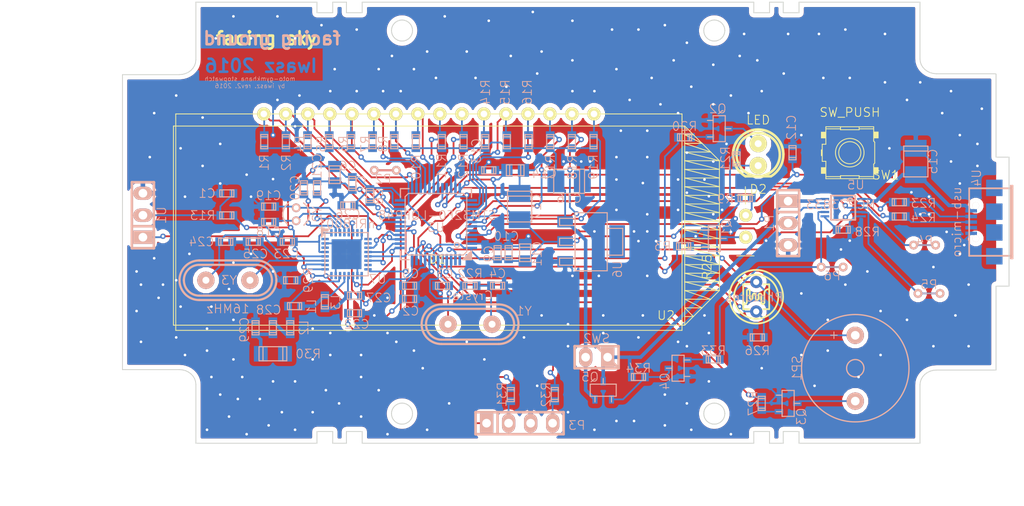
<source format=kicad_pcb>
(kicad_pcb (version 4) (host pcbnew "(2015-12-30 BZR 6409)-product")
  (layers (0 F.Cu signal) (31 B.Cu signal) (34 B.Paste user) (35 F.Paste user) (36 B.SilkS user) (37 F.SilkS user) (38 B.Mask user) (39 F.Mask user) (44 Edge.Cuts user))
  (net 0 "")
  (net 1 "Net-(C1-Pad1)")
  (net 2 GND)
  (net 3 +3V3)
  (net 4 "Net-(C3-Pad1)")
  (net 5 "Net-(C4-Pad1)")
  (net 6 "Net-(C12-Pad1)")
  (net 7 +5V)
  (net 8 "Net-(C18-Pad1)")
  (net 9 "Net-(C19-Pad1)")
  (net 10 "Net-(C20-Pad1)")
  (net 11 "Net-(C21-Pad1)")
  (net 12 "Net-(C24-Pad1)")
  (net 13 "Net-(C25-Pad1)")
  (net 14 "Net-(C27-Pad2)")
  (net 15 "Net-(C28-Pad1)")
  (net 16 "Net-(C28-Pad2)")
  (net 17 "Net-(D1-Pad1)")
  (net 18 "Net-(D1-Pad2)")
  (net 19 "Net-(D2-Pad1)")
  (net 20 "Net-(D2-Pad2)")
  (net 21 "Net-(L1-Pad1)")
  (net 22 "Net-(L1-Pad2)")
  (net 23 "Net-(Q1-Pad1)")
  (net 24 "Net-(Q2-Pad1)")
  (net 25 +BATT)
  (net 26 /com1)
  (net 27 /com2)
  (net 28 /backlight)
  (net 29 /com3)
  (net 30 /com4)
  (net 31 /seg1)
  (net 32 /seg2)
  (net 33 /seg3)
  (net 34 /seg4)
  (net 35 /seg5)
  (net 36 /seg6)
  (net 37 /seg7)
  (net 38 /seg8)
  (net 39 /seg9)
  (net 40 /seg10)
  (net 41 /seg11)
  (net 42 /seg12)
  (net 43 /indicator)
  (net 44 "Net-(R22-Pad1)")
  (net 45 "Net-(R23-Pad1)")
  (net 46 "Net-(R23-Pad2)")
  (net 47 "Net-(R24-Pad1)")
  (net 48 "Net-(R24-Pad2)")
  (net 49 "Net-(R25-Pad2)")
  (net 50 "Net-(R28-Pad1)")
  (net 51 "Net-(R29-Pad2)")
  (net 52 /ir)
  (net 53 ble_reset)
  (net 54 ble_reqn)
  (net 55 ble_sck)
  (net 56 ble_miso)
  (net 57 ble_mosi)
  (net 58 ble_rdyn)
  (net 59 ble_active)
  (net 60 "Net-(P1-Pad1)")
  (net 61 "Net-(P1-Pad2)")
  (net 62 "Net-(P2-Pad1)")
  (net 63 "Net-(P3-Pad2)")
  (net 64 "Net-(P3-Pad4)")
  (net 65 progress)
  (net 66 complete)
  (net 67 "Net-(P6-Pad1)")
  (net 68 "Net-(Q3-Pad1)")
  (net 69 "Net-(Q3-Pad2)")
  (net 70 "Net-(Q4-Pad1)")
  (net 71 "Net-(Q4-Pad2)")
  (net 72 /sound)
  (net 73 /swdio)
  (net 74 /swdclk)
  (module iwasz:weight-scale-lcd (layer F.Cu) (at 136.854 102.711)
    (fp_text reference U2 (at 27.357 10.573) (layer F.SilkS) (effects (font (size 1.016 1.016) (thickness 0.1016))))
    (fp_text value weight-scale-lcd)
    (pad 16 thru_hole circle (at 19.05 -12.7 180) (size 1.524 1.524) (drill 0.762) (layers *.Cu *.Mask F.SilkS) (net 42 /seg12))
    (pad 15 thru_hole circle (at 16.51 -12.7 180) (size 1.524 1.524) (drill 0.762) (layers *.Cu *.Mask F.SilkS) (net 41 /seg11))
    (pad 14 thru_hole circle (at 13.97 -12.7 180) (size 1.524 1.524) (drill 0.762) (layers *.Cu *.Mask F.SilkS) (net 40 /seg10))
    (pad 13 thru_hole circle (at 11.43 -12.7 180) (size 1.524 1.524) (drill 0.762) (layers *.Cu *.Mask F.SilkS) (net 39 /seg9))
    (pad 12 thru_hole circle (at 8.89 -12.7 180) (size 1.524 1.524) (drill 0.762) (layers *.Cu *.Mask F.SilkS) (net 38 /seg8))
    (pad 11 thru_hole circle (at 6.35 -12.7 180) (size 1.524 1.524) (drill 0.762) (layers *.Cu *.Mask F.SilkS) (net 37 /seg7))
    (pad 10 thru_hole circle (at 3.81 -12.7 180) (size 1.524 1.524) (drill 0.762) (layers *.Cu *.Mask F.SilkS) (net 36 /seg6))
    (pad 9 thru_hole circle (at 1.27 -12.7 180) (size 1.524 1.524) (drill 0.762) (layers *.Cu *.Mask F.SilkS) (net 35 /seg5))
    (pad 8 thru_hole circle (at -1.27 -12.7 180) (size 1.524 1.524) (drill 0.762) (layers *.Cu *.Mask F.SilkS) (net 34 /seg4))
    (pad 7 thru_hole circle (at -3.81 -12.7 180) (size 1.524 1.524) (drill 0.762) (layers *.Cu *.Mask F.SilkS) (net 33 /seg3))
    (pad 6 thru_hole circle (at -6.35 -12.7 180) (size 1.524 1.524) (drill 0.762) (layers *.Cu *.Mask F.SilkS) (net 32 /seg2))
    (pad 5 thru_hole circle (at -8.89 -12.7 180) (size 1.524 1.524) (drill 0.762) (layers *.Cu *.Mask F.SilkS) (net 31 /seg1))
    (pad 4 thru_hole circle (at -11.43 -12.7 180) (size 1.524 1.524) (drill 0.762) (layers *.Cu *.Mask F.SilkS) (net 30 /com4))
    (pad 3 thru_hole circle (at -13.97 -12.7 180) (size 1.524 1.524) (drill 0.762) (layers *.Cu *.Mask F.SilkS) (net 29 /com3))
    (pad 2 thru_hole circle (at -16.51 -12.7 180) (size 1.524 1.524) (drill 0.762) (layers *.Cu *.Mask F.SilkS) (net 27 /com2))
    (pad 1 thru_hole circle (at -19.05 -12.7 180) (size 1.524 1.524) (drill 0.762) (layers *.Cu *.Mask F.SilkS) (net 26 /com1))
  )
  (module iwasz:weight-scale-backlight (layer F.Cu) (at 137.854 102.711)
    (fp_text reference D1 (at 0 4.08) (layer F.SilkS) (effects (font (size 1.016 1.016) (thickness 0.1016))))
    (fp_text value LED)
    (pad 2 thru_hole circle (at 35.56 -1) (size 1.524 1.524) (drill 0.762) (layers *.Cu *.Mask F.SilkS) (net 18 "Net-(D1-Pad2)"))
    (pad 1 thru_hole circle (at 35.56 1.54) (size 1.524 1.524) (drill 0.762) (layers *.Cu *.Mask F.SilkS) (net 17 "Net-(D1-Pad1)"))
  )
  (module w_smd_cap:c_0603 (layer B.Cu) (at 113.538 99.187)
    (fp_text reference C1 (at -2.286 0) (layer B.SilkS) (effects (font (size 1.016 1.016) (thickness 0.1016)) (justify mirror)))
    (fp_text value C hide)
    (pad 1 smd rect (at 0.75184 0) (size 0.89916 1.00076) (layers B.Cu B.Paste B.Mask) (net 1 "Net-(C1-Pad1)"))
    (pad 2 smd rect (at -0.75184 0) (size 0.89916 1.00076) (layers B.Cu B.Paste B.Mask) (net 2 GND))
  )
  (module w_smd_cap:c_0603 (layer B.Cu) (at 134.62 111.379 180)
    (fp_text reference C2 (at -0.127 -1.397 180) (layer B.SilkS) (effects (font (size 1.016 1.016) (thickness 0.1016)) (justify mirror)))
    (fp_text value 1µF hide)
    (pad 1 smd rect (at 0.75184 0 180) (size 0.89916 1.00076) (layers B.Cu B.Paste B.Mask) (net 3 +3V3))
    (pad 2 smd rect (at -0.75184 0 180) (size 0.89916 1.00076) (layers B.Cu B.Paste B.Mask) (net 2 GND))
  )
  (module w_smd_cap:c_0603 (layer B.Cu) (at 138.43 109.855)
    (fp_text reference C3 (at 0.254 -1.397) (layer B.SilkS) (effects (font (size 1.016 1.016) (thickness 0.1016)) (justify mirror)))
    (fp_text value ?10pF hide)
    (pad 1 smd rect (at 0.75184 0) (size 0.89916 1.00076) (layers B.Cu B.Paste B.Mask) (net 4 "Net-(C3-Pad1)"))
    (pad 2 smd rect (at -0.75184 0) (size 0.89916 1.00076) (layers B.Cu B.Paste B.Mask) (net 2 GND))
  )
  (module w_smd_cap:c_0603 (layer B.Cu) (at 144.78 109.855 180)
    (fp_text reference C4 (at 0 1.397 180) (layer B.SilkS) (effects (font (size 1.016 1.016) (thickness 0.1016)) (justify mirror)))
    (fp_text value ?10pF hide)
    (pad 1 smd rect (at 0.75184 0 180) (size 0.89916 1.00076) (layers B.Cu B.Paste B.Mask) (net 5 "Net-(C4-Pad1)"))
    (pad 2 smd rect (at -0.75184 0 180) (size 0.89916 1.00076) (layers B.Cu B.Paste B.Mask) (net 2 GND))
  )
  (module w_smd_cap:c_0603 (layer B.Cu) (at 134.62 109.855 180)
    (fp_text reference C5 (at -0.127 1.397 180) (layer B.SilkS) (effects (font (size 1.016 1.016) (thickness 0.1016)) (justify mirror)))
    (fp_text value 10nF hide)
    (pad 1 smd rect (at 0.75184 0 180) (size 0.89916 1.00076) (layers B.Cu B.Paste B.Mask) (net 3 +3V3))
    (pad 2 smd rect (at -0.75184 0 180) (size 0.89916 1.00076) (layers B.Cu B.Paste B.Mask) (net 2 GND))
  )
  (module w_smd_cap:c_0805 (layer B.Cu) (at 125.984 97.028 90)
    (fp_text reference C6 (at 1.016 1.524 180) (layer B.SilkS) (effects (font (size 1.016 1.016) (thickness 0.1016)) (justify mirror)))
    (fp_text value 4.7µF hide)
    (pad 1 smd rect (at 0.9525 0 90) (size 1.30048 1.4986) (layers B.Cu B.Paste B.Mask) (net 3 +3V3))
    (pad 2 smd rect (at -0.9525 0 90) (size 1.30048 1.4986) (layers B.Cu B.Paste B.Mask) (net 2 GND))
  )
  (module w_smd_cap:c_0603 (layer B.Cu) (at 128.016 98.044 90)
    (fp_text reference C7 (at 0 1.016 90) (layer B.SilkS) (effects (font (size 1.016 1.016) (thickness 0.1016)) (justify mirror)))
    (fp_text value 100nF hide)
    (pad 1 smd rect (at 0.75184 0 90) (size 0.89916 1.00076) (layers B.Cu B.Paste B.Mask) (net 3 +3V3))
    (pad 2 smd rect (at -0.75184 0 90) (size 0.89916 1.00076) (layers B.Cu B.Paste B.Mask) (net 2 GND))
  )
  (module w_smd_cap:c_0603 (layer B.Cu) (at 130.048 99.441 90)
    (fp_text reference C8 (at -0.127 1.016 90) (layer B.SilkS) (effects (font (size 1.016 1.016) (thickness 0.1016)) (justify mirror)))
    (fp_text value 100nF hide)
    (pad 1 smd rect (at 0.75184 0 90) (size 0.89916 1.00076) (layers B.Cu B.Paste B.Mask) (net 3 +3V3))
    (pad 2 smd rect (at -0.75184 0 90) (size 0.89916 1.00076) (layers B.Cu B.Paste B.Mask) (net 2 GND))
  )
  (module w_smd_cap:c_0603 (layer B.Cu) (at 144.78 106.045 270)
    (fp_text reference C9 (at 0.127 1.016 270) (layer B.SilkS) (effects (font (size 1.016 1.016) (thickness 0.1016)) (justify mirror)))
    (fp_text value 100nF hide)
    (pad 1 smd rect (at 0.75184 0 270) (size 0.89916 1.00076) (layers B.Cu B.Paste B.Mask) (net 3 +3V3))
    (pad 2 smd rect (at -0.75184 0 270) (size 0.89916 1.00076) (layers B.Cu B.Paste B.Mask) (net 2 GND))
  )
  (module w_smd_cap:c_0603 (layer B.Cu) (at 146.05 106.045 270)
    (fp_text reference C10 (at -1.905 0.254 360) (layer B.SilkS) (effects (font (size 1.016 1.016) (thickness 0.1016)) (justify mirror)))
    (fp_text value 100nF hide)
    (pad 1 smd rect (at 0.75184 0 270) (size 0.89916 1.00076) (layers B.Cu B.Paste B.Mask) (net 3 +3V3))
    (pad 2 smd rect (at -0.75184 0 270) (size 0.89916 1.00076) (layers B.Cu B.Paste B.Mask) (net 2 GND))
  )
  (module w_smd_cap:c_0805 (layer B.Cu) (at 147.955 106.045 270)
    (fp_text reference C11 (at 0.127 -1.397 270) (layer B.SilkS) (effects (font (size 1.016 1.016) (thickness 0.1016)) (justify mirror)))
    (fp_text value 4.7µF hide)
    (pad 1 smd rect (at 0.9525 0 270) (size 1.30048 1.4986) (layers B.Cu B.Paste B.Mask) (net 3 +3V3))
    (pad 2 smd rect (at -0.9525 0 270) (size 1.30048 1.4986) (layers B.Cu B.Paste B.Mask) (net 2 GND))
  )
  (module w_smd_cap:c_0603 (layer B.Cu) (at 178.816 94.488 270)
    (fp_text reference C12 (at -2.921 0.127 270) (layer B.SilkS) (effects (font (size 1.016 1.016) (thickness 0.1016)) (justify mirror)))
    (fp_text value 100nF hide)
    (pad 1 smd rect (at 0.75184 0 270) (size 0.89916 1.00076) (layers B.Cu B.Paste B.Mask) (net 6 "Net-(C12-Pad1)"))
    (pad 2 smd rect (at -0.75184 0 270) (size 0.89916 1.00076) (layers B.Cu B.Paste B.Mask) (net 2 GND))
  )
  (module w_smd_cap:c_0603 (layer B.Cu) (at 143.764 96.52)
    (fp_text reference C13 (at -1.434 -2.246 90) (layer B.SilkS) (effects (font (size 1.016 1.016) (thickness 0.1016)) (justify mirror)))
    (fp_text value 100nF hide)
    (pad 1 smd rect (at 0.75184 0) (size 0.89916 1.00076) (layers B.Cu B.Paste B.Mask) (net 3 +3V3))
    (pad 2 smd rect (at -0.75184 0) (size 0.89916 1.00076) (layers B.Cu B.Paste B.Mask) (net 2 GND))
  )
  (module w_smd_cap:c_0805 (layer B.Cu) (at 146.812 96.52 180)
    (fp_text reference C14 (at -3.339 -0.381 180) (layer B.SilkS) (effects (font (size 1.016 1.016) (thickness 0.1016)) (justify mirror)))
    (fp_text value 4.7µF hide)
    (pad 1 smd rect (at 0.9525 0 180) (size 1.30048 1.4986) (layers B.Cu B.Paste B.Mask) (net 3 +3V3))
    (pad 2 smd rect (at -0.9525 0 180) (size 1.30048 1.4986) (layers B.Cu B.Paste B.Mask) (net 2 GND))
  )
  (module w_smd_cap:c_0603 (layer B.Cu) (at 118.364 102.489)
    (fp_text reference C18 (at 0 1.143) (layer B.SilkS) (effects (font (size 1.016 1.016) (thickness 0.1016)) (justify mirror)))
    (fp_text value 15pF hide)
    (pad 1 smd rect (at 0.75184 0) (size 0.89916 1.00076) (layers B.Cu B.Paste B.Mask) (net 8 "Net-(C18-Pad1)"))
    (pad 2 smd rect (at -0.75184 0) (size 0.89916 1.00076) (layers B.Cu B.Paste B.Mask) (net 2 GND))
  )
  (module w_smd_cap:c_0603 (layer B.Cu) (at 118.364 100.711)
    (fp_text reference C19 (at 0 -1.27) (layer B.SilkS) (effects (font (size 1.016 1.016) (thickness 0.1016)) (justify mirror)))
    (fp_text value 15pF hide)
    (pad 1 smd rect (at 0.75184 0) (size 0.89916 1.00076) (layers B.Cu B.Paste B.Mask) (net 9 "Net-(C19-Pad1)"))
    (pad 2 smd rect (at -0.75184 0) (size 0.89916 1.00076) (layers B.Cu B.Paste B.Mask) (net 2 GND))
  )
  (module w_smd_cap:c_0603 (layer B.Cu) (at 122.428 98.552 270)
    (fp_text reference C20 (at 0 1.016 270) (layer B.SilkS) (effects (font (size 1.016 1.016) (thickness 0.1016)) (justify mirror)))
    (fp_text value 100nF hide)
    (pad 1 smd rect (at 0.75184 0 270) (size 0.89916 1.00076) (layers B.Cu B.Paste B.Mask) (net 10 "Net-(C20-Pad1)"))
    (pad 2 smd rect (at -0.75184 0 270) (size 0.89916 1.00076) (layers B.Cu B.Paste B.Mask) (net 2 GND))
  )
  (module w_smd_cap:c_0603 (layer B.Cu) (at 123.952 98.552 270)
    (fp_text reference C21 (at -2.54 0 270) (layer B.SilkS) (effects (font (size 1.016 1.016) (thickness 0.1016)) (justify mirror)))
    (fp_text value 33nF hide)
    (pad 1 smd rect (at 0.75184 0 270) (size 0.89916 1.00076) (layers B.Cu B.Paste B.Mask) (net 11 "Net-(C21-Pad1)"))
    (pad 2 smd rect (at -0.75184 0 270) (size 0.89916 1.00076) (layers B.Cu B.Paste B.Mask) (net 2 GND))
  )
  (module w_smd_cap:c_0603 (layer B.Cu) (at 128.27 113.03 180)
    (fp_text reference C22 (at -0.254 -1.27 180) (layer B.SilkS) (effects (font (size 1.016 1.016) (thickness 0.1016)) (justify mirror)))
    (fp_text value 100nF hide)
    (pad 1 smd rect (at 0.75184 0 180) (size 0.89916 1.00076) (layers B.Cu B.Paste B.Mask) (net 3 +3V3))
    (pad 2 smd rect (at -0.75184 0 180) (size 0.89916 1.00076) (layers B.Cu B.Paste B.Mask) (net 2 GND))
  )
  (module w_smd_cap:c_0603 (layer B.Cu) (at 120.523 104.775)
    (fp_text reference C23 (at -0.127 1.397) (layer B.SilkS) (effects (font (size 1.016 1.016) (thickness 0.1016)) (justify mirror)))
    (fp_text value 100nF hide)
    (pad 1 smd rect (at 0.75184 0) (size 0.89916 1.00076) (layers B.Cu B.Paste B.Mask) (net 3 +3V3))
    (pad 2 smd rect (at -0.75184 0) (size 0.89916 1.00076) (layers B.Cu B.Paste B.Mask) (net 2 GND))
  )
  (module w_smd_cap:c_0603 (layer B.Cu) (at 113.411 104.775 180)
    (fp_text reference C24 (at 2.794 0 180) (layer B.SilkS) (effects (font (size 1.016 1.016) (thickness 0.1016)) (justify mirror)))
    (fp_text value 10pF hide)
    (pad 1 smd rect (at 0.75184 0 180) (size 0.89916 1.00076) (layers B.Cu B.Paste B.Mask) (net 12 "Net-(C24-Pad1)"))
    (pad 2 smd rect (at -0.75184 0 180) (size 0.89916 1.00076) (layers B.Cu B.Paste B.Mask) (net 2 GND))
  )
  (module w_smd_cap:c_0603 (layer B.Cu) (at 116.586 104.775)
    (fp_text reference C25 (at 0.254 1.397) (layer B.SilkS) (effects (font (size 1.016 1.016) (thickness 0.1016)) (justify mirror)))
    (fp_text value 10pF hide)
    (pad 1 smd rect (at 0.75184 0) (size 0.89916 1.00076) (layers B.Cu B.Paste B.Mask) (net 13 "Net-(C25-Pad1)"))
    (pad 2 smd rect (at -0.75184 0) (size 0.89916 1.00076) (layers B.Cu B.Paste B.Mask) (net 2 GND))
  )
  (module w_smd_cap:c_0603 (layer B.Cu) (at 127.508 100.584 180)
    (fp_text reference C26 (at 0 -1.016 180) (layer B.SilkS) (effects (font (size 1.016 1.016) (thickness 0.1016)) (justify mirror)))
    (fp_text value 1nF hide)
    (pad 1 smd rect (at 0.75184 0 180) (size 0.89916 1.00076) (layers B.Cu B.Paste B.Mask) (net 2 GND))
    (pad 2 smd rect (at -0.75184 0 180) (size 0.89916 1.00076) (layers B.Cu B.Paste B.Mask) (net 3 +3V3))
  )
  (module w_smd_cap:c_0603 (layer B.Cu) (at 128.27 110.998)
    (fp_text reference C27 (at 2.794 0.254) (layer B.SilkS) (effects (font (size 1.016 1.016) (thickness 0.1016)) (justify mirror)))
    (fp_text value 2.2nF hide)
    (pad 1 smd rect (at 0.75184 0) (size 0.89916 1.00076) (layers B.Cu B.Paste B.Mask) (net 2 GND))
    (pad 2 smd rect (at -0.75184 0) (size 0.89916 1.00076) (layers B.Cu B.Paste B.Mask) (net 14 "Net-(C27-Pad2)"))
  )
  (module w_smd_cap:c_0603 (layer B.Cu) (at 118.854 114.711 270)
    (fp_text reference C28 (at -2.062 0.49 360) (layer B.SilkS) (effects (font (size 1.016 1.016) (thickness 0.1016)) (justify mirror)))
    (fp_text value 1.8pF hide)
    (pad 1 smd rect (at 0.75184 0 270) (size 0.89916 1.00076) (layers B.Cu B.Paste B.Mask) (net 15 "Net-(C28-Pad1)"))
    (pad 2 smd rect (at -0.75184 0 270) (size 0.89916 1.00076) (layers B.Cu B.Paste B.Mask) (net 16 "Net-(C28-Pad2)"))
  )
  (module w_smd_cap:c_0603 (layer B.Cu) (at 116.854 114.711 90)
    (fp_text reference C29 (at -0.224 -1.284 90) (layer B.SilkS) (effects (font (size 1.016 1.016) (thickness 0.1016)) (justify mirror)))
    (fp_text value 1.2pF hide)
    (pad 1 smd rect (at 0.75184 0 90) (size 0.89916 1.00076) (layers B.Cu B.Paste B.Mask) (net 2 GND))
    (pad 2 smd rect (at -0.75184 0 90) (size 0.89916 1.00076) (layers B.Cu B.Paste B.Mask) (net 15 "Net-(C28-Pad1)"))
  )
  (module w_smd_resistors:r_0603 (layer B.Cu) (at 121.354 112.211 180)
    (fp_text reference L1 (at -1.963 -0.057 270) (layer B.SilkS) (effects (font (size 1.016 1.016) (thickness 0.1016)) (justify mirror)))
    (fp_text value 8.2nH hide)
    (pad 1 smd rect (at 0.75184 0 180) (size 0.89916 1.00076) (layers B.Cu B.Paste B.Mask) (net 21 "Net-(L1-Pad1)"))
    (pad 2 smd rect (at -0.75184 0 180) (size 0.89916 1.00076) (layers B.Cu B.Paste B.Mask) (net 22 "Net-(L1-Pad2)"))
  )
  (module w_smd_resistors:r_0603 (layer B.Cu) (at 120.854 114.711 90)
    (fp_text reference L2 (at 0 1.574 90) (layer B.SilkS) (effects (font (size 1.016 1.016) (thickness 0.1016)) (justify mirror)))
    (fp_text value 3.9nH hide)
    (pad 1 smd rect (at 0.75184 0 90) (size 0.89916 1.00076) (layers B.Cu B.Paste B.Mask) (net 21 "Net-(L1-Pad1)"))
    (pad 2 smd rect (at -0.75184 0 90) (size 0.89916 1.00076) (layers B.Cu B.Paste B.Mask) (net 16 "Net-(C28-Pad2)"))
  )
  (module w_smd_resistors:r_0603 (layer B.Cu) (at 124.854 111.711 90)
    (fp_text reference L3 (at -0.049 1.257 90) (layer B.SilkS) (effects (font (size 1.016 1.016) (thickness 0.1016)) (justify mirror)))
    (fp_text value 5.6nH hide)
    (pad 1 smd rect (at 0.75184 0 90) (size 0.89916 1.00076) (layers B.Cu B.Paste B.Mask) (net 22 "Net-(L1-Pad2)"))
    (pad 2 smd rect (at -0.75184 0 90) (size 0.89916 1.00076) (layers B.Cu B.Paste B.Mask) (net 14 "Net-(C27-Pad2)"))
  )
  (module w_smd_trans:sot23 (layer B.Cu) (at 169.799 104.394 90)
    (fp_text reference Q1 (at 1.27 1.397 90) (layer B.SilkS) (effects (font (size 1.016 1.016) (thickness 0.1016)) (justify mirror)))
    (fp_text value BC847 hide)
    (pad 1 smd rect (at -0.9525 -1.05664 90) (size 0.59944 1.00076) (layers B.Cu B.Paste B.Mask) (net 23 "Net-(Q1-Pad1)"))
    (pad 2 smd rect (at 0 1.05664 90) (size 0.59944 1.00076) (layers B.Cu B.Paste B.Mask) (net 17 "Net-(D1-Pad1)"))
    (pad 3 smd rect (at 0.9525 -1.05664 90) (size 0.59944 1.00076) (layers B.Cu B.Paste B.Mask) (net 2 GND))
  )
  (module w_smd_trans:sot23 (layer B.Cu) (at 170.354 91.711 90)
    (fp_text reference Q2 (at 2.303 -0.174 180) (layer B.SilkS) (effects (font (size 1.016 1.016) (thickness 0.1016)) (justify mirror)))
    (fp_text value BC847 hide)
    (pad 1 smd rect (at -0.9525 -1.05664 90) (size 0.59944 1.00076) (layers B.Cu B.Paste B.Mask) (net 24 "Net-(Q2-Pad1)"))
    (pad 2 smd rect (at 0 1.05664 90) (size 0.59944 1.00076) (layers B.Cu B.Paste B.Mask) (net 19 "Net-(D2-Pad1)"))
    (pad 3 smd rect (at 0.9525 -1.05664 90) (size 0.59944 1.00076) (layers B.Cu B.Paste B.Mask) (net 2 GND))
  )
  (module w_smd_resistors:r_0603 (layer B.Cu) (at 117.854 93.211 270)
    (fp_text reference R1 (at 2.42 -0.002 270) (layer B.SilkS) (effects (font (size 1.016 1.016) (thickness 0.1016)) (justify mirror)))
    (fp_text value 33k hide)
    (pad 1 smd rect (at 0.75184 0 270) (size 0.89916 1.00076) (layers B.Cu B.Paste B.Mask) (net 25 +BATT))
    (pad 2 smd rect (at -0.75184 0 270) (size 0.89916 1.00076) (layers B.Cu B.Paste B.Mask) (net 26 /com1))
  )
  (module w_smd_resistors:r_0603 (layer B.Cu) (at 120.354 93.211 270)
    (fp_text reference R2 (at 2.42 -0.042 270) (layer B.SilkS) (effects (font (size 1.016 1.016) (thickness 0.1016)) (justify mirror)))
    (fp_text value 33k hide)
    (pad 1 smd rect (at 0.75184 0 270) (size 0.89916 1.00076) (layers B.Cu B.Paste B.Mask) (net 25 +BATT))
    (pad 2 smd rect (at -0.75184 0 270) (size 0.89916 1.00076) (layers B.Cu B.Paste B.Mask) (net 27 /com2))
  )
  (module w_smd_resistors:r_0603 (layer B.Cu) (at 166.243 105.283 180)
    (fp_text reference R3 (at 2.413 0 180) (layer B.SilkS) (effects (font (size 1.016 1.016) (thickness 0.1016)) (justify mirror)))
    (fp_text value 1k hide)
    (pad 1 smd rect (at 0.75184 0 180) (size 0.89916 1.00076) (layers B.Cu B.Paste B.Mask) (net 28 /backlight))
    (pad 2 smd rect (at -0.75184 0 180) (size 0.89916 1.00076) (layers B.Cu B.Paste B.Mask) (net 23 "Net-(Q1-Pad1)"))
  )
  (module w_smd_resistors:r_0603 (layer B.Cu) (at 122.854 93.211 270)
    (fp_text reference R4 (at 0.261 0.934 270) (layer B.SilkS) (effects (font (size 1.016 1.016) (thickness 0.1016)) (justify mirror)))
    (fp_text value 33k hide)
    (pad 1 smd rect (at 0.75184 0 270) (size 0.89916 1.00076) (layers B.Cu B.Paste B.Mask) (net 25 +BATT))
    (pad 2 smd rect (at -0.75184 0 270) (size 0.89916 1.00076) (layers B.Cu B.Paste B.Mask) (net 29 /com3))
  )
  (module w_smd_resistors:r_0603 (layer B.Cu) (at 125.354 93.211 270)
    (fp_text reference R5 (at 0.261 0.894 270) (layer B.SilkS) (effects (font (size 1.016 1.016) (thickness 0.1016)) (justify mirror)))
    (fp_text value 33k hide)
    (pad 1 smd rect (at 0.75184 0 270) (size 0.89916 1.00076) (layers B.Cu B.Paste B.Mask) (net 25 +BATT))
    (pad 2 smd rect (at -0.75184 0 270) (size 0.89916 1.00076) (layers B.Cu B.Paste B.Mask) (net 30 /com4))
  )
  (module w_smd_resistors:r_0603 (layer B.Cu) (at 127.854 93.211 270)
    (fp_text reference R6 (at 0.261 0.854 270) (layer B.SilkS) (effects (font (size 1.016 1.016) (thickness 0.1016)) (justify mirror)))
    (fp_text value 33k hide)
    (pad 1 smd rect (at 0.75184 0 270) (size 0.89916 1.00076) (layers B.Cu B.Paste B.Mask) (net 25 +BATT))
    (pad 2 smd rect (at -0.75184 0 270) (size 0.89916 1.00076) (layers B.Cu B.Paste B.Mask) (net 31 /seg1))
  )
  (module w_smd_resistors:r_0603 (layer B.Cu) (at 130.354 93.211 270)
    (fp_text reference R7 (at 0.261 0.814 270) (layer B.SilkS) (effects (font (size 1.016 1.016) (thickness 0.1016)) (justify mirror)))
    (fp_text value 33k hide)
    (pad 1 smd rect (at 0.75184 0 270) (size 0.89916 1.00076) (layers B.Cu B.Paste B.Mask) (net 25 +BATT))
    (pad 2 smd rect (at -0.75184 0 270) (size 0.89916 1.00076) (layers B.Cu B.Paste B.Mask) (net 32 /seg2))
  )
  (module w_smd_resistors:r_0603 (layer B.Cu) (at 132.854 93.211 270)
    (fp_text reference R8 (at 0.261 1.282 270) (layer B.SilkS) (effects (font (size 1.016 1.016) (thickness 0.1016)) (justify mirror)))
    (fp_text value 33k hide)
    (pad 1 smd rect (at 0.75184 0 270) (size 0.89916 1.00076) (layers B.Cu B.Paste B.Mask) (net 25 +BATT))
    (pad 2 smd rect (at -0.75184 0 270) (size 0.89916 1.00076) (layers B.Cu B.Paste B.Mask) (net 33 /seg3))
  )
  (module w_smd_resistors:r_0603 (layer B.Cu) (at 173.354 99.711)
    (fp_text reference R9 (at -2.285 0.111) (layer B.SilkS) (effects (font (size 1.016 1.016) (thickness 0.1016)) (justify mirror)))
    (fp_text value 560R hide)
    (pad 1 smd rect (at 0.75184 0) (size 0.89916 1.00076) (layers B.Cu B.Paste B.Mask) (net 18 "Net-(D1-Pad2)"))
    (pad 2 smd rect (at -0.75184 0) (size 0.89916 1.00076) (layers B.Cu B.Paste B.Mask) (net 3 +3V3))
  )
  (module w_smd_resistors:r_0603 (layer B.Cu) (at 135.354 93.211 270)
    (fp_text reference R10 (at 2.928 -0.028 270) (layer B.SilkS) (effects (font (size 1.016 1.016) (thickness 0.1016)) (justify mirror)))
    (fp_text value 33k hide)
    (pad 1 smd rect (at 0.75184 0 270) (size 0.89916 1.00076) (layers B.Cu B.Paste B.Mask) (net 25 +BATT))
    (pad 2 smd rect (at -0.75184 0 270) (size 0.89916 1.00076) (layers B.Cu B.Paste B.Mask) (net 34 /seg4))
  )
  (module w_smd_resistors:r_0603 (layer B.Cu) (at 138.354 93.211 270)
    (fp_text reference R11 (at 2.801 0.051 270) (layer B.SilkS) (effects (font (size 1.016 1.016) (thickness 0.1016)) (justify mirror)))
    (fp_text value 33k hide)
    (pad 1 smd rect (at 0.75184 0 270) (size 0.89916 1.00076) (layers B.Cu B.Paste B.Mask) (net 25 +BATT))
    (pad 2 smd rect (at -0.75184 0 270) (size 0.89916 1.00076) (layers B.Cu B.Paste B.Mask) (net 35 /seg5))
  )
  (module w_smd_resistors:r_0603 (layer B.Cu) (at 140.854 93.211 270)
    (fp_text reference R12 (at 2.801 0.011 270) (layer B.SilkS) (effects (font (size 1.016 1.016) (thickness 0.1016)) (justify mirror)))
    (fp_text value 33k hide)
    (pad 1 smd rect (at 0.75184 0 270) (size 0.89916 1.00076) (layers B.Cu B.Paste B.Mask) (net 25 +BATT))
    (pad 2 smd rect (at -0.75184 0 270) (size 0.89916 1.00076) (layers B.Cu B.Paste B.Mask) (net 36 /seg6))
  )
  (module w_smd_resistors:r_0603 (layer B.Cu) (at 113.538 101.727)
    (fp_text reference R13 (at -2.794 0) (layer B.SilkS) (effects (font (size 1.016 1.016) (thickness 0.1016)) (justify mirror)))
    (fp_text value 100R hide)
    (pad 1 smd rect (at 0.75184 0) (size 0.89916 1.00076) (layers B.Cu B.Paste B.Mask) (net 3 +3V3))
    (pad 2 smd rect (at -0.75184 0) (size 0.89916 1.00076) (layers B.Cu B.Paste B.Mask) (net 1 "Net-(C1-Pad1)"))
  )
  (module w_smd_resistors:r_0603 (layer B.Cu) (at 143.354 93.211 270)
    (fp_text reference R14 (at -5.708 -0.029 270) (layer B.SilkS) (effects (font (size 1.016 1.016) (thickness 0.1016)) (justify mirror)))
    (fp_text value 33k hide)
    (pad 1 smd rect (at 0.75184 0 270) (size 0.89916 1.00076) (layers B.Cu B.Paste B.Mask) (net 25 +BATT))
    (pad 2 smd rect (at -0.75184 0 270) (size 0.89916 1.00076) (layers B.Cu B.Paste B.Mask) (net 37 /seg7))
  )
  (module w_smd_resistors:r_0603 (layer B.Cu) (at 145.854 93.211 270)
    (fp_text reference R15 (at -5.708 0.185 270) (layer B.SilkS) (effects (font (size 1.016 1.016) (thickness 0.1016)) (justify mirror)))
    (fp_text value 33k hide)
    (pad 1 smd rect (at 0.75184 0 270) (size 0.89916 1.00076) (layers B.Cu B.Paste B.Mask) (net 25 +BATT))
    (pad 2 smd rect (at -0.75184 0 270) (size 0.89916 1.00076) (layers B.Cu B.Paste B.Mask) (net 38 /seg8))
  )
  (module w_smd_resistors:r_0603 (layer B.Cu) (at 148.354 93.211 270)
    (fp_text reference R16 (at -5.708 0.145 270) (layer B.SilkS) (effects (font (size 1.016 1.016) (thickness 0.1016)) (justify mirror)))
    (fp_text value 33k hide)
    (pad 1 smd rect (at 0.75184 0 270) (size 0.89916 1.00076) (layers B.Cu B.Paste B.Mask) (net 25 +BATT))
    (pad 2 smd rect (at -0.75184 0 270) (size 0.89916 1.00076) (layers B.Cu B.Paste B.Mask) (net 39 /seg9))
  )
  (module w_smd_resistors:r_0603 (layer B.Cu) (at 150.854 93.211 270)
    (fp_text reference R17 (at 2.928 -0.022 270) (layer B.SilkS) (effects (font (size 1.016 1.016) (thickness 0.1016)) (justify mirror)))
    (fp_text value 33k hide)
    (pad 1 smd rect (at 0.75184 0 270) (size 0.89916 1.00076) (layers B.Cu B.Paste B.Mask) (net 25 +BATT))
    (pad 2 smd rect (at -0.75184 0 270) (size 0.89916 1.00076) (layers B.Cu B.Paste B.Mask) (net 40 /seg10))
  )
  (module w_smd_resistors:r_0603 (layer B.Cu) (at 153.354 93.211 270)
    (fp_text reference R18 (at 2.928 -0.062 270) (layer B.SilkS) (effects (font (size 1.016 1.016) (thickness 0.1016)) (justify mirror)))
    (fp_text value 33k hide)
    (pad 1 smd rect (at 0.75184 0 270) (size 0.89916 1.00076) (layers B.Cu B.Paste B.Mask) (net 25 +BATT))
    (pad 2 smd rect (at -0.75184 0 270) (size 0.89916 1.00076) (layers B.Cu B.Paste B.Mask) (net 41 /seg11))
  )
  (module w_smd_resistors:r_0603 (layer B.Cu) (at 155.854 93.211 270)
    (fp_text reference R19 (at 2.928 0.025 270) (layer B.SilkS) (effects (font (size 1.016 1.016) (thickness 0.1016)) (justify mirror)))
    (fp_text value 33k hide)
    (pad 1 smd rect (at 0.75184 0 270) (size 0.89916 1.00076) (layers B.Cu B.Paste B.Mask) (net 25 +BATT))
    (pad 2 smd rect (at -0.75184 0 270) (size 0.89916 1.00076) (layers B.Cu B.Paste B.Mask) (net 42 /seg12))
  )
  (module w_smd_resistors:r_0603 (layer B.Cu) (at 166.354 92.711 180)
    (fp_text reference R20 (at 0 1.271 180) (layer B.SilkS) (effects (font (size 1.016 1.016) (thickness 0.1016)) (justify mirror)))
    (fp_text value 1k hide)
    (pad 1 smd rect (at 0.75184 0 180) (size 0.89916 1.00076) (layers B.Cu B.Paste B.Mask) (net 43 /indicator))
    (pad 2 smd rect (at -0.75184 0 180) (size 0.89916 1.00076) (layers B.Cu B.Paste B.Mask) (net 24 "Net-(Q2-Pad1)"))
  )
  (module w_smd_resistors:r_0603 (layer B.Cu) (at 172.354 95.211 270)
    (fp_text reference R21 (at 0 1.285 270) (layer B.SilkS) (effects (font (size 1.016 1.016) (thickness 0.1016)) (justify mirror)))
    (fp_text value 560R hide)
    (pad 1 smd rect (at 0.75184 0 270) (size 0.89916 1.00076) (layers B.Cu B.Paste B.Mask) (net 20 "Net-(D2-Pad2)"))
    (pad 2 smd rect (at -0.75184 0 270) (size 0.89916 1.00076) (layers B.Cu B.Paste B.Mask) (net 3 +3V3))
  )
  (module w_smd_resistors:r_0603 (layer B.Cu) (at 141.605 109.855 180)
    (fp_text reference R22 (at 0 1.397 180) (layer B.SilkS) (effects (font (size 1.016 1.016) (thickness 0.1016)) (justify mirror)))
    (fp_text value R hide)
    (pad 1 smd rect (at 0.75184 0 180) (size 0.89916 1.00076) (layers B.Cu B.Paste B.Mask) (net 44 "Net-(R22-Pad1)"))
    (pad 2 smd rect (at -0.75184 0 180) (size 0.89916 1.00076) (layers B.Cu B.Paste B.Mask) (net 5 "Net-(C4-Pad1)"))
  )
  (module w_smd_resistors:r_0603 (layer B.Cu) (at 191.135 100.203)
    (fp_text reference R23 (at 2.794 0.127) (layer B.SilkS) (effects (font (size 1.016 1.016) (thickness 0.1016)) (justify mirror)))
    (fp_text value 22R hide)
    (pad 1 smd rect (at 0.75184 0) (size 0.89916 1.00076) (layers B.Cu B.Paste B.Mask) (net 45 "Net-(R23-Pad1)"))
    (pad 2 smd rect (at -0.75184 0) (size 0.89916 1.00076) (layers B.Cu B.Paste B.Mask) (net 46 "Net-(R23-Pad2)"))
  )
  (module w_smd_resistors:r_0603 (layer B.Cu) (at 191.135 101.854)
    (fp_text reference R24 (at 2.794 0.127) (layer B.SilkS) (effects (font (size 1.016 1.016) (thickness 0.1016)) (justify mirror)))
    (fp_text value 22R hide)
    (pad 1 smd rect (at 0.75184 0) (size 0.89916 1.00076) (layers B.Cu B.Paste B.Mask) (net 47 "Net-(R24-Pad1)"))
    (pad 2 smd rect (at -0.75184 0) (size 0.89916 1.00076) (layers B.Cu B.Paste B.Mask) (net 48 "Net-(R24-Pad2)"))
  )
  (module w_smd_resistors:r_0603 (layer B.Cu) (at 174.752 115.824)
    (fp_text reference R26 (at 0 1.524) (layer B.SilkS) (effects (font (size 1.016 1.016) (thickness 0.1016)) (justify mirror)))
    (fp_text value 10k hide)
    (pad 1 smd rect (at 0.75184 0) (size 0.89916 1.00076) (layers B.Cu B.Paste B.Mask) (net 49 "Net-(R25-Pad2)"))
    (pad 2 smd rect (at -0.75184 0) (size 0.89916 1.00076) (layers B.Cu B.Paste B.Mask) (net 2 GND))
  )
  (module w_smd_resistors:r_0603 (layer B.Cu) (at 175.26 123.444 90)
    (fp_text reference R27 (at 0 -1.016 90) (layer B.SilkS) (effects (font (size 1.016 1.016) (thickness 0.1016)) (justify mirror)))
    (fp_text value 1k hide)
    (pad 1 smd rect (at 0.75184 0 90) (size 0.89916 1.00076) (layers B.Cu B.Paste B.Mask) (net 72 /sound))
    (pad 2 smd rect (at -0.75184 0 90) (size 0.89916 1.00076) (layers B.Cu B.Paste B.Mask) (net 68 "Net-(Q3-Pad1)"))
  )
  (module w_smd_resistors:r_0603 (layer B.Cu) (at 184.658 103.378 180)
    (fp_text reference R28 (at -2.794 -0.254 180) (layer B.SilkS) (effects (font (size 1.016 1.016) (thickness 0.1016)) (justify mirror)))
    (fp_text value 3k3 hide)
    (pad 1 smd rect (at 0.75184 0 180) (size 0.89916 1.00076) (layers B.Cu B.Paste B.Mask) (net 50 "Net-(R28-Pad1)"))
    (pad 2 smd rect (at -0.75184 0 180) (size 0.89916 1.00076) (layers B.Cu B.Paste B.Mask) (net 2 GND))
  )
  (module w_smd_resistors:r_0603 (layer B.Cu) (at 120.904 109.22 180)
    (fp_text reference R29 (at -2.032 0 270) (layer B.SilkS) (effects (font (size 1.016 1.016) (thickness 0.1016)) (justify mirror)))
    (fp_text value 22k hide)
    (pad 1 smd rect (at 0.75184 0 180) (size 0.89916 1.00076) (layers B.Cu B.Paste B.Mask) (net 2 GND))
    (pad 2 smd rect (at -0.75184 0 180) (size 0.89916 1.00076) (layers B.Cu B.Paste B.Mask) (net 51 "Net-(R29-Pad2)"))
  )
  (module w_smd_resistors:r_1206 (layer B.Cu) (at 118.854 117.711)
    (fp_text reference R30 (at 4.082 0.018) (layer B.SilkS) (effects (font (size 1.016 1.016) (thickness 0.1016)) (justify mirror)))
    (fp_text value AMCA31 hide)
    (pad 1 smd rect (at 1.397 0) (size 1.6002 1.8034) (layers B.Cu B.Paste B.Mask))
    (pad 2 smd rect (at -1.397 0) (size 1.6002 1.8034) (layers B.Cu B.Paste B.Mask) (net 15 "Net-(C28-Pad1)"))
  )
  (module w_pin_strip:pin_strip_3 (layer B.Cu) (at 103.854 101.711 90)
    (fp_text reference U1 (at 0 2.159 90) (layer B.SilkS) (effects (font (size 1.016 1.016) (thickness 0.1016)) (justify mirror)))
    (fp_text value TSOP39538 hide)
    (pad 1 thru_hole rect (at -2.54 0 90) (size 1.524 2.19964) (drill 1.00076) (layers *.Cu *.Mask B.SilkS) (net 52 /ir))
    (pad 2 thru_hole oval (at 0 0 90) (size 1.524 2.19964) (drill 1.00076) (layers *.Cu *.Mask B.SilkS) (net 1 "Net-(C1-Pad1)"))
    (pad 3 thru_hole oval (at 2.54 0 90) (size 1.524 2.19964) (drill 1.00076) (layers *.Cu *.Mask B.SilkS) (net 2 GND))
  )
  (module w_smd_lqfp:lqfp48 (layer B.Cu) (at 137.668 102.743 180)
    (fp_text reference U3 (at 0 -0.381 180) (layer B.SilkS) (effects (font (size 1.016 1.016) (thickness 0.1016)) (justify mirror)))
    (fp_text value STM32F0-LQFP48 (at -0.127 1.016 180) (layer B.SilkS) (effects (font (size 1.016 1.016) (thickness 0.1016)) (justify mirror)))
    (pad 4 smd rect (at -1.24968 -4.09956 180) (size 0.29972 1.30048) (layers B.Cu B.Paste B.Mask) (net 72 /sound))
    (pad 5 smd rect (at -0.7493 -4.09956 180) (size 0.29972 1.30048) (layers B.Cu B.Paste B.Mask) (net 4 "Net-(C3-Pad1)"))
    (pad 6 smd rect (at -0.24892 -4.09956 180) (size 0.29972 1.30048) (layers B.Cu B.Paste B.Mask) (net 44 "Net-(R22-Pad1)"))
    (pad 7 smd rect (at 0.24892 -4.09956 180) (size 0.29972 1.30048) (layers B.Cu B.Paste B.Mask) (net 62 "Net-(P2-Pad1)"))
    (pad 8 smd rect (at 0.7493 -4.09956 180) (size 0.29972 1.30048) (layers B.Cu B.Paste B.Mask) (net 2 GND))
    (pad 1 smd rect (at -2.75082 -4.09956 180) (size 0.29972 1.30048) (layers B.Cu B.Paste B.Mask))
    (pad 2 smd rect (at -2.25044 -4.09956 180) (size 0.29972 1.30048) (layers B.Cu B.Paste B.Mask) (net 66 complete))
    (pad 3 smd rect (at -1.75006 -4.09956 180) (size 0.29972 1.30048) (layers B.Cu B.Paste B.Mask) (net 49 "Net-(R25-Pad2)"))
    (pad 13 smd rect (at 4.09956 -2.75082 180) (size 1.30048 0.29972) (layers B.Cu B.Paste B.Mask) (net 53 ble_reset))
    (pad 14 smd rect (at 4.09956 -2.25044 180) (size 1.30048 0.29972) (layers B.Cu B.Paste B.Mask) (net 54 ble_reqn))
    (pad 15 smd rect (at 4.09956 -1.75006 180) (size 1.30048 0.29972) (layers B.Cu B.Paste B.Mask) (net 55 ble_sck))
    (pad 16 smd rect (at 4.09956 -1.24968 180) (size 1.30048 0.29972) (layers B.Cu B.Paste B.Mask) (net 56 ble_miso))
    (pad 17 smd rect (at 4.09956 -0.7493 180) (size 1.30048 0.29972) (layers B.Cu B.Paste B.Mask) (net 57 ble_mosi))
    (pad 18 smd rect (at 4.09956 -0.24892 180) (size 1.30048 0.29972) (layers B.Cu B.Paste B.Mask) (net 58 ble_rdyn))
    (pad 19 smd rect (at 4.09956 0.24892 180) (size 1.30048 0.29972) (layers B.Cu B.Paste B.Mask) (net 52 /ir))
    (pad 20 smd rect (at 4.09956 0.7493 180) (size 1.30048 0.29972) (layers B.Cu B.Paste B.Mask) (net 26 /com1))
    (pad 25 smd rect (at 2.75082 4.09956 180) (size 0.29972 1.30048) (layers B.Cu B.Paste B.Mask) (net 30 /com4))
    (pad 26 smd rect (at 2.25044 4.09956 180) (size 0.29972 1.30048) (layers B.Cu B.Paste B.Mask) (net 31 /seg1))
    (pad 27 smd rect (at 1.75006 4.09956 180) (size 0.29972 1.30048) (layers B.Cu B.Paste B.Mask) (net 32 /seg2))
    (pad 28 smd rect (at 1.24968 4.09956 180) (size 0.29972 1.30048) (layers B.Cu B.Paste B.Mask) (net 33 /seg3))
    (pad 29 smd rect (at 0.7493 4.09956 180) (size 0.29972 1.30048) (layers B.Cu B.Paste B.Mask) (net 34 /seg4))
    (pad 30 smd rect (at 0.24892 4.09956 180) (size 0.29972 1.30048) (layers B.Cu B.Paste B.Mask) (net 35 /seg5))
    (pad 31 smd rect (at -0.24892 4.09956 180) (size 0.29972 1.30048) (layers B.Cu B.Paste B.Mask) (net 36 /seg6))
    (pad 32 smd rect (at -0.7493 4.09956 180) (size 0.29972 1.30048) (layers B.Cu B.Paste B.Mask) (net 46 "Net-(R23-Pad2)"))
    (pad 37 smd rect (at -4.09956 2.75082 180) (size 1.30048 0.29972) (layers B.Cu B.Paste B.Mask) (net 74 /swdclk))
    (pad 38 smd rect (at -4.09956 2.25044 180) (size 1.30048 0.29972) (layers B.Cu B.Paste B.Mask) (net 37 /seg7))
    (pad 39 smd rect (at -4.09956 1.75006 180) (size 1.30048 0.29972) (layers B.Cu B.Paste B.Mask) (net 38 /seg8))
    (pad 40 smd rect (at -4.09956 1.24968 180) (size 1.30048 0.29972) (layers B.Cu B.Paste B.Mask) (net 39 /seg9))
    (pad 41 smd rect (at -4.09956 0.7493 180) (size 1.30048 0.29972) (layers B.Cu B.Paste B.Mask) (net 40 /seg10))
    (pad 42 smd rect (at -4.09956 0.24892 180) (size 1.30048 0.29972) (layers B.Cu B.Paste B.Mask) (net 41 /seg11))
    (pad 43 smd rect (at -4.09956 -0.24892 180) (size 1.30048 0.29972) (layers B.Cu B.Paste B.Mask) (net 42 /seg12))
    (pad 44 smd rect (at -4.09956 -0.7493 180) (size 1.30048 0.29972) (layers B.Cu B.Paste B.Mask))
    (pad 9 smd rect (at 1.24968 -4.09956 180) (size 0.29972 1.30048) (layers B.Cu B.Paste B.Mask) (net 3 +3V3))
    (pad 10 smd rect (at 1.75006 -4.09956 180) (size 0.29972 1.30048) (layers B.Cu B.Paste B.Mask) (net 43 /indicator))
    (pad 11 smd rect (at 2.25044 -4.09956 180) (size 0.29972 1.30048) (layers B.Cu B.Paste B.Mask) (net 28 /backlight))
    (pad 12 smd rect (at 2.75082 -4.09956 180) (size 0.29972 1.30048) (layers B.Cu B.Paste B.Mask) (net 59 ble_active))
    (pad 21 smd rect (at 4.09956 1.24968 180) (size 1.30048 0.29972) (layers B.Cu B.Paste B.Mask) (net 27 /com2))
    (pad 22 smd rect (at 4.09956 1.75006 180) (size 1.30048 0.29972) (layers B.Cu B.Paste B.Mask) (net 29 /com3))
    (pad 23 smd rect (at 4.09956 2.25044 180) (size 1.30048 0.29972) (layers B.Cu B.Paste B.Mask) (net 2 GND))
    (pad 24 smd rect (at 4.09956 2.75082 180) (size 1.30048 0.29972) (layers B.Cu B.Paste B.Mask) (net 3 +3V3))
    (pad 33 smd rect (at -1.24968 4.09956 180) (size 0.29972 1.30048) (layers B.Cu B.Paste B.Mask) (net 48 "Net-(R24-Pad2)"))
    (pad 34 smd rect (at -1.75006 4.09956 180) (size 0.29972 1.30048) (layers B.Cu B.Paste B.Mask) (net 73 /swdio))
    (pad 35 smd rect (at -2.25044 4.09956 180) (size 0.29972 1.30048) (layers B.Cu B.Paste B.Mask) (net 2 GND))
    (pad 36 smd rect (at -2.75082 4.09956 180) (size 0.29972 1.30048) (layers B.Cu B.Paste B.Mask) (net 3 +3V3))
    (pad 45 smd rect (at -4.09956 -1.24968 180) (size 1.30048 0.29972) (layers B.Cu B.Paste B.Mask) (net 6 "Net-(C12-Pad1)"))
    (pad 46 smd rect (at -4.09956 -1.75006 180) (size 1.30048 0.29972) (layers B.Cu B.Paste B.Mask) (net 65 progress))
    (pad 47 smd rect (at -4.09956 -2.25044 180) (size 1.30048 0.29972) (layers B.Cu B.Paste B.Mask) (net 2 GND))
    (pad 48 smd rect (at -4.09956 -2.75082 180) (size 1.30048 0.29972) (layers B.Cu B.Paste B.Mask) (net 3 +3V3))
  )
  (module w_conn_pc:conn_usb_B_micro_smd-2 (layer B.Cu) (at 202.1 102.5 270)
    (fp_text reference U4 (at -5.091 2.051 270) (layer B.SilkS) (effects (font (size 1.016 1.016) (thickness 0.1016)) (justify mirror)))
    (fp_text value usb-micro (at 0 4.337 270) (layer B.SilkS) (effects (font (size 1.016 1.016) (thickness 0.1016)) (justify mirror)))
    (pad "" smd rect (at -1.19888 0 270) (size 1.89738 1.89738) (layers B.Cu B.Paste B.Mask))
    (pad "" smd rect (at 1.19888 0 270) (size 1.89738 1.89738) (layers B.Cu B.Paste B.Mask))
    (pad "" smd rect (at 3.9497 0 270) (size 1.89738 1.89738) (layers B.Cu B.Paste B.Mask))
    (pad "" smd rect (at -3.9497 0 270) (size 1.89738 1.89738) (layers B.Cu B.Paste B.Mask))
    (pad 1 smd rect (at -1.30048 2.67462 270) (size 0.39878 1.34874) (layers B.Cu B.Paste B.Mask) (net 7 +5V))
    (pad 2 smd rect (at -0.6477 2.67462 270) (size 0.39878 1.3462) (layers B.Cu B.Paste B.Mask) (net 45 "Net-(R23-Pad1)"))
    (pad 3 smd rect (at 0 2.67462 270) (size 0.39878 1.3462) (layers B.Cu B.Paste B.Mask) (net 47 "Net-(R24-Pad1)"))
    (pad 4 smd rect (at 0.6477 2.67462 270) (size 0.39878 1.3462) (layers B.Cu B.Paste B.Mask))
    (pad 5 smd rect (at 1.30048 2.67462 270) (size 0.39878 1.3462) (layers B.Cu B.Paste B.Mask) (net 2 GND))
    (pad "" np_thru_hole circle (at 1.89738 2.1463 270) (size 0.79756 0.79756) (drill 0.79756) (layers *.Cu *.Mask B.SilkS))
    (pad "" np_thru_hole circle (at -1.89992 2.14884 270) (size 0.79756 0.79756) (drill 0.79756) (layers *.Cu *.Mask B.SilkS))
  )
  (module ref-packages:MSOP10 (layer B.Cu) (at 184.658 100.838 270)
    (fp_text reference U5 (at -2.032 -2.54 540) (layer B.SilkS) (effects (font (size 1.016 1.016) (thickness 0.1016)) (justify left bottom mirror)))
    (fp_text value MCP73833 (at 0.254 -3.81 540) (layer B.SilkS) (effects (font (size 1.016 1.016) (thickness 0.1016)) (justify left bottom mirror)))
    (pad 1 smd rect (at -1 -2.1131 270) (size 0.25 1) (layers B.Cu B.Paste B.Mask) (net 7 +5V))
    (pad 2 smd rect (at -0.5 -2.1131 270) (size 0.25 1) (layers B.Cu B.Paste B.Mask) (net 7 +5V))
    (pad 3 smd rect (at 0 -2.1131 270) (size 0.25 1) (layers B.Cu B.Paste B.Mask) (net 65 progress))
    (pad 4 smd rect (at 0.5 -2.1131 270) (size 0.25 1) (layers B.Cu B.Paste B.Mask) (net 66 complete))
    (pad 5 smd rect (at 1 -2.1131 270) (size 0.25 1) (layers B.Cu B.Paste B.Mask) (net 2 GND))
    (pad 6 smd rect (at 1 2.1131 90) (size 0.25 1) (layers B.Cu B.Paste B.Mask) (net 50 "Net-(R28-Pad1)"))
    (pad 7 smd rect (at 0.5 2.1131 90) (size 0.25 1) (layers B.Cu B.Paste B.Mask) (net 67 "Net-(P6-Pad1)"))
    (pad 8 smd rect (at 0 2.1131 90) (size 0.25 1) (layers B.Cu B.Paste B.Mask) (net 61 "Net-(P1-Pad2)"))
    (pad 9 smd rect (at -0.5 2.1131 90) (size 0.25 1) (layers B.Cu B.Paste B.Mask) (net 60 "Net-(P1-Pad1)"))
    (pad 10 smd rect (at -1 2.1131 90) (size 0.25 1) (layers B.Cu B.Paste B.Mask) (net 60 "Net-(P1-Pad1)"))
  )
  (module w_smd_trans:sot223 (layer B.Cu) (at 155.575 104.775 90)
    (fp_text reference U6 (at -3.175 3.048 90) (layer B.SilkS) (effects (font (size 1.016 1.016) (thickness 0.1016)) (justify mirror)))
    (fp_text value AP1117D33 hide)
    (pad 1 smd rect (at -2.30124 -2.99974 90) (size 1.30048 1.80086) (layers B.Cu B.Paste B.Mask) (net 2 GND))
    (pad 2 smd rect (at 0 -2.99974 90) (size 1.30048 1.80086) (layers B.Cu B.Paste B.Mask) (net 3 +3V3))
    (pad 3 smd rect (at 2.30124 -2.99974 90) (size 1.30048 1.80086) (layers B.Cu B.Paste B.Mask) (net 25 +BATT))
    (pad 4 smd rect (at 0 2.99974 90) (size 3.79984 1.80086) (layers B.Cu B.Paste B.Mask))
  )
  (module w_smd_qfn:pvqfn-n32 (layer B.Cu) (at 127.354 106.211)
    (fp_text reference U7 (at 3.583 2.882) (layer B.SilkS) (effects (font (size 1.016 1.016) (thickness 0.1016)) (justify mirror)))
    (fp_text value nRF8001 (at 0 -3.49758) (layer B.SilkS) (effects (font (size 1.016 1.016) (thickness 0.1016)) (justify mirror)))
    (pad 2 smd rect (at -1.24968 -2.47396) (size 0.2794 0.84836) (layers B.Cu B.Paste B.Mask) (net 10 "Net-(C20-Pad1)"))
    (pad 3 smd rect (at -0.7493 -2.47396) (size 0.2794 0.84836) (layers B.Cu B.Paste B.Mask) (net 11 "Net-(C21-Pad1)"))
    (pad 4 smd rect (at -0.24892 -2.47396) (size 0.2794 0.84836) (layers B.Cu B.Paste B.Mask) (net 8 "Net-(C18-Pad1)"))
    (pad 5 smd rect (at 0.24892 -2.47396) (size 0.2794 0.84836) (layers B.Cu B.Paste B.Mask) (net 9 "Net-(C19-Pad1)"))
    (pad 8 smd rect (at 1.74752 -2.47396) (size 0.2794 0.84836) (layers B.Cu B.Paste B.Mask) (net 2 GND))
    (pad 9 smd rect (at 2.47396 -1.74752) (size 0.84836 0.2794) (layers B.Cu B.Paste B.Mask) (net 3 +3V3))
    (pad 10 smd rect (at 2.47396 -1.24968) (size 0.84836 0.2794) (layers B.Cu B.Paste B.Mask))
    (pad 11 smd rect (at 2.47396 -0.7493) (size 0.84836 0.2794) (layers B.Cu B.Paste B.Mask) (net 55 ble_sck))
    (pad 12 smd rect (at 2.47396 -0.24892) (size 0.84836 0.2794) (layers B.Cu B.Paste B.Mask) (net 54 ble_reqn))
    (pad 13 smd rect (at 2.47396 0.24892) (size 0.84836 0.2794) (layers B.Cu B.Paste B.Mask) (net 57 ble_mosi))
    (pad 14 smd rect (at 2.47396 0.7493) (size 0.84836 0.2794) (layers B.Cu B.Paste B.Mask) (net 56 ble_miso))
    (pad 1 smd rect (at -1.74752 -2.47396) (size 0.2794 0.84836) (layers B.Cu B.Paste B.Mask) (net 3 +3V3))
    (pad 33 smd rect (at 0.86106 -0.86106) (size 1.72466 1.72466) (layers B.Cu B.Paste B.Mask) (net 2 GND))
    (pad 33 smd rect (at -0.86106 -0.86106) (size 1.72466 1.72466) (layers B.Cu B.Paste B.Mask) (net 2 GND))
    (pad 33 smd rect (at -0.86106 0.86106) (size 1.72466 1.72466) (layers B.Cu B.Paste B.Mask) (net 2 GND))
    (pad 33 smd rect (at 0.86106 0.86106) (size 1.72466 1.72466) (layers B.Cu B.Paste B.Mask) (net 2 GND))
    (pad 15 smd rect (at 2.47396 1.24968) (size 0.84836 0.2794) (layers B.Cu B.Paste B.Mask))
    (pad 16 smd rect (at 2.47396 1.74752) (size 0.84836 0.2794) (layers B.Cu B.Paste B.Mask) (net 58 ble_rdyn))
    (pad 17 smd rect (at 1.74752 2.47396) (size 0.2794 0.84836) (layers B.Cu B.Paste B.Mask) (net 2 GND))
    (pad 18 smd rect (at 1.24968 2.47396) (size 0.2794 0.84836) (layers B.Cu B.Paste B.Mask) (net 2 GND))
    (pad 19 smd rect (at 0.7493 2.47396) (size 0.2794 0.84836) (layers B.Cu B.Paste B.Mask) (net 53 ble_reset))
    (pad 20 smd rect (at 0.24892 2.47396) (size 0.2794 0.84836) (layers B.Cu B.Paste B.Mask) (net 14 "Net-(C27-Pad2)"))
    (pad 21 smd rect (at -0.24892 2.47396) (size 0.2794 0.84836) (layers B.Cu B.Paste B.Mask) (net 22 "Net-(L1-Pad2)"))
    (pad 22 smd rect (at -0.7493 2.47396) (size 0.2794 0.84836) (layers B.Cu B.Paste B.Mask) (net 21 "Net-(L1-Pad1)"))
    (pad 23 smd rect (at -1.24968 2.47396) (size 0.2794 0.84836) (layers B.Cu B.Paste B.Mask) (net 2 GND))
    (pad 24 smd rect (at -1.74752 2.47396) (size 0.2794 0.84836) (layers B.Cu B.Paste B.Mask) (net 3 +3V3))
    (pad 25 smd rect (at -2.47396 1.74752) (size 0.84836 0.2794) (layers B.Cu B.Paste B.Mask) (net 51 "Net-(R29-Pad2)"))
    (pad 26 smd rect (at -2.47396 1.24968) (size 0.84836 0.2794) (layers B.Cu B.Paste B.Mask) (net 3 +3V3))
    (pad 27 smd rect (at -2.47396 0.7493) (size 0.84836 0.2794) (layers B.Cu B.Paste B.Mask) (net 13 "Net-(C25-Pad1)"))
    (pad 28 smd rect (at -2.47396 0.24892) (size 0.84836 0.2794) (layers B.Cu B.Paste B.Mask) (net 12 "Net-(C24-Pad1)"))
    (pad 6 smd rect (at 0.7493 -2.47396) (size 0.2794 0.84836) (layers B.Cu B.Paste B.Mask) (net 59 ble_active))
    (pad 7 smd rect (at 1.24968 -2.47396) (size 0.2794 0.84836) (layers B.Cu B.Paste B.Mask))
    (pad 29 smd rect (at -2.47396 -0.24892) (size 0.84836 0.2794) (layers B.Cu B.Paste B.Mask) (net 3 +3V3))
    (pad 30 smd rect (at -2.47396 -0.7493) (size 0.84836 0.2794) (layers B.Cu B.Paste B.Mask) (net 2 GND))
    (pad 31 smd rect (at -2.47396 -1.24968) (size 0.84836 0.2794) (layers B.Cu B.Paste B.Mask) (net 2 GND))
    (pad 32 smd rect (at -2.47396 -1.74752) (size 0.84836 0.2794) (layers B.Cu B.Paste B.Mask))
  )
  (module Crystals:Crystal_Round_Vertical_3mm (layer B.Cu) (at 121.539 101.6 90)
    (fp_text reference Y2 (at 0 2.413 90) (layer B.SilkS) (effects (font (size 1.016 1.016) (thickness 0.1016)) (justify mirror)))
    (fp_text value 32kHz)
    (pad 1 thru_hole circle (at -0.7493 0 90) (size 1.00076 1.00076) (drill 0.59944) (layers *.Cu *.Mask B.SilkS) (net 8 "Net-(C18-Pad1)"))
    (pad 2 thru_hole circle (at 0.7493 0 90) (size 1.00076 1.00076) (drill 0.59944) (layers *.Cu *.Mask B.SilkS) (net 9 "Net-(C19-Pad1)"))
  )
  (module w_smd_cap:c_tant_B (layer B.Cu) (at 193.04 95.504 90)
    (fp_text reference C15 (at 0 1.9685 90) (layer B.SilkS) (effects (font (size 1.016 1.016) (thickness 0.1016)) (justify mirror)))
    (fp_text value 10µF hide)
    (pad 2 smd rect (at 1.524 0 90) (size 1.95072 2.49936) (layers B.Cu B.Paste B.Mask) (net 2 GND))
    (pad 1 smd rect (at -1.524 0 90) (size 1.95072 2.49936) (layers B.Cu B.Paste B.Mask) (net 7 +5V))
  )
  (module w_smd_cap:c_tant_B (layer B.Cu) (at 153.035 97.79)
    (fp_text reference C16 (at 0 1.9685) (layer B.SilkS) (effects (font (size 1.016 1.016) (thickness 0.1016)) (justify mirror)))
    (fp_text value 10µF hide)
    (pad 2 smd rect (at 1.524 0) (size 1.95072 2.49936) (layers B.Cu B.Paste B.Mask) (net 2 GND))
    (pad 1 smd rect (at -1.524 0) (size 1.95072 2.49936) (layers B.Cu B.Paste B.Mask) (net 25 +BATT))
  )
  (module w_smd_cap:c_tant_B (layer B.Cu) (at 147.32 100.711 90)
    (fp_text reference C17 (at 0 1.9685 90) (layer B.SilkS) (effects (font (size 1.016 1.016) (thickness 0.1016)) (justify mirror)))
    (fp_text value 10µF hide)
    (pad 2 smd rect (at 1.524 0 90) (size 1.95072 2.49936) (layers B.Cu B.Paste B.Mask) (net 2 GND))
    (pad 1 smd rect (at -1.524 0 90) (size 1.95072 2.49936) (layers B.Cu B.Paste B.Mask) (net 3 +3V3))
  )
  (module w_indicators:led_5mm_red (layer F.Cu) (at 174.854 94.711)
    (fp_text reference D2 (at 0 4) (layer F.SilkS) (effects (font (size 1.016 1.016) (thickness 0.1016))))
    (fp_text value LED (at 0 -4) (layer F.SilkS) (effects (font (size 1.016 1.016) (thickness 0.1016))))
    (pad 1 thru_hole circle (at 0 -1.27) (size 1.99898 1.99898) (drill 0.8001) (layers *.Cu *.Mask F.SilkS) (net 19 "Net-(D2-Pad1)"))
    (pad 2 thru_hole circle (at 0 1.27) (size 1.99898 1.99898) (drill 0.8001) (layers *.Cu *.Mask F.SilkS) (net 20 "Net-(D2-Pad2)"))
  )
  (module w_pin_strip:pin_strip_3 (layer B.Cu) (at 178.308 102.616 270)
    (fp_text reference P1 (at 0 2.159 270) (layer B.SilkS) (effects (font (size 1.016 1.016) (thickness 0.1016)) (justify mirror)))
    (fp_text value CONN_01X03 hide)
    (pad 1 thru_hole rect (at -2.54 0 270) (size 1.524 2.19964) (drill 1.00076) (layers *.Cu *.Mask B.SilkS) (net 60 "Net-(P1-Pad1)"))
    (pad 2 thru_hole oval (at 0 0 270) (size 1.524 2.19964) (drill 1.00076) (layers *.Cu *.Mask B.SilkS) (net 61 "Net-(P1-Pad2)"))
    (pad 3 thru_hole oval (at 2.54 0 270) (size 1.524 2.19964) (drill 1.00076) (layers *.Cu *.Mask B.SilkS) (net 2 GND))
  )
  (module iwasz:testpad-2p (layer B.Cu) (at 131.826 96.52)
    (fp_text reference P2 (at -0.254 1.016) (layer B.SilkS) (effects (font (size 1.016 1.016) (thickness 0.1016)) (justify mirror)))
    (fp_text value test-double hide)
    (pad 1 thru_hole circle (at -1.27 0) (size 1.016 1.016) (drill 0.508) (layers *.Cu *.Mask B.SilkS) (net 62 "Net-(P2-Pad1)"))
    (pad 1 thru_hole circle (at 1.27 0) (size 1.016 1.016) (drill 0.508) (layers *.Cu *.Mask B.SilkS) (net 62 "Net-(P2-Pad1)"))
  )
  (module w_pin_strip:pin_strip_4 (layer B.Cu) (at 147.32 125.73)
    (fp_text reference P3 (at 6.604 0.254) (layer B.SilkS) (effects (font (size 1.016 1.016) (thickness 0.1016)) (justify mirror)))
    (fp_text value CONN_01X04 hide)
    (pad 1 thru_hole rect (at -3.81 0) (size 1.524 2.19964) (drill 1.00076) (layers *.Cu *.Mask B.SilkS) (net 3 +3V3))
    (pad 2 thru_hole oval (at -1.27 0) (size 1.524 2.19964) (drill 1.00076) (layers *.Cu *.Mask B.SilkS) (net 63 "Net-(P3-Pad2)"))
    (pad 3 thru_hole oval (at 1.27 0) (size 1.524 2.19964) (drill 1.00076) (layers *.Cu *.Mask B.SilkS) (net 2 GND))
    (pad 4 thru_hole oval (at 3.81 0) (size 1.524 2.19964) (drill 1.00076) (layers *.Cu *.Mask B.SilkS) (net 64 "Net-(P3-Pad4)"))
  )
  (module iwasz:testpad-2p (layer B.Cu) (at 194.056 105.156)
    (fp_text reference P4 (at 0 -0.508) (layer B.SilkS) (effects (font (size 1.016 1.016) (thickness 0.1016)) (justify mirror)))
    (fp_text value test-double hide)
    (pad 1 thru_hole circle (at -1.27 0) (size 1.016 1.016) (drill 0.508) (layers *.Cu *.Mask B.SilkS) (net 65 progress))
    (pad 1 thru_hole circle (at 1.27 0) (size 1.016 1.016) (drill 0.508) (layers *.Cu *.Mask B.SilkS) (net 65 progress))
  )
  (module iwasz:testpad-2p (layer B.Cu) (at 194.564 110.744)
    (fp_text reference P5 (at 0 -1.016) (layer B.SilkS) (effects (font (size 1.016 1.016) (thickness 0.1016)) (justify mirror)))
    (fp_text value test-double hide)
    (pad 1 thru_hole circle (at -1.27 0) (size 1.016 1.016) (drill 0.508) (layers *.Cu *.Mask B.SilkS) (net 66 complete))
    (pad 1 thru_hole circle (at 1.27 0) (size 1.016 1.016) (drill 0.508) (layers *.Cu *.Mask B.SilkS) (net 66 complete))
  )
  (module iwasz:testpad-2p (layer B.Cu) (at 183.388 107.696)
    (fp_text reference P6 (at 0 1.016) (layer B.SilkS) (effects (font (size 1.016 1.016) (thickness 0.1016)) (justify mirror)))
    (fp_text value test-double hide)
    (pad 1 thru_hole circle (at -1.27 0) (size 1.016 1.016) (drill 0.508) (layers *.Cu *.Mask B.SilkS) (net 67 "Net-(P6-Pad1)"))
    (pad 1 thru_hole circle (at 1.27 0) (size 1.016 1.016) (drill 0.508) (layers *.Cu *.Mask B.SilkS) (net 67 "Net-(P6-Pad1)"))
  )
  (module w_smd_trans:sot23 (layer B.Cu) (at 178.308 123.444 90)
    (fp_text reference Q3 (at -1.524 1.524 90) (layer B.SilkS) (effects (font (size 1.016 1.016) (thickness 0.1016)) (justify mirror)))
    (fp_text value BC847 hide)
    (pad 1 smd rect (at -0.9525 -1.05664 90) (size 0.59944 1.00076) (layers B.Cu B.Paste B.Mask) (net 68 "Net-(Q3-Pad1)"))
    (pad 2 smd rect (at 0 1.05664 90) (size 0.59944 1.00076) (layers B.Cu B.Paste B.Mask) (net 69 "Net-(Q3-Pad2)"))
    (pad 3 smd rect (at 0.9525 -1.05664 90) (size 0.59944 1.00076) (layers B.Cu B.Paste B.Mask) (net 2 GND))
  )
  (module w_smd_trans:sot23 (layer B.Cu) (at 165.608 119.38 270)
    (fp_text reference Q4 (at 1.524 1.524 270) (layer B.SilkS) (effects (font (size 1.016 1.016) (thickness 0.1016)) (justify mirror)))
    (fp_text value BC847 hide)
    (pad 1 smd rect (at -0.9525 -1.05664 270) (size 0.59944 1.00076) (layers B.Cu B.Paste B.Mask) (net 70 "Net-(Q4-Pad1)"))
    (pad 2 smd rect (at 0 1.05664 270) (size 0.59944 1.00076) (layers B.Cu B.Paste B.Mask) (net 71 "Net-(Q4-Pad2)"))
    (pad 3 smd rect (at 0.9525 -1.05664 270) (size 0.59944 1.00076) (layers B.Cu B.Paste B.Mask) (net 2 GND))
  )
  (module iwasz:sot23-pins123-ccw (layer B.Cu) (at 156.972 121.92 180)
    (fp_text reference Q5 (at 1.524 1.524 180) (layer B.SilkS) (effects (font (size 1.016 1.016) (thickness 0.1016)) (justify mirror)))
    (fp_text value NX7002AK hide)
    (pad 1 smd rect (at -0.9525 -1.05664 180) (size 0.59944 1.00076) (layers B.Cu B.Paste B.Mask) (net 71 "Net-(Q4-Pad2)"))
    (pad 3 smd rect (at 0 1.05664 180) (size 0.59944 1.00076) (layers B.Cu B.Paste B.Mask) (net 60 "Net-(P1-Pad1)"))
    (pad 2 smd rect (at 0.9525 -1.05664 180) (size 0.59944 1.00076) (layers B.Cu B.Paste B.Mask) (net 25 +BATT))
  )
  (module photo-elements:T0-46-A10XX (layer F.Cu) (at 174.625 111.125 270)
    (fp_text reference R25 (at -1.905 5.08 270) (layer F.SilkS) (effects (font (size 1.016 1.016) (thickness 0.1016)) (justify left bottom)))
    (fp_text value Photores (at 0.635 -3.175 360) (layer B.SilkS) (effects (font (size 1.016 1.016) (thickness 0.1016)) (justify left bottom mirror)))
    (pad 1 thru_hole circle (at -1.7 0 270) (size 1.4 1.4) (drill 0.7) (layers *.Cu *.Mask) (net 3 +3V3))
    (pad 2 thru_hole circle (at 1.7 0 270) (size 1.4 1.4) (drill 0.7) (layers *.Cu *.Mask) (net 49 "Net-(R25-Pad2)"))
  )
  (module w_smd_resistors:r_0603 (layer B.Cu) (at 146.304 122.428 270)
    (fp_text reference R31 (at 0 1.016 270) (layer B.SilkS) (effects (font (size 1.016 1.016) (thickness 0.1016)) (justify mirror)))
    (fp_text value 22R hide)
    (pad 1 smd rect (at 0.75184 0 270) (size 0.89916 1.00076) (layers B.Cu B.Paste B.Mask) (net 63 "Net-(P3-Pad2)"))
    (pad 2 smd rect (at -0.75184 0 270) (size 0.89916 1.00076) (layers B.Cu B.Paste B.Mask) (net 73 /swdio))
  )
  (module w_smd_resistors:r_0603 (layer B.Cu) (at 151.384 122.428 270)
    (fp_text reference R32 (at 0 1.016 270) (layer B.SilkS) (effects (font (size 1.016 1.016) (thickness 0.1016)) (justify mirror)))
    (fp_text value 22R hide)
    (pad 1 smd rect (at 0.75184 0 270) (size 0.89916 1.00076) (layers B.Cu B.Paste B.Mask) (net 64 "Net-(P3-Pad4)"))
    (pad 2 smd rect (at -0.75184 0 270) (size 0.89916 1.00076) (layers B.Cu B.Paste B.Mask) (net 74 /swdclk))
  )
  (module w_smd_resistors:r_0603 (layer B.Cu) (at 169.672 118.364 180)
    (fp_text reference R33 (at 0 1.016 180) (layer B.SilkS) (effects (font (size 1.016 1.016) (thickness 0.1016)) (justify mirror)))
    (fp_text value 1k hide)
    (pad 1 smd rect (at 0.75184 0 180) (size 0.89916 1.00076) (layers B.Cu B.Paste B.Mask) (net 70 "Net-(Q4-Pad1)"))
    (pad 2 smd rect (at -0.75184 0 180) (size 0.89916 1.00076) (layers B.Cu B.Paste B.Mask) (net 67 "Net-(P6-Pad1)"))
  )
  (module w_smd_resistors:r_0603 (layer B.Cu) (at 161.036 120.396)
    (fp_text reference R34 (at 0 -1.016) (layer B.SilkS) (effects (font (size 1.016 1.016) (thickness 0.1016)) (justify mirror)))
    (fp_text value 10k hide)
    (pad 1 smd rect (at 0.75184 0) (size 0.89916 1.00076) (layers B.Cu B.Paste B.Mask) (net 71 "Net-(Q4-Pad2)"))
    (pad 2 smd rect (at -0.75184 0) (size 0.89916 1.00076) (layers B.Cu B.Paste B.Mask) (net 60 "Net-(P1-Pad1)"))
  )
  (module Buzzers_Beepers:Buzzer_12x9.5RM7.6 (layer B.Cu) (at 186.055 119.38 270)
    (fp_text reference SP1 (at 0 6.731 270) (layer B.SilkS) (effects (font (size 1.016 1.016) (thickness 0.1016)) (justify mirror)))
    (fp_text value BUZZER)
    (fp_text user + (at -3.81 2.54 270) (layer B.SilkS) (effects (font (size 1.016 1.016) (thickness 0.1016)) (justify mirror)))
    (pad 1 thru_hole circle (at -3.79984 0 270) (size 2 2) (drill 1.00076) (layers *.Cu *.Mask B.SilkS) (net 3 +3V3))
    (pad 2 thru_hole circle (at 3.79984 0 270) (size 2 2) (drill 1.00076) (layers *.Cu *.Mask B.SilkS) (net 69 "Net-(Q3-Pad2)"))
  )
  (module iwasz:tact-switch-smd (layer F.Cu) (at 185.42 94.488 180)
    (fp_text reference SW1 (at -2.54 -3.175 180) (layer F.SilkS) (effects (font (size 1.016 1.016) (thickness 0.1016)) (justify left bottom)))
    (fp_text value SW_PUSH (at 3.556 4.064 180) (layer F.SilkS) (effects (font (size 1.016 1.016) (thickness 0.1016)) (justify left bottom)))
    (pad 2 smd rect (at -4.2 2.25 180) (size 1.6 1.4) (layers F.Cu F.Paste F.Mask) (net 2 GND))
    (pad 2 smd rect (at 4.2 2.25 180) (size 1.6 1.4) (layers F.Cu F.Paste F.Mask) (net 2 GND))
    (pad 3 smd rect (at 4.2 0 180) (size 1.6 1.4) (layers F.Cu F.Paste F.Mask))
    (pad 1 smd rect (at 4.2 -2.25 180) (size 1.6 1.4) (layers F.Cu F.Paste F.Mask) (net 6 "Net-(C12-Pad1)"))
    (pad 1 smd rect (at -4.2 -2.25 180) (size 1.6 1.4) (layers F.Cu F.Paste F.Mask) (net 6 "Net-(C12-Pad1)"))
  )
  (module w_pin_strip:pin_strip_2 (layer B.Cu) (at 156.21 118.11 180)
    (fp_text reference SW2 (at 0 2.159 180) (layer B.SilkS) (effects (font (size 1.016 1.016) (thickness 0.1016)) (justify mirror)))
    (fp_text value power hide)
    (pad 1 thru_hole rect (at -1.27 0 180) (size 1.524 2.19964) (drill 1.00076) (layers *.Cu *.Mask B.SilkS) (net 60 "Net-(P1-Pad1)"))
    (pad 2 thru_hole oval (at 1.27 0 180) (size 1.524 2.19964) (drill 1.00076) (layers *.Cu *.Mask B.SilkS) (net 25 +BATT))
  )
  (module w_crystal:crystal_hc-49s (layer B.Cu) (at 141.605 114.3)
    (fp_text reference Y1 (at 6.223 -1.524) (layer B.SilkS) (effects (font (size 1.016 1.016) (thickness 0.1016)) (justify mirror)))
    (fp_text value Crystal (at 0 -3.302) (layer B.SilkS) (effects (font (size 1.016 1.016) (thickness 0.1016)) (justify mirror)))
    (pad 1 thru_hole circle (at -2.54 0) (size 1.99898 1.99898) (drill 0.8001) (layers *.Cu *.Mask B.SilkS) (net 4 "Net-(C3-Pad1)"))
    (pad 2 thru_hole circle (at 2.54 0) (size 1.99898 1.99898) (drill 0.8001) (layers *.Cu *.Mask B.SilkS) (net 5 "Net-(C4-Pad1)"))
  )
  (module w_crystal:crystal_hc-49s (layer B.Cu) (at 113.665 109.22 180)
    (fp_text reference Y3 (at -0.127 0 180) (layer B.SilkS) (effects (font (size 1.016 1.016) (thickness 0.1016)) (justify mirror)))
    (fp_text value 16MHz (at 0 -3.302 180) (layer B.SilkS) (effects (font (size 1.016 1.016) (thickness 0.1016)) (justify mirror)))
    (pad 1 thru_hole circle (at -2.54 0 180) (size 1.99898 1.99898) (drill 0.8001) (layers *.Cu *.Mask B.SilkS) (net 13 "Net-(C25-Pad1)"))
    (pad 2 thru_hole circle (at 2.54 0 180) (size 1.99898 1.99898) (drill 0.8001) (layers *.Cu *.Mask B.SilkS) (net 12 "Net-(C24-Pad1)"))
  )
  (gr_text "Iwasz 2016" (at 117.475 84.455) (layer B.Cu) (effects (font (size 1.5 1.5) (thickness 0.3)) (justify mirror)))
  (gr_text "facing ground" (at 118.745 81.28) (layer B.SilkS) (effects (font (size 1.5 1.5) (thickness 0.3)) (justify mirror)))
  (gr_text "facing sky" (at 118.11 81.28) (layer F.SilkS) (effects (font (size 1.5 1.5) (thickness 0.3))))
  (gr_line (start 202.3 119.5) (end 202.3 119.6) (layer Edge.Cuts) (width 0.1))
  (gr_line (start 203.8 95) (end 203.8 109.9) (angle 90) (layer Edge.Cuts) (width 0.1))
  (gr_line (start 202.3 109.9) (end 203.8 109.9) (angle 90) (layer Edge.Cuts) (width 0.1))
  (gr_line (start 202.3 95) (end 203.8 95) (angle 90) (layer Edge.Cuts) (width 0.1))
  (gr_line (start 202.3 109.9) (end 202.3 119.5) (angle 90) (layer Edge.Cuts) (width 0.1))
  (gr_line (start 202.3 85.4) (end 202.3 95) (angle 90) (layer Edge.Cuts) (width 0.1))
  (gr_line (start 171.003462 124.626561) (end 171.003462 124.626561) (layer Edge.Cuts) (width 0.1))
  (gr_line (start 170.978767 124.381479) (end 171.003462 124.626561) (layer Edge.Cuts) (width 0.1))
  (gr_line (start 170.907907 124.15321) (end 170.978767 124.381479) (layer Edge.Cuts) (width 0.1))
  (gr_line (start 170.795785 123.946643) (end 170.907907 124.15321) (layer Edge.Cuts) (width 0.1))
  (gr_line (start 170.647291 123.766667) (end 170.795785 123.946643) (layer Edge.Cuts) (width 0.1))
  (gr_line (start 170.467315 123.618173) (end 170.647291 123.766667) (layer Edge.Cuts) (width 0.1))
  (gr_line (start 170.260749 123.506051) (end 170.467315 123.618173) (layer Edge.Cuts) (width 0.1))
  (gr_line (start 170.032479 123.435191) (end 170.260749 123.506051) (layer Edge.Cuts) (width 0.1))
  (gr_line (start 169.787397 123.410497) (end 170.032479 123.435191) (layer Edge.Cuts) (width 0.1))
  (gr_line (start 169.542315 123.435191) (end 169.787397 123.410497) (layer Edge.Cuts) (width 0.1))
  (gr_line (start 169.314045 123.506049) (end 169.542315 123.435191) (layer Edge.Cuts) (width 0.1))
  (gr_line (start 169.107476 123.61817) (end 169.314045 123.506049) (layer Edge.Cuts) (width 0.1))
  (gr_line (start 168.9275 123.766664) (end 169.107476 123.61817) (layer Edge.Cuts) (width 0.1))
  (gr_line (start 168.779006 123.94664) (end 168.9275 123.766664) (layer Edge.Cuts) (width 0.1))
  (gr_line (start 168.666884 124.15321) (end 168.779006 123.94664) (layer Edge.Cuts) (width 0.1))
  (gr_line (start 168.596024 124.381479) (end 168.666884 124.15321) (layer Edge.Cuts) (width 0.1))
  (gr_line (start 168.57133 124.626561) (end 168.596024 124.381479) (layer Edge.Cuts) (width 0.1))
  (gr_line (start 168.596024 124.871643) (end 168.57133 124.626561) (layer Edge.Cuts) (width 0.1))
  (gr_line (start 168.666884 125.099913) (end 168.596024 124.871643) (layer Edge.Cuts) (width 0.1))
  (gr_line (start 168.779006 125.306482) (end 168.666884 125.099913) (layer Edge.Cuts) (width 0.1))
  (gr_line (start 168.9275 125.486458) (end 168.779006 125.306482) (layer Edge.Cuts) (width 0.1))
  (gr_line (start 169.107476 125.63495) (end 168.9275 125.486458) (layer Edge.Cuts) (width 0.1))
  (gr_line (start 169.314045 125.747071) (end 169.107476 125.63495) (layer Edge.Cuts) (width 0.1))
  (gr_line (start 169.542315 125.817931) (end 169.314045 125.747071) (layer Edge.Cuts) (width 0.1))
  (gr_line (start 169.787397 125.842626) (end 169.542315 125.817931) (layer Edge.Cuts) (width 0.1))
  (gr_line (start 170.032479 125.817931) (end 169.787397 125.842626) (layer Edge.Cuts) (width 0.1))
  (gr_line (start 170.260749 125.747071) (end 170.032479 125.817931) (layer Edge.Cuts) (width 0.1))
  (gr_line (start 170.467315 125.63495) (end 170.260749 125.747071) (layer Edge.Cuts) (width 0.1))
  (gr_line (start 170.647291 125.486456) (end 170.467315 125.63495) (layer Edge.Cuts) (width 0.1))
  (gr_line (start 170.795785 125.30648) (end 170.647291 125.486456) (layer Edge.Cuts) (width 0.1))
  (gr_line (start 170.907907 125.099913) (end 170.795785 125.30648) (layer Edge.Cuts) (width 0.1))
  (gr_line (start 170.978767 124.871643) (end 170.907907 125.099913) (layer Edge.Cuts) (width 0.1))
  (gr_line (start 171.003462 124.626561) (end 170.978767 124.871643) (layer Edge.Cuts) (width 0.1))
  (gr_line (start 134.969735 124.626561) (end 134.969735 124.626561) (layer Edge.Cuts) (width 0.1))
  (gr_line (start 134.94504 124.381479) (end 134.969735 124.626561) (layer Edge.Cuts) (width 0.1))
  (gr_line (start 134.87418 124.15321) (end 134.94504 124.381479) (layer Edge.Cuts) (width 0.1))
  (gr_line (start 134.762059 123.946643) (end 134.87418 124.15321) (layer Edge.Cuts) (width 0.1))
  (gr_line (start 134.613564 123.766667) (end 134.762059 123.946643) (layer Edge.Cuts) (width 0.1))
  (gr_line (start 134.433589 123.618173) (end 134.613564 123.766667) (layer Edge.Cuts) (width 0.1))
  (gr_line (start 134.227022 123.506051) (end 134.433589 123.618173) (layer Edge.Cuts) (width 0.1))
  (gr_line (start 133.998752 123.435191) (end 134.227022 123.506051) (layer Edge.Cuts) (width 0.1))
  (gr_line (start 133.75367 123.410497) (end 133.998752 123.435191) (layer Edge.Cuts) (width 0.1))
  (gr_line (start 133.508588 123.435191) (end 133.75367 123.410497) (layer Edge.Cuts) (width 0.1))
  (gr_line (start 133.280318 123.506051) (end 133.508588 123.435191) (layer Edge.Cuts) (width 0.1))
  (gr_line (start 133.073752 123.618173) (end 133.280318 123.506051) (layer Edge.Cuts) (width 0.1))
  (gr_line (start 132.893776 123.766667) (end 133.073752 123.618173) (layer Edge.Cuts) (width 0.1))
  (gr_line (start 132.745282 123.946643) (end 132.893776 123.766667) (layer Edge.Cuts) (width 0.1))
  (gr_line (start 132.63316 124.15321) (end 132.745282 123.946643) (layer Edge.Cuts) (width 0.1))
  (gr_line (start 132.5623 124.381479) (end 132.63316 124.15321) (layer Edge.Cuts) (width 0.1))
  (gr_line (start 132.537606 124.626561) (end 132.5623 124.381479) (layer Edge.Cuts) (width 0.1))
  (gr_line (start 132.5623 124.871643) (end 132.537606 124.626561) (layer Edge.Cuts) (width 0.1))
  (gr_line (start 132.63316 125.099913) (end 132.5623 124.871643) (layer Edge.Cuts) (width 0.1))
  (gr_line (start 132.745282 125.30648) (end 132.63316 125.099913) (layer Edge.Cuts) (width 0.1))
  (gr_line (start 132.893776 125.486456) (end 132.745282 125.30648) (layer Edge.Cuts) (width 0.1))
  (gr_line (start 133.073752 125.63495) (end 132.893776 125.486456) (layer Edge.Cuts) (width 0.1))
  (gr_line (start 133.280318 125.747071) (end 133.073752 125.63495) (layer Edge.Cuts) (width 0.1))
  (gr_line (start 133.508588 125.817931) (end 133.280318 125.747071) (layer Edge.Cuts) (width 0.1))
  (gr_line (start 133.75367 125.842626) (end 133.508588 125.817931) (layer Edge.Cuts) (width 0.1))
  (gr_line (start 133.998752 125.817931) (end 133.75367 125.842626) (layer Edge.Cuts) (width 0.1))
  (gr_line (start 134.227022 125.747071) (end 133.998752 125.817931) (layer Edge.Cuts) (width 0.1))
  (gr_line (start 134.433589 125.63495) (end 134.227022 125.747071) (layer Edge.Cuts) (width 0.1))
  (gr_line (start 134.613564 125.486456) (end 134.433589 125.63495) (layer Edge.Cuts) (width 0.1))
  (gr_line (start 134.762059 125.30648) (end 134.613564 125.486456) (layer Edge.Cuts) (width 0.1))
  (gr_line (start 134.87418 125.099913) (end 134.762059 125.30648) (layer Edge.Cuts) (width 0.1))
  (gr_line (start 134.94504 124.871643) (end 134.87418 125.099913) (layer Edge.Cuts) (width 0.1))
  (gr_line (start 134.969735 124.626561) (end 134.94504 124.871643) (layer Edge.Cuts) (width 0.1))
  (gr_line (start 171.003462 80.378141) (end 171.003462 80.378141) (layer Edge.Cuts) (width 0.1))
  (gr_line (start 170.978767 80.133059) (end 171.003462 80.378141) (layer Edge.Cuts) (width 0.1))
  (gr_line (start 170.907907 79.90479) (end 170.978767 80.133059) (layer Edge.Cuts) (width 0.1))
  (gr_line (start 170.795785 79.698223) (end 170.907907 79.90479) (layer Edge.Cuts) (width 0.1))
  (gr_line (start 170.647291 79.518247) (end 170.795785 79.698223) (layer Edge.Cuts) (width 0.1))
  (gr_line (start 170.467315 79.369753) (end 170.647291 79.518247) (layer Edge.Cuts) (width 0.1))
  (gr_line (start 170.260749 79.257632) (end 170.467315 79.369753) (layer Edge.Cuts) (width 0.1))
  (gr_line (start 170.032479 79.186771) (end 170.260749 79.257632) (layer Edge.Cuts) (width 0.1))
  (gr_line (start 169.787397 79.162077) (end 170.032479 79.186771) (layer Edge.Cuts) (width 0.1))
  (gr_line (start 169.542315 79.186771) (end 169.787397 79.162077) (layer Edge.Cuts) (width 0.1))
  (gr_line (start 169.314045 79.257629) (end 169.542315 79.186771) (layer Edge.Cuts) (width 0.1))
  (gr_line (start 169.107476 79.36975) (end 169.314045 79.257629) (layer Edge.Cuts) (width 0.1))
  (gr_line (start 168.9275 79.518244) (end 169.107476 79.36975) (layer Edge.Cuts) (width 0.1))
  (gr_line (start 168.779006 79.69822) (end 168.9275 79.518244) (layer Edge.Cuts) (width 0.1))
  (gr_line (start 168.666884 79.90479) (end 168.779006 79.69822) (layer Edge.Cuts) (width 0.1))
  (gr_line (start 168.596024 80.133059) (end 168.666884 79.90479) (layer Edge.Cuts) (width 0.1))
  (gr_line (start 168.57133 80.378141) (end 168.596024 80.133059) (layer Edge.Cuts) (width 0.1))
  (gr_line (start 168.596024 80.623223) (end 168.57133 80.378141) (layer Edge.Cuts) (width 0.1))
  (gr_line (start 168.666884 80.851493) (end 168.596024 80.623223) (layer Edge.Cuts) (width 0.1))
  (gr_line (start 168.779006 81.058063) (end 168.666884 80.851493) (layer Edge.Cuts) (width 0.1))
  (gr_line (start 168.9275 81.238038) (end 168.779006 81.058063) (layer Edge.Cuts) (width 0.1))
  (gr_line (start 169.107476 81.38653) (end 168.9275 81.238038) (layer Edge.Cuts) (width 0.1))
  (gr_line (start 169.314045 81.498651) (end 169.107476 81.38653) (layer Edge.Cuts) (width 0.1))
  (gr_line (start 169.542315 81.569511) (end 169.314045 81.498651) (layer Edge.Cuts) (width 0.1))
  (gr_line (start 169.787397 81.594206) (end 169.542315 81.569511) (layer Edge.Cuts) (width 0.1))
  (gr_line (start 170.032479 81.569511) (end 169.787397 81.594206) (layer Edge.Cuts) (width 0.1))
  (gr_line (start 170.260749 81.498651) (end 170.032479 81.569511) (layer Edge.Cuts) (width 0.1))
  (gr_line (start 170.467315 81.38653) (end 170.260749 81.498651) (layer Edge.Cuts) (width 0.1))
  (gr_line (start 170.647291 81.238036) (end 170.467315 81.38653) (layer Edge.Cuts) (width 0.1))
  (gr_line (start 170.795785 81.05806) (end 170.647291 81.238036) (layer Edge.Cuts) (width 0.1))
  (gr_line (start 170.907907 80.851493) (end 170.795785 81.05806) (layer Edge.Cuts) (width 0.1))
  (gr_line (start 170.978767 80.623223) (end 170.907907 80.851493) (layer Edge.Cuts) (width 0.1))
  (gr_line (start 171.003462 80.378141) (end 170.978767 80.623223) (layer Edge.Cuts) (width 0.1))
  (gr_line (start 134.969735 80.378141) (end 134.969735 80.378141) (layer Edge.Cuts) (width 0.1))
  (gr_line (start 134.94504 80.133059) (end 134.969735 80.378141) (layer Edge.Cuts) (width 0.1))
  (gr_line (start 134.87418 79.90479) (end 134.94504 80.133059) (layer Edge.Cuts) (width 0.1))
  (gr_line (start 134.762059 79.698223) (end 134.87418 79.90479) (layer Edge.Cuts) (width 0.1))
  (gr_line (start 134.613564 79.518247) (end 134.762059 79.698223) (layer Edge.Cuts) (width 0.1))
  (gr_line (start 134.433589 79.369753) (end 134.613564 79.518247) (layer Edge.Cuts) (width 0.1))
  (gr_line (start 134.227022 79.257632) (end 134.433589 79.369753) (layer Edge.Cuts) (width 0.1))
  (gr_line (start 133.998752 79.186771) (end 134.227022 79.257632) (layer Edge.Cuts) (width 0.1))
  (gr_line (start 133.75367 79.162077) (end 133.998752 79.186771) (layer Edge.Cuts) (width 0.1))
  (gr_line (start 133.508588 79.186771) (end 133.75367 79.162077) (layer Edge.Cuts) (width 0.1))
  (gr_line (start 133.280318 79.257632) (end 133.508588 79.186771) (layer Edge.Cuts) (width 0.1))
  (gr_line (start 133.073752 79.369753) (end 133.280318 79.257632) (layer Edge.Cuts) (width 0.1))
  (gr_line (start 132.893776 79.518247) (end 133.073752 79.369753) (layer Edge.Cuts) (width 0.1))
  (gr_line (start 132.745282 79.698223) (end 132.893776 79.518247) (layer Edge.Cuts) (width 0.1))
  (gr_line (start 132.63316 79.90479) (end 132.745282 79.698223) (layer Edge.Cuts) (width 0.1))
  (gr_line (start 132.5623 80.133059) (end 132.63316 79.90479) (layer Edge.Cuts) (width 0.1))
  (gr_line (start 132.537606 80.378141) (end 132.5623 80.133059) (layer Edge.Cuts) (width 0.1))
  (gr_line (start 132.5623 80.623223) (end 132.537606 80.378141) (layer Edge.Cuts) (width 0.1))
  (gr_line (start 132.63316 80.851493) (end 132.5623 80.623223) (layer Edge.Cuts) (width 0.1))
  (gr_line (start 132.745282 81.05806) (end 132.63316 80.851493) (layer Edge.Cuts) (width 0.1))
  (gr_line (start 132.893776 81.238036) (end 132.745282 81.05806) (layer Edge.Cuts) (width 0.1))
  (gr_line (start 133.073752 81.38653) (end 132.893776 81.238036) (layer Edge.Cuts) (width 0.1))
  (gr_line (start 133.280318 81.498651) (end 133.073752 81.38653) (layer Edge.Cuts) (width 0.1))
  (gr_line (start 133.508588 81.569511) (end 133.280318 81.498651) (layer Edge.Cuts) (width 0.1))
  (gr_line (start 133.75367 81.594206) (end 133.508588 81.569511) (layer Edge.Cuts) (width 0.1))
  (gr_line (start 133.998752 81.569511) (end 133.75367 81.594206) (layer Edge.Cuts) (width 0.1))
  (gr_line (start 134.227022 81.498651) (end 133.998752 81.569511) (layer Edge.Cuts) (width 0.1))
  (gr_line (start 134.433589 81.38653) (end 134.227022 81.498651) (layer Edge.Cuts) (width 0.1))
  (gr_line (start 134.613564 81.238036) (end 134.433589 81.38653) (layer Edge.Cuts) (width 0.1))
  (gr_line (start 134.762059 81.05806) (end 134.613564 81.238036) (layer Edge.Cuts) (width 0.1))
  (gr_line (start 134.87418 80.851493) (end 134.762059 81.05806) (layer Edge.Cuts) (width 0.1))
  (gr_line (start 134.94504 80.623223) (end 134.87418 80.851493) (layer Edge.Cuts) (width 0.1))
  (gr_line (start 134.969735 80.378141) (end 134.94504 80.623223) (layer Edge.Cuts) (width 0.1))
  (gr_line (start 109.96541 77.101934) (end 109.96541 77.101934) (layer Edge.Cuts) (width 0.1))
  (gr_line (start 123.937064 77.101934) (end 109.96541 77.101934) (layer Edge.Cuts) (width 0.1))
  (gr_line (start 123.937064 78.319017) (end 123.937064 77.101934) (layer Edge.Cuts) (width 0.1))
  (gr_line (start 125.757177 78.319017) (end 123.937064 78.319017) (layer Edge.Cuts) (width 0.1))
  (gr_line (start 125.757177 77.101934) (end 125.757177 78.319017) (layer Edge.Cuts) (width 0.1))
  (gr_line (start 127.338615 77.101934) (end 125.757177 77.101934) (layer Edge.Cuts) (width 0.1))
  (gr_line (start 127.338615 78.319017) (end 127.338615 77.101934) (layer Edge.Cuts) (width 0.1))
  (gr_line (start 129.159279 78.319017) (end 127.338615 78.319017) (layer Edge.Cuts) (width 0.1))
  (gr_line (start 129.159279 77.101934) (end 129.159279 78.319017) (layer Edge.Cuts) (width 0.1))
  (gr_line (start 174.342946 77.101934) (end 129.159279 77.101934) (layer Edge.Cuts) (width 0.1))
  (gr_line (start 174.342946 78.319017) (end 174.342946 77.101934) (layer Edge.Cuts) (width 0.1))
  (gr_line (start 176.163059 78.319017) (end 174.342946 78.319017) (layer Edge.Cuts) (width 0.1))
  (gr_line (start 176.163059 77.101934) (end 176.163059 78.319017) (layer Edge.Cuts) (width 0.1))
  (gr_line (start 177.744495 77.101934) (end 176.163059 77.101934) (layer Edge.Cuts) (width 0.1))
  (gr_line (start 177.744495 78.319017) (end 177.744495 77.101934) (layer Edge.Cuts) (width 0.1))
  (gr_line (start 179.565161 78.319017) (end 177.744495 78.319017) (layer Edge.Cuts) (width 0.1))
  (gr_line (start 179.565161 77.101934) (end 179.565161 78.319017) (layer Edge.Cuts) (width 0.1))
  (gr_line (start 193.523584 77.101934) (end 179.565161 77.101934) (layer Edge.Cuts) (width 0.1))
  (gr_line (start 193.523584 83.658088) (end 193.523584 77.101934) (layer Edge.Cuts) (width 0.1))
  (gr_line (start 193.56235 84.004245) (end 193.523584 83.658088) (layer Edge.Cuts) (width 0.1))
  (gr_line (start 193.673594 84.326247) (end 193.56235 84.004245) (layer Edge.Cuts) (width 0.1))
  (gr_line (start 193.849734 84.617308) (end 193.673594 84.326247) (layer Edge.Cuts) (width 0.1))
  (gr_line (start 194.083188 84.870653) (end 193.849734 84.617308) (layer Edge.Cuts) (width 0.1))
  (gr_line (start 194.366376 85.079501) (end 194.083188 84.870653) (layer Edge.Cuts) (width 0.1))
  (gr_line (start 194.691713 85.237071) (end 194.366376 85.079501) (layer Edge.Cuts) (width 0.1))
  (gr_line (start 195.051617 85.336585) (end 194.691713 85.237071) (layer Edge.Cuts) (width 0.1))
  (gr_line (start 195.438507 85.371265) (end 195.051617 85.336585) (layer Edge.Cuts) (width 0.1))
  (gr_line (start 202.242157 85.371265) (end 195.438507 85.371265) (layer Edge.Cuts) (width 0.1))
  (gr_line (start 195.438507 119.590709) (end 202.242157 119.590709) (layer Edge.Cuts) (width 0.1))
  (gr_line (start 195.051617 119.625411) (end 195.438507 119.590709) (layer Edge.Cuts) (width 0.1))
  (gr_line (start 194.691713 119.724988) (end 195.051617 119.625411) (layer Edge.Cuts) (width 0.1))
  (gr_line (start 194.366376 119.882648) (end 194.691713 119.724988) (layer Edge.Cuts) (width 0.1))
  (gr_line (start 194.083188 120.091597) (end 194.366376 119.882648) (layer Edge.Cuts) (width 0.1))
  (gr_line (start 193.849734 120.345044) (end 194.083188 120.091597) (layer Edge.Cuts) (width 0.1))
  (gr_line (start 193.673594 120.636196) (end 193.849734 120.345044) (layer Edge.Cuts) (width 0.1))
  (gr_line (start 193.56235 120.958256) (end 193.673594 120.636196) (layer Edge.Cuts) (width 0.1))
  (gr_line (start 193.523584 121.304439) (end 193.56235 120.958256) (layer Edge.Cuts) (width 0.1))
  (gr_line (start 193.523584 128.05021) (end 193.523584 121.304439) (layer Edge.Cuts) (width 0.1))
  (gr_line (start 179.565161 128.05021) (end 193.523584 128.05021) (layer Edge.Cuts) (width 0.1))
  (gr_line (start 179.565161 126.688158) (end 179.565161 128.05021) (layer Edge.Cuts) (width 0.1))
  (gr_line (start 177.744495 126.688158) (end 179.565161 126.688158) (layer Edge.Cuts) (width 0.1))
  (gr_line (start 177.744495 128.05021) (end 177.744495 126.688158) (layer Edge.Cuts) (width 0.1))
  (gr_line (start 176.163059 128.05021) (end 177.744495 128.05021) (layer Edge.Cuts) (width 0.1))
  (gr_line (start 176.163059 126.688158) (end 176.163059 128.05021) (layer Edge.Cuts) (width 0.1))
  (gr_line (start 174.342946 126.688158) (end 176.163059 126.688158) (layer Edge.Cuts) (width 0.1))
  (gr_line (start 174.342946 128.05021) (end 174.342946 126.688158) (layer Edge.Cuts) (width 0.1))
  (gr_line (start 129.159279 128.05021) (end 174.342946 128.05021) (layer Edge.Cuts) (width 0.1))
  (gr_line (start 129.159279 126.688158) (end 129.159279 128.05021) (layer Edge.Cuts) (width 0.1))
  (gr_line (start 127.338615 126.688158) (end 129.159279 126.688158) (layer Edge.Cuts) (width 0.1))
  (gr_line (start 127.338615 128.05021) (end 127.338615 126.688158) (layer Edge.Cuts) (width 0.1))
  (gr_line (start 125.757177 128.05021) (end 127.338615 128.05021) (layer Edge.Cuts) (width 0.1))
  (gr_line (start 125.757177 126.688158) (end 125.757177 128.05021) (layer Edge.Cuts) (width 0.1))
  (gr_line (start 123.937064 126.688158) (end 125.757177 126.688158) (layer Edge.Cuts) (width 0.1))
  (gr_line (start 123.937064 128.05021) (end 123.937064 126.688158) (layer Edge.Cuts) (width 0.1))
  (gr_line (start 109.96541 128.05021) (end 123.937064 128.05021) (layer Edge.Cuts) (width 0.1))
  (gr_line (start 109.96541 121.253726) (end 109.96541 128.05021) (layer Edge.Cuts) (width 0.1))
  (gr_line (start 109.926644 120.907569) (end 109.96541 121.253726) (layer Edge.Cuts) (width 0.1))
  (gr_line (start 109.815401 120.585568) (end 109.926644 120.907569) (layer Edge.Cuts) (width 0.1))
  (gr_line (start 109.63926 120.294507) (end 109.815401 120.585568) (layer Edge.Cuts) (width 0.1))
  (gr_line (start 109.405806 120.041161) (end 109.63926 120.294507) (layer Edge.Cuts) (width 0.1))
  (gr_line (start 109.122621 119.832314) (end 109.405806 120.041161) (layer Edge.Cuts) (width 0.1))
  (gr_line (start 108.797284 119.674744) (end 109.122621 119.832314) (layer Edge.Cuts) (width 0.1))
  (gr_line (start 108.43738 119.575229) (end 108.797284 119.674744) (layer Edge.Cuts) (width 0.1))
  (gr_line (start 108.05049 119.54055) (end 108.43738 119.575229) (layer Edge.Cuts) (width 0.1))
  (gr_line (start 101.495439 119.54055) (end 108.05049 119.54055) (layer Edge.Cuts) (width 0.1))
  (gr_line (start 101.495439 85.472137) (end 101.495439 119.54055) (layer Edge.Cuts) (width 0.1))
  (gr_line (start 108.05049 85.472137) (end 101.495439 85.472137) (layer Edge.Cuts) (width 0.1))
  (gr_line (start 108.43738 85.437435) (end 108.05049 85.472137) (layer Edge.Cuts) (width 0.1))
  (gr_line (start 108.797284 85.337858) (end 108.43738 85.437435) (layer Edge.Cuts) (width 0.1))
  (gr_line (start 109.122621 85.1802) (end 108.797284 85.337858) (layer Edge.Cuts) (width 0.1))
  (gr_line (start 109.405806 84.971251) (end 109.122621 85.1802) (layer Edge.Cuts) (width 0.1))
  (gr_line (start 109.63926 84.717805) (end 109.405806 84.971251) (layer Edge.Cuts) (width 0.1))
  (gr_line (start 109.815401 84.426653) (end 109.63926 84.717805) (layer Edge.Cuts) (width 0.1))
  (gr_line (start 109.926644 84.104592) (end 109.815401 84.426653) (layer Edge.Cuts) (width 0.1))
  (gr_line (start 109.96541 83.75841) (end 109.926644 84.104592) (layer Edge.Cuts) (width 0.1))
  (gr_line (start 109.96541 77.101934) (end 109.96541 83.75841) (layer Edge.Cuts) (width 0.1))
  (gr_text "moto-gymkhana stopwatch\nby iwasz. rev2. 2016" (at 116.205 86.36) (layer B.SilkS) (effects (font (size 0.508 0.508) (thickness 0.0508)) (justify mirror)))
  (segment (start 112.78616 101.727) (end 112.78616 100.69068) (width 0.2032) (layer B.Cu) (net 1))
  (segment (start 112.78616 100.69068) (end 113.58626 99.89058) (width 0.2032) (layer B.Cu) (net 1))
  (segment (start 113.58626 99.89058) (end 113.63706 99.89058) (width 0.2032) (layer B.Cu) (net 1))
  (segment (start 114.28984 99.2378) (end 114.28984 99.187) (width 0.2032) (layer B.Cu) (net 1))
  (segment (start 113.63706 99.89058) (end 114.28984 99.2378) (width 0.2032) (layer B.Cu) (net 1))
  (segment (start 103.854 101.711) (end 112.77016 101.711) (width 0.2032) (layer B.Cu) (net 1))
  (segment (start 112.77016 101.711) (end 112.78616 101.727) (width 0.2032) (layer B.Cu) (net 1))
  (segment (start 132.08 111.76) (end 130.860799 112.979201) (width 0.2032) (layer F.Cu) (net 2))
  (segment (start 130.860799 113.588799) (end 130.556 113.284) (width 0.2032) (layer B.Cu) (net 2))
  (via (at 130.556 113.284) (size 0.6096) (drill 0.3048) (layers F.Cu B.Cu) (net 2))
  (segment (start 132.08 111.252) (end 132.08 111.76) (width 0.2032) (layer F.Cu) (net 2))
  (segment (start 132.08 115.316) (end 132.08 114.808) (width 0.2032) (layer B.Cu) (net 2))
  (segment (start 130.860799 112.979201) (end 130.556 113.284) (width 0.2032) (layer F.Cu) (net 2))
  (segment (start 132.08 114.808) (end 130.860799 113.588799) (width 0.2032) (layer B.Cu) (net 2))
  (segment (start 131.267201 113.995201) (end 130.860799 113.588799) (width 0.2032) (layer B.Cu) (net 2))
  (segment (start 131.775201 113.995201) (end 131.267201 113.995201) (width 0.2032) (layer B.Cu) (net 2))
  (via (at 132.08 111.252) (size 0.6096) (drill 0.3048) (layers F.Cu B.Cu) (net 2))
  (segment (start 133.096 116.332) (end 132.08 115.316) (width 0.2032) (layer F.Cu) (net 2))
  (via (at 132.08 115.316) (size 0.6096) (drill 0.3048) (layers F.Cu B.Cu) (net 2))
  (segment (start 162.052 108.712) (end 156.464 108.712) (width 0.2032) (layer F.Cu) (net 2))
  (segment (start 161.036 104.69881) (end 161.036 107.696) (width 0.2032) (layer B.Cu) (net 2))
  (segment (start 161.036 107.696) (end 162.052 108.712) (width 0.2032) (layer B.Cu) (net 2))
  (via (at 162.052 108.712) (size 0.6096) (drill 0.3048) (layers F.Cu B.Cu) (net 2))
  (segment (start 163.068 104.69881) (end 161.036 104.69881) (width 0.2032) (layer F.Cu) (net 2))
  (via (at 161.036 104.69881) (size 0.6096) (drill 0.3048) (layers F.Cu B.Cu) (net 2))
  (segment (start 160.528 103.58119) (end 161.95038 103.58119) (width 0.2032) (layer B.Cu) (net 2))
  (segment (start 161.95038 103.58119) (end 163.068 104.69881) (width 0.2032) (layer B.Cu) (net 2))
  (via (at 163.068 104.69881) (size 0.6096) (drill 0.3048) (layers F.Cu B.Cu) (net 2))
  (segment (start 162.052 103.58119) (end 160.528 103.58119) (width 0.2032) (layer F.Cu) (net 2))
  (via (at 160.528 103.58119) (size 0.6096) (drill 0.3048) (layers F.Cu B.Cu) (net 2))
  (segment (start 162.052 101.6) (end 162.052 103.58119) (width 0.2032) (layer B.Cu) (net 2))
  (via (at 162.052 103.58119) (size 0.6096) (drill 0.3048) (layers F.Cu B.Cu) (net 2))
  (segment (start 158.496 101.092) (end 161.544 101.092) (width 0.2032) (layer F.Cu) (net 2))
  (segment (start 161.544 101.092) (end 162.052 101.6) (width 0.2032) (layer F.Cu) (net 2))
  (via (at 162.052 101.6) (size 0.6096) (drill 0.3048) (layers F.Cu B.Cu) (net 2))
  (segment (start 158.496 97.58681) (end 158.496 101.092) (width 0.2032) (layer B.Cu) (net 2))
  (via (at 158.496 101.092) (size 0.6096) (drill 0.3048) (layers F.Cu B.Cu) (net 2))
  (segment (start 161.544 97.99319) (end 161.13762 97.58681) (width 0.2032) (layer F.Cu) (net 2))
  (segment (start 161.13762 97.58681) (end 158.496 97.58681) (width 0.2032) (layer F.Cu) (net 2))
  (via (at 158.496 97.58681) (size 0.6096) (drill 0.3048) (layers F.Cu B.Cu) (net 2))
  (segment (start 162.052 94.996) (end 162.052 97.48519) (width 0.2032) (layer B.Cu) (net 2))
  (segment (start 162.052 97.48519) (end 161.544 97.99319) (width 0.2032) (layer B.Cu) (net 2))
  (via (at 161.544 97.99319) (size 0.6096) (drill 0.3048) (layers F.Cu B.Cu) (net 2))
  (segment (start 148.59 125.73) (end 148.59 119.396814) (width 0.2032) (layer B.Cu) (net 2))
  (segment (start 148.59 119.396814) (end 145.152593 115.959407) (width 0.2032) (layer B.Cu) (net 2))
  (segment (start 139.7 112.268) (end 136.91362 112.268) (width 0.2032) (layer B.Cu) (net 2))
  (segment (start 145.152593 115.959407) (end 144.78 116.332) (width 0.2032) (layer B.Cu) (net 2))
  (segment (start 144.78 116.332) (end 143.764 116.332) (width 0.2032) (layer B.Cu) (net 2))
  (segment (start 143.764 116.332) (end 139.7 112.268) (width 0.2032) (layer B.Cu) (net 2))
  (segment (start 136.91362 112.268) (end 136.02462 111.379) (width 0.2032) (layer B.Cu) (net 2))
  (segment (start 136.02462 111.379) (end 135.37184 111.379) (width 0.2032) (layer B.Cu) (net 2))
  (segment (start 145.53184 109.855) (end 146.304 110.62716) (width 0.2032) (layer B.Cu) (net 2))
  (segment (start 146.304 110.62716) (end 146.304 114.808) (width 0.2032) (layer B.Cu) (net 2))
  (segment (start 146.304 114.808) (end 145.288 115.824) (width 0.2032) (layer B.Cu) (net 2))
  (segment (start 145.288 115.824) (end 144.78 115.824) (width 0.2032) (layer B.Cu) (net 2))
  (segment (start 194.564 99.568) (end 196.596 99.568) (width 0.2032) (layer F.Cu) (net 2))
  (segment (start 196.596 99.568) (end 198.12 98.044) (width 0.2032) (layer F.Cu) (net 2))
  (segment (start 192.532 99.06) (end 193.04 99.568) (width 0.2032) (layer B.Cu) (net 2))
  (segment (start 193.04 99.568) (end 194.564 99.568) (width 0.2032) (layer B.Cu) (net 2))
  (via (at 194.564 99.568) (size 0.6096) (drill 0.3048) (layers F.Cu B.Cu) (net 2))
  (segment (start 194.564 101.6) (end 194.564 101.092) (width 0.2032) (layer F.Cu) (net 2))
  (segment (start 194.564 101.092) (end 192.532 99.06) (width 0.2032) (layer F.Cu) (net 2))
  (via (at 192.532 99.06) (size 0.6096) (drill 0.3048) (layers F.Cu B.Cu) (net 2))
  (segment (start 193.548 101.6) (end 194.564 101.6) (width 0.2032) (layer B.Cu) (net 2))
  (via (at 194.564 101.6) (size 0.6096) (drill 0.3048) (layers F.Cu B.Cu) (net 2))
  (segment (start 196.596 103.632) (end 194.564 101.6) (width 0.2032) (layer F.Cu) (net 2))
  (via (at 193.548 101.6) (size 0.6096) (drill 0.3048) (layers F.Cu B.Cu) (net 2))
  (segment (start 198.12 106.172) (end 198.12 105.156) (width 0.2032) (layer B.Cu) (net 2))
  (segment (start 198.12 105.156) (end 196.596 103.632) (width 0.2032) (layer B.Cu) (net 2))
  (via (at 196.596 103.632) (size 0.6096) (drill 0.3048) (layers F.Cu B.Cu) (net 2))
  (segment (start 195.072 107.696) (end 196.596 106.172) (width 0.2032) (layer F.Cu) (net 2))
  (segment (start 196.596 106.172) (end 198.12 106.172) (width 0.2032) (layer F.Cu) (net 2))
  (via (at 198.12 106.172) (size 0.6096) (drill 0.3048) (layers F.Cu B.Cu) (net 2))
  (segment (start 199.136 109.728) (end 197.104 109.728) (width 0.2032) (layer B.Cu) (net 2))
  (segment (start 197.104 109.728) (end 195.072 107.696) (width 0.2032) (layer B.Cu) (net 2))
  (via (at 195.072 107.696) (size 0.6096) (drill 0.3048) (layers F.Cu B.Cu) (net 2))
  (segment (start 199.136 116.84) (end 199.136 109.728) (width 0.2032) (layer F.Cu) (net 2))
  (via (at 199.136 109.728) (size 0.6096) (drill 0.3048) (layers F.Cu B.Cu) (net 2))
  (segment (start 197.612 113.284) (end 197.612 115.316) (width 0.2032) (layer B.Cu) (net 2))
  (segment (start 197.612 115.316) (end 199.136 116.84) (width 0.2032) (layer B.Cu) (net 2))
  (via (at 199.136 116.84) (size 0.6096) (drill 0.3048) (layers F.Cu B.Cu) (net 2))
  (segment (start 195.072 116.84) (end 195.072 115.824) (width 0.2032) (layer F.Cu) (net 2))
  (segment (start 195.072 115.824) (end 197.612 113.284) (width 0.2032) (layer F.Cu) (net 2))
  (via (at 197.612 113.284) (size 0.6096) (drill 0.3048) (layers F.Cu B.Cu) (net 2))
  (segment (start 192.024 113.792) (end 195.072 116.84) (width 0.2032) (layer B.Cu) (net 2))
  (via (at 195.072 116.84) (size 0.6096) (drill 0.3048) (layers F.Cu B.Cu) (net 2))
  (segment (start 184.404 105.664) (end 184.404 106.172) (width 0.2032) (layer F.Cu) (net 2))
  (segment (start 184.404 106.172) (end 192.024 113.792) (width 0.2032) (layer F.Cu) (net 2))
  (via (at 192.024 113.792) (size 0.6096) (drill 0.3048) (layers F.Cu B.Cu) (net 2))
  (segment (start 187.452 108.204) (end 186.944 108.204) (width 0.2032) (layer B.Cu) (net 2))
  (segment (start 186.944 108.204) (end 184.404 105.664) (width 0.2032) (layer B.Cu) (net 2))
  (via (at 184.404 105.664) (size 0.6096) (drill 0.3048) (layers F.Cu B.Cu) (net 2))
  (segment (start 184.912 109.728) (end 186.436 108.204) (width 0.2032) (layer F.Cu) (net 2))
  (segment (start 186.436 108.204) (end 187.452 108.204) (width 0.2032) (layer F.Cu) (net 2))
  (via (at 187.452 108.204) (size 0.6096) (drill 0.3048) (layers F.Cu B.Cu) (net 2))
  (segment (start 179.832 110.744) (end 183.896 110.744) (width 0.2032) (layer B.Cu) (net 2))
  (segment (start 183.896 110.744) (end 184.912 109.728) (width 0.2032) (layer B.Cu) (net 2))
  (via (at 184.912 109.728) (size 0.6096) (drill 0.3048) (layers F.Cu B.Cu) (net 2))
  (segment (start 182.88 113.792) (end 179.832 110.744) (width 0.2032) (layer F.Cu) (net 2))
  (via (at 179.832 110.744) (size 0.6096) (drill 0.3048) (layers F.Cu B.Cu) (net 2))
  (segment (start 188.976 112.776) (end 183.896 112.776) (width 0.2032) (layer B.Cu) (net 2))
  (segment (start 183.896 112.776) (end 182.88 113.792) (width 0.2032) (layer B.Cu) (net 2))
  (via (at 182.88 113.792) (size 0.6096) (drill 0.3048) (layers F.Cu B.Cu) (net 2))
  (segment (start 188.976 117.856) (end 188.976 112.776) (width 0.2032) (layer F.Cu) (net 2))
  (via (at 188.976 112.776) (size 0.6096) (drill 0.3048) (layers F.Cu B.Cu) (net 2))
  (segment (start 186.436 120.396) (end 188.976 117.856) (width 0.2032) (layer B.Cu) (net 2))
  (via (at 188.976 117.856) (size 0.6096) (drill 0.3048) (layers F.Cu B.Cu) (net 2))
  (segment (start 182.88 117.348) (end 185.928 120.396) (width 0.2032) (layer F.Cu) (net 2))
  (segment (start 185.928 120.396) (end 186.436 120.396) (width 0.2032) (layer F.Cu) (net 2))
  (via (at 186.436 120.396) (size 0.6096) (drill 0.3048) (layers F.Cu B.Cu) (net 2))
  (segment (start 181.356 121.412) (end 181.356 118.872) (width 0.2032) (layer B.Cu) (net 2))
  (segment (start 181.356 118.872) (end 182.88 117.348) (width 0.2032) (layer B.Cu) (net 2))
  (via (at 182.88 117.348) (size 0.6096) (drill 0.3048) (layers F.Cu B.Cu) (net 2))
  (segment (start 179.832 117.856) (end 179.832 119.888) (width 0.2032) (layer F.Cu) (net 2))
  (segment (start 179.832 119.888) (end 181.356 121.412) (width 0.2032) (layer F.Cu) (net 2))
  (via (at 181.356 121.412) (size 0.6096) (drill 0.3048) (layers F.Cu B.Cu) (net 2))
  (segment (start 175.26 119.38) (end 178.308 119.38) (width 0.2032) (layer B.Cu) (net 2))
  (segment (start 178.308 119.38) (end 179.832 117.856) (width 0.2032) (layer B.Cu) (net 2))
  (via (at 179.832 117.856) (size 0.6096) (drill 0.3048) (layers F.Cu B.Cu) (net 2))
  (segment (start 171.704 127) (end 175.26 123.444) (width 0.2032) (layer F.Cu) (net 2))
  (segment (start 175.26 123.444) (end 175.26 119.38) (width 0.2032) (layer F.Cu) (net 2))
  (via (at 175.26 119.38) (size 0.6096) (drill 0.3048) (layers F.Cu B.Cu) (net 2))
  (segment (start 167.132 126.492) (end 167.64 127) (width 0.2032) (layer B.Cu) (net 2))
  (segment (start 167.64 127) (end 171.704 127) (width 0.2032) (layer B.Cu) (net 2))
  (via (at 171.704 127) (size 0.6096) (drill 0.3048) (layers F.Cu B.Cu) (net 2))
  (segment (start 158.496 125.476) (end 166.116 125.476) (width 0.2032) (layer F.Cu) (net 2))
  (segment (start 166.116 125.476) (end 167.132 126.492) (width 0.2032) (layer F.Cu) (net 2))
  (via (at 167.132 126.492) (size 0.6096) (drill 0.3048) (layers F.Cu B.Cu) (net 2))
  (segment (start 152.908 124.46) (end 153.924 125.476) (width 0.2032) (layer B.Cu) (net 2))
  (segment (start 153.924 125.476) (end 158.496 125.476) (width 0.2032) (layer B.Cu) (net 2))
  (via (at 158.496 125.476) (size 0.6096) (drill 0.3048) (layers F.Cu B.Cu) (net 2))
  (segment (start 155.956 126.492) (end 154.94 126.492) (width 0.2032) (layer F.Cu) (net 2))
  (segment (start 154.94 126.492) (end 152.908 124.46) (width 0.2032) (layer F.Cu) (net 2))
  (via (at 152.908 124.46) (size 0.6096) (drill 0.3048) (layers F.Cu B.Cu) (net 2))
  (segment (start 160.528 125.476) (end 159.512 126.492) (width 0.2032) (layer B.Cu) (net 2))
  (segment (start 159.512 126.492) (end 155.956 126.492) (width 0.2032) (layer B.Cu) (net 2))
  (via (at 155.956 126.492) (size 0.6096) (drill 0.3048) (layers F.Cu B.Cu) (net 2))
  (segment (start 164.084 122.428) (end 163.576 122.428) (width 0.2032) (layer F.Cu) (net 2))
  (segment (start 163.576 122.428) (end 160.528 125.476) (width 0.2032) (layer F.Cu) (net 2))
  (via (at 160.528 125.476) (size 0.6096) (drill 0.3048) (layers F.Cu B.Cu) (net 2))
  (segment (start 164.084 125.984) (end 164.084 122.428) (width 0.2032) (layer B.Cu) (net 2))
  (via (at 164.084 122.428) (size 0.6096) (drill 0.3048) (layers F.Cu B.Cu) (net 2))
  (segment (start 166.624 123.444) (end 164.084 125.984) (width 0.2032) (layer F.Cu) (net 2))
  (via (at 164.084 125.984) (size 0.6096) (drill 0.3048) (layers F.Cu B.Cu) (net 2))
  (segment (start 169.164 120.904) (end 166.624 123.444) (width 0.2032) (layer B.Cu) (net 2))
  (via (at 166.624 123.444) (size 0.6096) (drill 0.3048) (layers F.Cu B.Cu) (net 2))
  (segment (start 166.624 116.84) (end 169.164 119.38) (width 0.2032) (layer F.Cu) (net 2))
  (segment (start 169.164 119.38) (end 169.164 120.904) (width 0.2032) (layer F.Cu) (net 2))
  (via (at 169.164 120.904) (size 0.6096) (drill 0.3048) (layers F.Cu B.Cu) (net 2))
  (segment (start 169.164 115.316) (end 168.148 115.316) (width 0.2032) (layer B.Cu) (net 2))
  (segment (start 168.148 115.316) (end 166.624 116.84) (width 0.2032) (layer B.Cu) (net 2))
  (via (at 166.624 116.84) (size 0.6096) (drill 0.3048) (layers F.Cu B.Cu) (net 2))
  (segment (start 168.656 113.284) (end 169.164 113.792) (width 0.2032) (layer F.Cu) (net 2))
  (segment (start 169.164 113.792) (end 169.164 115.316) (width 0.2032) (layer F.Cu) (net 2))
  (via (at 169.164 115.316) (size 0.6096) (drill 0.3048) (layers F.Cu B.Cu) (net 2))
  (segment (start 165.608 116.332) (end 168.656 113.284) (width 0.2032) (layer B.Cu) (net 2))
  (via (at 168.656 113.284) (size 0.6096) (drill 0.3048) (layers F.Cu B.Cu) (net 2))
  (segment (start 161.036 115.824) (end 165.1 115.824) (width 0.2032) (layer F.Cu) (net 2))
  (segment (start 165.1 115.824) (end 165.608 116.332) (width 0.2032) (layer F.Cu) (net 2))
  (via (at 165.608 116.332) (size 0.6096) (drill 0.3048) (layers F.Cu B.Cu) (net 2))
  (segment (start 156.972 115.316) (end 157.48 115.824) (width 0.2032) (layer B.Cu) (net 2))
  (via (at 161.036 115.824) (size 0.6096) (drill 0.3048) (layers F.Cu B.Cu) (net 2))
  (segment (start 157.48 115.824) (end 161.036 115.824) (width 0.2032) (layer B.Cu) (net 2))
  (segment (start 161.544 113.284) (end 159.004 113.284) (width 0.2032) (layer F.Cu) (net 2))
  (segment (start 159.004 113.284) (end 156.972 115.316) (width 0.2032) (layer F.Cu) (net 2))
  (via (at 156.972 115.316) (size 0.6096) (drill 0.3048) (layers F.Cu B.Cu) (net 2))
  (segment (start 156.972 113.284) (end 161.544 113.284) (width 0.2032) (layer B.Cu) (net 2))
  (via (at 161.544 113.284) (size 0.6096) (drill 0.3048) (layers F.Cu B.Cu) (net 2))
  (segment (start 152.908 116.84) (end 153.416 116.84) (width 0.2032) (layer F.Cu) (net 2))
  (segment (start 153.416 116.84) (end 156.972 113.284) (width 0.2032) (layer F.Cu) (net 2))
  (via (at 156.972 113.284) (size 0.6096) (drill 0.3048) (layers F.Cu B.Cu) (net 2))
  (segment (start 152.908 114.3) (end 152.908 116.84) (width 0.2032) (layer B.Cu) (net 2))
  (via (at 152.908 116.84) (size 0.6096) (drill 0.3048) (layers F.Cu B.Cu) (net 2))
  (segment (start 149.86 113.284) (end 151.892 113.284) (width 0.2032) (layer F.Cu) (net 2))
  (segment (start 151.892 113.284) (end 152.908 114.3) (width 0.2032) (layer F.Cu) (net 2))
  (via (at 152.908 114.3) (size 0.6096) (drill 0.3048) (layers F.Cu B.Cu) (net 2))
  (segment (start 149.352 121.412) (end 149.352 120.396) (width 0.2032) (layer B.Cu) (net 2))
  (segment (start 149.352 120.396) (end 149.86 119.888) (width 0.2032) (layer B.Cu) (net 2))
  (segment (start 149.86 119.888) (end 149.86 113.284) (width 0.2032) (layer B.Cu) (net 2))
  (via (at 149.86 113.284) (size 0.6096) (drill 0.3048) (layers F.Cu B.Cu) (net 2))
  (segment (start 147.828 115.824) (end 147.828 119.888) (width 0.2032) (layer F.Cu) (net 2))
  (segment (start 147.828 119.888) (end 149.352 121.412) (width 0.2032) (layer F.Cu) (net 2))
  (via (at 149.352 121.412) (size 0.6096) (drill 0.3048) (layers F.Cu B.Cu) (net 2))
  (segment (start 143.256 118.364) (end 145.796 115.824) (width 0.2032) (layer B.Cu) (net 2))
  (via (at 147.828 115.824) (size 0.6096) (drill 0.3048) (layers F.Cu B.Cu) (net 2))
  (segment (start 145.796 115.824) (end 147.828 115.824) (width 0.2032) (layer B.Cu) (net 2))
  (segment (start 141.224 116.332) (end 143.256 118.364) (width 0.2032) (layer F.Cu) (net 2))
  (via (at 143.256 118.364) (size 0.6096) (drill 0.3048) (layers F.Cu B.Cu) (net 2))
  (segment (start 135.128 117.348) (end 136.144 116.332) (width 0.2032) (layer B.Cu) (net 2))
  (segment (start 136.144 116.332) (end 141.224 116.332) (width 0.2032) (layer B.Cu) (net 2))
  (via (at 141.224 116.332) (size 0.6096) (drill 0.3048) (layers F.Cu B.Cu) (net 2))
  (segment (start 133.096 116.332) (end 134.112 116.332) (width 0.2032) (layer F.Cu) (net 2))
  (segment (start 134.112 116.332) (end 135.128 117.348) (width 0.2032) (layer F.Cu) (net 2))
  (via (at 135.128 117.348) (size 0.6096) (drill 0.3048) (layers F.Cu B.Cu) (net 2))
  (segment (start 136.144 119.38) (end 133.096 116.332) (width 0.2032) (layer B.Cu) (net 2))
  (via (at 133.096 116.332) (size 0.6096) (drill 0.3048) (layers F.Cu B.Cu) (net 2))
  (segment (start 139.192 123.444) (end 139.192 122.428) (width 0.2032) (layer F.Cu) (net 2))
  (segment (start 139.192 122.428) (end 136.144 119.38) (width 0.2032) (layer F.Cu) (net 2))
  (via (at 136.144 119.38) (size 0.6096) (drill 0.3048) (layers F.Cu B.Cu) (net 2))
  (segment (start 136.652 126.492) (end 139.192 123.952) (width 0.2032) (layer B.Cu) (net 2))
  (segment (start 139.192 123.952) (end 139.192 123.444) (width 0.2032) (layer B.Cu) (net 2))
  (via (at 139.192 123.444) (size 0.6096) (drill 0.3048) (layers F.Cu B.Cu) (net 2))
  (segment (start 132.08 127) (end 136.144 127) (width 0.2032) (layer F.Cu) (net 2))
  (segment (start 136.144 127) (end 136.652 126.492) (width 0.2032) (layer F.Cu) (net 2))
  (via (at 136.652 126.492) (size 0.6096) (drill 0.3048) (layers F.Cu B.Cu) (net 2))
  (segment (start 129.032 124.968) (end 131.064 127) (width 0.2032) (layer B.Cu) (net 2))
  (segment (start 131.064 127) (end 132.08 127) (width 0.2032) (layer B.Cu) (net 2))
  (via (at 132.08 127) (size 0.6096) (drill 0.3048) (layers F.Cu B.Cu) (net 2))
  (segment (start 131.064 121.92) (end 131.064 122.936) (width 0.2032) (layer F.Cu) (net 2))
  (segment (start 131.064 122.936) (end 129.032 124.968) (width 0.2032) (layer F.Cu) (net 2))
  (via (at 129.032 124.968) (size 0.6096) (drill 0.3048) (layers F.Cu B.Cu) (net 2))
  (segment (start 126.492 123.444) (end 128.016 121.92) (width 0.2032) (layer B.Cu) (net 2))
  (segment (start 128.016 121.92) (end 131.064 121.92) (width 0.2032) (layer B.Cu) (net 2))
  (via (at 131.064 121.92) (size 0.6096) (drill 0.3048) (layers F.Cu B.Cu) (net 2))
  (segment (start 129.032 120.396) (end 129.032 120.904) (width 0.2032) (layer F.Cu) (net 2))
  (segment (start 129.032 120.904) (end 126.492 123.444) (width 0.2032) (layer F.Cu) (net 2))
  (via (at 126.492 123.444) (size 0.6096) (drill 0.3048) (layers F.Cu B.Cu) (net 2))
  (segment (start 124.968 121.92) (end 126.492 120.396) (width 0.2032) (layer B.Cu) (net 2))
  (segment (start 126.492 120.396) (end 129.032 120.396) (width 0.2032) (layer B.Cu) (net 2))
  (via (at 129.032 120.396) (size 0.6096) (drill 0.3048) (layers F.Cu B.Cu) (net 2))
  (segment (start 129.032 117.856) (end 124.968 121.92) (width 0.2032) (layer F.Cu) (net 2))
  (via (at 124.968 121.92) (size 0.6096) (drill 0.3048) (layers F.Cu B.Cu) (net 2))
  (segment (start 125.476 117.856) (end 129.032 117.856) (width 0.2032) (layer B.Cu) (net 2))
  (via (at 129.032 117.856) (size 0.6096) (drill 0.3048) (layers F.Cu B.Cu) (net 2))
  (segment (start 125.476 115.316) (end 125.476 117.856) (width 0.2032) (layer F.Cu) (net 2))
  (via (at 125.476 117.856) (size 0.6096) (drill 0.3048) (layers F.Cu B.Cu) (net 2))
  (segment (start 123.444 114.808) (end 124.968 114.808) (width 0.2032) (layer B.Cu) (net 2))
  (segment (start 124.968 114.808) (end 125.476 115.316) (width 0.2032) (layer B.Cu) (net 2))
  (via (at 125.476 115.316) (size 0.6096) (drill 0.3048) (layers F.Cu B.Cu) (net 2))
  (segment (start 123.444 118.364) (end 123.444 114.808) (width 0.2032) (layer F.Cu) (net 2))
  (via (at 123.444 114.808) (size 0.6096) (drill 0.3048) (layers F.Cu B.Cu) (net 2))
  (segment (start 123.444 124.46) (end 123.444 118.364) (width 0.2032) (layer B.Cu) (net 2))
  (via (at 123.444 118.364) (size 0.6096) (drill 0.3048) (layers F.Cu B.Cu) (net 2))
  (segment (start 121.412 120.904) (end 121.412 122.428) (width 0.2032) (layer F.Cu) (net 2))
  (segment (start 121.412 122.428) (end 123.444 124.46) (width 0.2032) (layer F.Cu) (net 2))
  (via (at 123.444 124.46) (size 0.6096) (drill 0.3048) (layers F.Cu B.Cu) (net 2))
  (segment (start 121.412 126.492) (end 121.412 120.904) (width 0.2032) (layer B.Cu) (net 2))
  (via (at 121.412 120.904) (size 0.6096) (drill 0.3048) (layers F.Cu B.Cu) (net 2))
  (segment (start 119.888 124.46) (end 121.412 125.984) (width 0.2032) (layer F.Cu) (net 2))
  (via (at 121.412 126.492) (size 0.6096) (drill 0.3048) (layers F.Cu B.Cu) (net 2))
  (segment (start 121.412 125.984) (end 121.412 126.492) (width 0.2032) (layer F.Cu) (net 2))
  (segment (start 118.872 120.904) (end 118.872 123.444) (width 0.2032) (layer B.Cu) (net 2))
  (segment (start 118.872 123.444) (end 119.888 124.46) (width 0.2032) (layer B.Cu) (net 2))
  (via (at 119.888 124.46) (size 0.6096) (drill 0.3048) (layers F.Cu B.Cu) (net 2))
  (segment (start 117.348 122.936) (end 118.872 121.412) (width 0.2032) (layer F.Cu) (net 2))
  (segment (start 118.872 121.412) (end 118.872 120.904) (width 0.2032) (layer F.Cu) (net 2))
  (via (at 118.872 120.904) (size 0.6096) (drill 0.3048) (layers F.Cu B.Cu) (net 2))
  (segment (start 118.364 125.984) (end 118.364 123.952) (width 0.2032) (layer B.Cu) (net 2))
  (segment (start 118.364 123.952) (end 117.348 122.936) (width 0.2032) (layer B.Cu) (net 2))
  (via (at 117.348 122.936) (size 0.6096) (drill 0.3048) (layers F.Cu B.Cu) (net 2))
  (segment (start 114.808 122.936) (end 115.316 122.936) (width 0.2032) (layer F.Cu) (net 2))
  (segment (start 115.316 122.936) (end 118.364 125.984) (width 0.2032) (layer F.Cu) (net 2))
  (via (at 118.364 125.984) (size 0.6096) (drill 0.3048) (layers F.Cu B.Cu) (net 2))
  (segment (start 115.824 127) (end 114.808 125.984) (width 0.2032) (layer B.Cu) (net 2))
  (segment (start 114.808 125.984) (end 114.808 122.936) (width 0.2032) (layer B.Cu) (net 2))
  (via (at 114.808 122.936) (size 0.6096) (drill 0.3048) (layers F.Cu B.Cu) (net 2))
  (segment (start 113.792 124.968) (end 115.824 127) (width 0.2032) (layer F.Cu) (net 2))
  (via (at 115.824 127) (size 0.6096) (drill 0.3048) (layers F.Cu B.Cu) (net 2))
  (segment (start 111.252 126.492) (end 112.268 126.492) (width 0.2032) (layer B.Cu) (net 2))
  (segment (start 112.268 126.492) (end 113.792 124.968) (width 0.2032) (layer B.Cu) (net 2))
  (via (at 113.792 124.968) (size 0.6096) (drill 0.3048) (layers F.Cu B.Cu) (net 2))
  (segment (start 112.776 122.428) (end 112.776 124.968) (width 0.2032) (layer F.Cu) (net 2))
  (segment (start 112.776 124.968) (end 111.252 126.492) (width 0.2032) (layer F.Cu) (net 2))
  (via (at 111.252 126.492) (size 0.6096) (drill 0.3048) (layers F.Cu B.Cu) (net 2))
  (segment (start 113.792 120.396) (end 112.776 121.412) (width 0.2032) (layer B.Cu) (net 2))
  (segment (start 112.776 121.412) (end 112.776 122.428) (width 0.2032) (layer B.Cu) (net 2))
  (via (at 112.776 122.428) (size 0.6096) (drill 0.3048) (layers F.Cu B.Cu) (net 2))
  (segment (start 115.316 120.396) (end 113.792 120.396) (width 0.2032) (layer B.Cu) (net 2))
  (segment (start 111.76 120.396) (end 115.316 120.396) (width 0.2032) (layer F.Cu) (net 2))
  (via (at 115.316 120.396) (size 0.6096) (drill 0.3048) (layers F.Cu B.Cu) (net 2))
  (segment (start 114.3 118.364) (end 113.792 118.364) (width 0.2032) (layer B.Cu) (net 2))
  (segment (start 113.792 118.364) (end 111.76 120.396) (width 0.2032) (layer B.Cu) (net 2))
  (via (at 111.76 120.396) (size 0.6096) (drill 0.3048) (layers F.Cu B.Cu) (net 2))
  (segment (start 114.3 113.792) (end 114.3 118.364) (width 0.2032) (layer F.Cu) (net 2))
  (via (at 114.3 118.364) (size 0.6096) (drill 0.3048) (layers F.Cu B.Cu) (net 2))
  (segment (start 111.252 117.348) (end 111.252 116.84) (width 0.2032) (layer B.Cu) (net 2))
  (segment (start 111.252 116.84) (end 114.3 113.792) (width 0.2032) (layer B.Cu) (net 2))
  (via (at 114.3 113.792) (size 0.6096) (drill 0.3048) (layers F.Cu B.Cu) (net 2))
  (segment (start 111.252 114.808) (end 111.252 117.348) (width 0.2032) (layer F.Cu) (net 2))
  (via (at 111.252 117.348) (size 0.6096) (drill 0.3048) (layers F.Cu B.Cu) (net 2))
  (segment (start 108.712 117.856) (end 108.712 117.348) (width 0.2032) (layer B.Cu) (net 2))
  (via (at 111.252 114.808) (size 0.6096) (drill 0.3048) (layers F.Cu B.Cu) (net 2))
  (segment (start 108.712 117.348) (end 111.252 114.808) (width 0.2032) (layer B.Cu) (net 2))
  (segment (start 103.632 116.332) (end 107.188 116.332) (width 0.2032) (layer F.Cu) (net 2))
  (segment (start 107.188 116.332) (end 108.712 117.856) (width 0.2032) (layer F.Cu) (net 2))
  (via (at 108.712 117.856) (size 0.6096) (drill 0.3048) (layers F.Cu B.Cu) (net 2))
  (segment (start 107.696 115.824) (end 107.188 116.332) (width 0.2032) (layer B.Cu) (net 2))
  (segment (start 107.188 116.332) (end 103.632 116.332) (width 0.2032) (layer B.Cu) (net 2))
  (via (at 103.632 116.332) (size 0.6096) (drill 0.3048) (layers F.Cu B.Cu) (net 2))
  (segment (start 103.124 112.776) (end 104.648 112.776) (width 0.2032) (layer F.Cu) (net 2))
  (segment (start 104.648 112.776) (end 107.696 115.824) (width 0.2032) (layer F.Cu) (net 2))
  (via (at 107.696 115.824) (size 0.6096) (drill 0.3048) (layers F.Cu B.Cu) (net 2))
  (segment (start 105.664 111.252) (end 104.648 111.252) (width 0.2032) (layer B.Cu) (net 2))
  (segment (start 104.648 111.252) (end 103.124 112.776) (width 0.2032) (layer B.Cu) (net 2))
  (via (at 103.124 112.776) (size 0.6096) (drill 0.3048) (layers F.Cu B.Cu) (net 2))
  (segment (start 103.632 109.728) (end 104.14 109.728) (width 0.2032) (layer F.Cu) (net 2))
  (segment (start 104.14 109.728) (end 105.664 111.252) (width 0.2032) (layer F.Cu) (net 2))
  (via (at 105.664 111.252) (size 0.6096) (drill 0.3048) (layers F.Cu B.Cu) (net 2))
  (segment (start 106.172 109.728) (end 103.632 109.728) (width 0.2032) (layer B.Cu) (net 2))
  (via (at 103.632 109.728) (size 0.6096) (drill 0.3048) (layers F.Cu B.Cu) (net 2))
  (segment (start 103.124 108.204) (end 104.648 108.204) (width 0.2032) (layer F.Cu) (net 2))
  (segment (start 104.648 108.204) (end 106.172 109.728) (width 0.2032) (layer F.Cu) (net 2))
  (via (at 106.172 109.728) (size 0.6096) (drill 0.3048) (layers F.Cu B.Cu) (net 2))
  (segment (start 105.156 106.68) (end 104.648 106.68) (width 0.2032) (layer B.Cu) (net 2))
  (segment (start 104.648 106.68) (end 103.124 108.204) (width 0.2032) (layer B.Cu) (net 2))
  (via (at 103.124 108.204) (size 0.6096) (drill 0.3048) (layers F.Cu B.Cu) (net 2))
  (segment (start 109.22 106.172) (end 108.712 106.68) (width 0.2032) (layer F.Cu) (net 2))
  (segment (start 108.712 106.68) (end 105.156 106.68) (width 0.2032) (layer F.Cu) (net 2))
  (via (at 105.156 106.68) (size 0.6096) (drill 0.3048) (layers F.Cu B.Cu) (net 2))
  (segment (start 107.696 109.22) (end 107.696 107.696) (width 0.2032) (layer B.Cu) (net 2))
  (segment (start 107.696 107.696) (end 109.22 106.172) (width 0.2032) (layer B.Cu) (net 2))
  (via (at 109.22 106.172) (size 0.6096) (drill 0.3048) (layers F.Cu B.Cu) (net 2))
  (segment (start 108.204 112.268) (end 108.204 109.728) (width 0.2032) (layer F.Cu) (net 2))
  (segment (start 108.204 109.728) (end 107.696 109.22) (width 0.2032) (layer F.Cu) (net 2))
  (via (at 107.696 109.22) (size 0.6096) (drill 0.3048) (layers F.Cu B.Cu) (net 2))
  (segment (start 111.76 112.268) (end 108.204 112.268) (width 0.2032) (layer B.Cu) (net 2))
  (via (at 108.204 112.268) (size 0.6096) (drill 0.3048) (layers F.Cu B.Cu) (net 2))
  (segment (start 113.792 110.236) (end 111.76 112.268) (width 0.2032) (layer F.Cu) (net 2))
  (via (at 111.76 112.268) (size 0.6096) (drill 0.3048) (layers F.Cu B.Cu) (net 2))
  (segment (start 114.3 107.188) (end 113.792 107.696) (width 0.2032) (layer B.Cu) (net 2))
  (segment (start 113.792 107.696) (end 113.792 110.236) (width 0.2032) (layer B.Cu) (net 2))
  (via (at 113.792 110.236) (size 0.6096) (drill 0.3048) (layers F.Cu B.Cu) (net 2))
  (segment (start 116.332 106.172) (end 115.316 106.172) (width 0.2032) (layer F.Cu) (net 2))
  (segment (start 115.316 106.172) (end 114.3 107.188) (width 0.2032) (layer F.Cu) (net 2))
  (via (at 114.3 107.188) (size 0.6096) (drill 0.3048) (layers F.Cu B.Cu) (net 2))
  (segment (start 171.704 103.632) (end 172.101001 103.234999) (width 0.2032) (layer F.Cu) (net 2))
  (segment (start 172.101001 103.234999) (end 174.354999 103.234999) (width 0.2032) (layer F.Cu) (net 2))
  (segment (start 172.212 102.108) (end 172.212 103.124) (width 0.2032) (layer B.Cu) (net 2))
  (segment (start 172.212 103.124) (end 171.704 103.632) (width 0.2032) (layer B.Cu) (net 2))
  (via (at 171.704 103.632) (size 0.6096) (drill 0.3048) (layers F.Cu B.Cu) (net 2))
  (segment (start 170.688 101.092) (end 171.196 101.092) (width 0.2032) (layer F.Cu) (net 2))
  (segment (start 171.196 101.092) (end 172.212 102.108) (width 0.2032) (layer F.Cu) (net 2))
  (via (at 172.212 102.108) (size 0.6096) (drill 0.3048) (layers F.Cu B.Cu) (net 2))
  (segment (start 169.672 101.6) (end 170.18 101.6) (width 0.2032) (layer B.Cu) (net 2))
  (segment (start 170.18 101.6) (end 170.688 101.092) (width 0.2032) (layer B.Cu) (net 2))
  (via (at 170.688 101.092) (size 0.6096) (drill 0.3048) (layers F.Cu B.Cu) (net 2))
  (segment (start 165.608 101.092) (end 166.116 101.6) (width 0.2032) (layer F.Cu) (net 2))
  (segment (start 166.116 101.6) (end 169.672 101.6) (width 0.2032) (layer F.Cu) (net 2))
  (via (at 169.672 101.6) (size 0.6096) (drill 0.3048) (layers F.Cu B.Cu) (net 2))
  (segment (start 169.164 99.51719) (end 167.18281 99.51719) (width 0.2032) (layer B.Cu) (net 2))
  (segment (start 167.18281 99.51719) (end 165.608 101.092) (width 0.2032) (layer B.Cu) (net 2))
  (via (at 165.608 101.092) (size 0.6096) (drill 0.3048) (layers F.Cu B.Cu) (net 2))
  (segment (start 166.624 99.11081) (end 167.03038 99.51719) (width 0.2032) (layer F.Cu) (net 2))
  (segment (start 167.03038 99.51719) (end 169.164 99.51719) (width 0.2032) (layer F.Cu) (net 2))
  (via (at 169.164 99.51719) (size 0.6096) (drill 0.3048) (layers F.Cu B.Cu) (net 2))
  (segment (start 168.656 97.58681) (end 168.148 97.58681) (width 0.2032) (layer B.Cu) (net 2))
  (segment (start 168.148 97.58681) (end 166.624 99.11081) (width 0.2032) (layer B.Cu) (net 2))
  (via (at 166.624 99.11081) (size 0.6096) (drill 0.3048) (layers F.Cu B.Cu) (net 2))
  (segment (start 165.608 97.58681) (end 168.656 97.58681) (width 0.2032) (layer F.Cu) (net 2))
  (via (at 168.656 97.58681) (size 0.6096) (drill 0.3048) (layers F.Cu B.Cu) (net 2))
  (segment (start 166.624 94.488) (end 165.608 95.504) (width 0.2032) (layer B.Cu) (net 2))
  (segment (start 165.608 95.504) (end 165.608 97.58681) (width 0.2032) (layer B.Cu) (net 2))
  (via (at 165.608 97.58681) (size 0.6096) (drill 0.3048) (layers F.Cu B.Cu) (net 2))
  (segment (start 169.672 95.504) (end 167.64 95.504) (width 0.2032) (layer F.Cu) (net 2))
  (segment (start 167.64 95.504) (end 166.624 94.488) (width 0.2032) (layer F.Cu) (net 2))
  (via (at 166.624 94.488) (size 0.6096) (drill 0.3048) (layers F.Cu B.Cu) (net 2))
  (segment (start 171.196 93.472) (end 171.196 93.98) (width 0.2032) (layer B.Cu) (net 2))
  (segment (start 171.196 93.98) (end 169.672 95.504) (width 0.2032) (layer B.Cu) (net 2))
  (via (at 169.672 95.504) (size 0.6096) (drill 0.3048) (layers F.Cu B.Cu) (net 2))
  (segment (start 173.736 89.916) (end 171.196 92.456) (width 0.2032) (layer F.Cu) (net 2))
  (segment (start 171.196 92.456) (end 171.196 93.472) (width 0.2032) (layer F.Cu) (net 2))
  (via (at 171.196 93.472) (size 0.6096) (drill 0.3048) (layers F.Cu B.Cu) (net 2))
  (segment (start 169.672 88.9) (end 172.72 88.9) (width 0.2032) (layer B.Cu) (net 2))
  (segment (start 172.72 88.9) (end 173.736 89.916) (width 0.2032) (layer B.Cu) (net 2))
  (via (at 173.736 89.916) (size 0.6096) (drill 0.3048) (layers F.Cu B.Cu) (net 2))
  (segment (start 165.608 89.916) (end 166.624 88.9) (width 0.2032) (layer F.Cu) (net 2))
  (segment (start 166.624 88.9) (end 169.672 88.9) (width 0.2032) (layer F.Cu) (net 2))
  (via (at 169.672 88.9) (size 0.6096) (drill 0.3048) (layers F.Cu B.Cu) (net 2))
  (segment (start 167.132 86.868) (end 167.132 88.392) (width 0.2032) (layer B.Cu) (net 2))
  (segment (start 167.132 88.392) (end 165.608 89.916) (width 0.2032) (layer B.Cu) (net 2))
  (via (at 165.608 89.916) (size 0.6096) (drill 0.3048) (layers F.Cu B.Cu) (net 2))
  (segment (start 163.576 88.9) (end 165.608 86.868) (width 0.2032) (layer F.Cu) (net 2))
  (segment (start 165.608 86.868) (end 167.132 86.868) (width 0.2032) (layer F.Cu) (net 2))
  (via (at 167.132 86.868) (size 0.6096) (drill 0.3048) (layers F.Cu B.Cu) (net 2))
  (segment (start 162.052 91.948) (end 162.052 90.424) (width 0.2032) (layer B.Cu) (net 2))
  (segment (start 162.052 90.424) (end 163.576 88.9) (width 0.2032) (layer B.Cu) (net 2))
  (via (at 163.576 88.9) (size 0.6096) (drill 0.3048) (layers F.Cu B.Cu) (net 2))
  (segment (start 162.052 94.996) (end 162.052 91.948) (width 0.2032) (layer F.Cu) (net 2))
  (via (at 162.052 91.948) (size 0.6096) (drill 0.3048) (layers F.Cu B.Cu) (net 2))
  (segment (start 158.496 94.996) (end 162.052 94.996) (width 0.2032) (layer B.Cu) (net 2))
  (via (at 162.052 94.996) (size 0.6096) (drill 0.3048) (layers F.Cu B.Cu) (net 2))
  (segment (start 159.004 91.948) (end 159.004 94.488) (width 0.2032) (layer F.Cu) (net 2))
  (segment (start 159.004 94.488) (end 158.496 94.996) (width 0.2032) (layer F.Cu) (net 2))
  (via (at 158.496 94.996) (size 0.6096) (drill 0.3048) (layers F.Cu B.Cu) (net 2))
  (segment (start 160.02 88.392) (end 159.004 89.408) (width 0.2032) (layer B.Cu) (net 2))
  (segment (start 159.004 89.408) (end 159.004 91.948) (width 0.2032) (layer B.Cu) (net 2))
  (via (at 159.004 91.948) (size 0.6096) (drill 0.3048) (layers F.Cu B.Cu) (net 2))
  (segment (start 155.956 87.376) (end 159.004 87.376) (width 0.2032) (layer F.Cu) (net 2))
  (segment (start 159.004 87.376) (end 160.02 88.392) (width 0.2032) (layer F.Cu) (net 2))
  (via (at 160.02 88.392) (size 0.6096) (drill 0.3048) (layers F.Cu B.Cu) (net 2))
  (segment (start 153.416 87.376) (end 155.956 87.376) (width 0.2032) (layer B.Cu) (net 2))
  (via (at 155.956 87.376) (size 0.6096) (drill 0.3048) (layers F.Cu B.Cu) (net 2))
  (segment (start 149.352 85.344) (end 151.384 85.344) (width 0.2032) (layer F.Cu) (net 2))
  (segment (start 151.384 85.344) (end 153.416 87.376) (width 0.2032) (layer F.Cu) (net 2))
  (via (at 153.416 87.376) (size 0.6096) (drill 0.3048) (layers F.Cu B.Cu) (net 2))
  (segment (start 145.796 86.868) (end 147.828 86.868) (width 0.2032) (layer B.Cu) (net 2))
  (segment (start 147.828 86.868) (end 149.352 85.344) (width 0.2032) (layer B.Cu) (net 2))
  (via (at 149.352 85.344) (size 0.6096) (drill 0.3048) (layers F.Cu B.Cu) (net 2))
  (segment (start 146.304 83.312) (end 146.304 86.36) (width 0.2032) (layer F.Cu) (net 2))
  (segment (start 146.304 86.36) (end 145.796 86.868) (width 0.2032) (layer F.Cu) (net 2))
  (via (at 145.796 86.868) (size 0.6096) (drill 0.3048) (layers F.Cu B.Cu) (net 2))
  (segment (start 200.152 96.012) (end 198.12 98.044) (width 0.2032) (layer F.Cu) (net 2))
  (segment (start 197.104 95.504) (end 197.612 96.012) (width 0.2032) (layer B.Cu) (net 2))
  (segment (start 197.612 96.012) (end 200.152 96.012) (width 0.2032) (layer B.Cu) (net 2))
  (via (at 200.152 96.012) (size 0.6096) (drill 0.3048) (layers F.Cu B.Cu) (net 2))
  (segment (start 200.152 93.472) (end 199.136 93.472) (width 0.2032) (layer F.Cu) (net 2))
  (segment (start 199.136 93.472) (end 197.104 95.504) (width 0.2032) (layer F.Cu) (net 2))
  (via (at 197.104 95.504) (size 0.6096) (drill 0.3048) (layers F.Cu B.Cu) (net 2))
  (segment (start 198.12 92.456) (end 199.136 92.456) (width 0.2032) (layer B.Cu) (net 2))
  (segment (start 199.136 92.456) (end 200.152 93.472) (width 0.2032) (layer B.Cu) (net 2))
  (via (at 200.152 93.472) (size 0.6096) (drill 0.3048) (layers F.Cu B.Cu) (net 2))
  (segment (start 200.66 89.408) (end 200.66 89.916) (width 0.2032) (layer F.Cu) (net 2))
  (segment (start 200.66 89.916) (end 198.12 92.456) (width 0.2032) (layer F.Cu) (net 2))
  (via (at 198.12 92.456) (size 0.6096) (drill 0.3048) (layers F.Cu B.Cu) (net 2))
  (segment (start 196.088 89.916) (end 196.596 89.408) (width 0.2032) (layer B.Cu) (net 2))
  (segment (start 196.596 89.408) (end 200.66 89.408) (width 0.2032) (layer B.Cu) (net 2))
  (via (at 200.66 89.408) (size 0.6096) (drill 0.3048) (layers F.Cu B.Cu) (net 2))
  (segment (start 197.104 87.376) (end 197.104 88.9) (width 0.2032) (layer F.Cu) (net 2))
  (segment (start 197.104 88.9) (end 196.088 89.916) (width 0.2032) (layer F.Cu) (net 2))
  (via (at 196.088 89.916) (size 0.6096) (drill 0.3048) (layers F.Cu B.Cu) (net 2))
  (segment (start 192.024 88.392) (end 196.088 88.392) (width 0.2032) (layer B.Cu) (net 2))
  (segment (start 196.088 88.392) (end 197.104 87.376) (width 0.2032) (layer B.Cu) (net 2))
  (via (at 197.104 87.376) (size 0.6096) (drill 0.3048) (layers F.Cu B.Cu) (net 2))
  (segment (start 193.548 86.36) (end 193.548 86.868) (width 0.2032) (layer F.Cu) (net 2))
  (segment (start 193.548 86.868) (end 192.024 88.392) (width 0.2032) (layer F.Cu) (net 2))
  (via (at 192.024 88.392) (size 0.6096) (drill 0.3048) (layers F.Cu B.Cu) (net 2))
  (segment (start 189.484 86.36) (end 193.548 86.36) (width 0.2032) (layer B.Cu) (net 2))
  (via (at 193.548 86.36) (size 0.6096) (drill 0.3048) (layers F.Cu B.Cu) (net 2))
  (segment (start 189.484 80.772) (end 189.484 86.36) (width 0.2032) (layer F.Cu) (net 2))
  (via (at 189.484 86.36) (size 0.6096) (drill 0.3048) (layers F.Cu B.Cu) (net 2))
  (segment (start 185.42 85.852) (end 185.42 84.836) (width 0.2032) (layer B.Cu) (net 2))
  (segment (start 185.42 84.836) (end 189.484 80.772) (width 0.2032) (layer B.Cu) (net 2))
  (via (at 189.484 80.772) (size 0.6096) (drill 0.3048) (layers F.Cu B.Cu) (net 2))
  (segment (start 185.42 80.772) (end 185.42 85.852) (width 0.2032) (layer F.Cu) (net 2))
  (via (at 185.42 85.852) (size 0.6096) (drill 0.3048) (layers F.Cu B.Cu) (net 2))
  (segment (start 184.912 80.264) (end 185.42 80.772) (width 0.2032) (layer F.Cu) (net 2))
  (segment (start 182.372 85.852) (end 182.372 82.804) (width 0.2032) (layer B.Cu) (net 2))
  (segment (start 182.372 82.804) (end 184.912 80.264) (width 0.2032) (layer B.Cu) (net 2))
  (via (at 184.912 80.264) (size 0.6096) (drill 0.3048) (layers F.Cu B.Cu) (net 2))
  (segment (start 181.864 80.772) (end 182.372 81.28) (width 0.2032) (layer F.Cu) (net 2))
  (segment (start 182.372 81.28) (end 182.372 85.852) (width 0.2032) (layer F.Cu) (net 2))
  (via (at 182.372 85.852) (size 0.6096) (drill 0.3048) (layers F.Cu B.Cu) (net 2))
  (segment (start 177.8 85.344) (end 177.8 84.836) (width 0.2032) (layer B.Cu) (net 2))
  (segment (start 177.8 84.836) (end 181.864 80.772) (width 0.2032) (layer B.Cu) (net 2))
  (via (at 181.864 80.772) (size 0.6096) (drill 0.3048) (layers F.Cu B.Cu) (net 2))
  (segment (start 178.308 80.772) (end 177.8 81.28) (width 0.2032) (layer F.Cu) (net 2))
  (segment (start 177.8 81.28) (end 177.8 85.344) (width 0.2032) (layer F.Cu) (net 2))
  (via (at 177.8 85.344) (size 0.6096) (drill 0.3048) (layers F.Cu B.Cu) (net 2))
  (segment (start 175.26 87.376) (end 175.26 83.82) (width 0.2032) (layer B.Cu) (net 2))
  (via (at 178.308 80.772) (size 0.6096) (drill 0.3048) (layers F.Cu B.Cu) (net 2))
  (segment (start 175.26 83.82) (end 178.308 80.772) (width 0.2032) (layer B.Cu) (net 2))
  (segment (start 174.752 83.82) (end 175.26 84.328) (width 0.2032) (layer F.Cu) (net 2))
  (segment (start 175.26 84.328) (end 175.26 87.376) (width 0.2032) (layer F.Cu) (net 2))
  (via (at 175.26 87.376) (size 0.6096) (drill 0.3048) (layers F.Cu B.Cu) (net 2))
  (segment (start 173.228 80.772) (end 173.228 82.296) (width 0.2032) (layer B.Cu) (net 2))
  (via (at 174.752 83.82) (size 0.6096) (drill 0.3048) (layers F.Cu B.Cu) (net 2))
  (segment (start 173.228 82.296) (end 174.752 83.82) (width 0.2032) (layer B.Cu) (net 2))
  (segment (start 172.72 83.312) (end 172.72 81.28) (width 0.2032) (layer F.Cu) (net 2))
  (segment (start 172.72 81.28) (end 173.228 80.772) (width 0.2032) (layer F.Cu) (net 2))
  (via (at 173.228 80.772) (size 0.6096) (drill 0.3048) (layers F.Cu B.Cu) (net 2))
  (segment (start 169.672 84.328) (end 171.704 84.328) (width 0.2032) (layer B.Cu) (net 2))
  (segment (start 171.704 84.328) (end 172.72 83.312) (width 0.2032) (layer B.Cu) (net 2))
  (via (at 172.72 83.312) (size 0.6096) (drill 0.3048) (layers F.Cu B.Cu) (net 2))
  (segment (start 168.148 84.328) (end 169.672 84.328) (width 0.2032) (layer F.Cu) (net 2))
  (via (at 169.672 84.328) (size 0.6096) (drill 0.3048) (layers F.Cu B.Cu) (net 2))
  (segment (start 171.704 87.884) (end 168.148 84.328) (width 0.2032) (layer F.Cu) (net 2))
  (segment (start 166.624 81.788) (end 171.704 86.868) (width 0.2032) (layer B.Cu) (net 2))
  (segment (start 171.704 86.868) (end 171.704 87.884) (width 0.2032) (layer B.Cu) (net 2))
  (via (at 171.704 87.884) (size 0.6096) (drill 0.3048) (layers F.Cu B.Cu) (net 2))
  (segment (start 165.1 83.82) (end 165.1 83.312) (width 0.2032) (layer F.Cu) (net 2))
  (segment (start 165.1 83.312) (end 166.624 81.788) (width 0.2032) (layer F.Cu) (net 2))
  (via (at 166.624 81.788) (size 0.6096) (drill 0.3048) (layers F.Cu B.Cu) (net 2))
  (segment (start 164.084 79.756) (end 164.084 82.804) (width 0.2032) (layer B.Cu) (net 2))
  (segment (start 164.084 82.804) (end 165.1 83.82) (width 0.2032) (layer B.Cu) (net 2))
  (via (at 165.1 83.82) (size 0.6096) (drill 0.3048) (layers F.Cu B.Cu) (net 2))
  (segment (start 162.56 85.852) (end 162.56 81.28) (width 0.2032) (layer F.Cu) (net 2))
  (segment (start 162.56 81.28) (end 164.084 79.756) (width 0.2032) (layer F.Cu) (net 2))
  (via (at 164.084 79.756) (size 0.6096) (drill 0.3048) (layers F.Cu B.Cu) (net 2))
  (segment (start 161.036 80.264) (end 162.56 81.788) (width 0.2032) (layer B.Cu) (net 2))
  (segment (start 162.56 81.788) (end 162.56 85.852) (width 0.2032) (layer B.Cu) (net 2))
  (via (at 162.56 85.852) (size 0.6096) (drill 0.3048) (layers F.Cu B.Cu) (net 2))
  (segment (start 158.496 84.836) (end 158.496 82.804) (width 0.2032) (layer F.Cu) (net 2))
  (segment (start 158.496 82.804) (end 161.036 80.264) (width 0.2032) (layer F.Cu) (net 2))
  (via (at 161.036 80.264) (size 0.6096) (drill 0.3048) (layers F.Cu B.Cu) (net 2))
  (segment (start 157.988 80.264) (end 158.496 80.772) (width 0.2032) (layer B.Cu) (net 2))
  (segment (start 158.496 80.772) (end 158.496 84.836) (width 0.2032) (layer B.Cu) (net 2))
  (via (at 158.496 84.836) (size 0.6096) (drill 0.3048) (layers F.Cu B.Cu) (net 2))
  (segment (start 153.416 83.82) (end 154.432 83.82) (width 0.2032) (layer F.Cu) (net 2))
  (segment (start 154.432 83.82) (end 157.988 80.264) (width 0.2032) (layer F.Cu) (net 2))
  (via (at 157.988 80.264) (size 0.6096) (drill 0.3048) (layers F.Cu B.Cu) (net 2))
  (segment (start 153.416 79.248) (end 153.416 83.82) (width 0.2032) (layer B.Cu) (net 2))
  (via (at 153.416 83.82) (size 0.6096) (drill 0.3048) (layers F.Cu B.Cu) (net 2))
  (segment (start 149.86 82.804) (end 153.416 79.248) (width 0.2032) (layer F.Cu) (net 2))
  (via (at 153.416 79.248) (size 0.6096) (drill 0.3048) (layers F.Cu B.Cu) (net 2))
  (segment (start 148.844 78.232) (end 149.86 79.248) (width 0.2032) (layer B.Cu) (net 2))
  (segment (start 149.86 79.248) (end 149.86 82.804) (width 0.2032) (layer B.Cu) (net 2))
  (via (at 149.86 82.804) (size 0.6096) (drill 0.3048) (layers F.Cu B.Cu) (net 2))
  (segment (start 146.304 83.312) (end 146.304 80.772) (width 0.2032) (layer F.Cu) (net 2))
  (segment (start 146.304 80.772) (end 148.844 78.232) (width 0.2032) (layer F.Cu) (net 2))
  (via (at 148.844 78.232) (size 0.6096) (drill 0.3048) (layers F.Cu B.Cu) (net 2))
  (segment (start 143.764 79.248) (end 146.304 81.788) (width 0.2032) (layer B.Cu) (net 2))
  (segment (start 146.304 81.788) (end 146.304 83.312) (width 0.2032) (layer B.Cu) (net 2))
  (via (at 146.304 83.312) (size 0.6096) (drill 0.3048) (layers F.Cu B.Cu) (net 2))
  (segment (start 142.24 85.852) (end 142.24 80.772) (width 0.2032) (layer F.Cu) (net 2))
  (segment (start 142.24 80.772) (end 143.764 79.248) (width 0.2032) (layer F.Cu) (net 2))
  (via (at 143.764 79.248) (size 0.6096) (drill 0.3048) (layers F.Cu B.Cu) (net 2))
  (segment (start 141.224 82.804) (end 142.24 83.82) (width 0.2032) (layer B.Cu) (net 2))
  (segment (start 142.24 83.82) (end 142.24 85.852) (width 0.2032) (layer B.Cu) (net 2))
  (via (at 142.24 85.852) (size 0.6096) (drill 0.3048) (layers F.Cu B.Cu) (net 2))
  (segment (start 137.668 85.852) (end 138.176 85.852) (width 0.2032) (layer F.Cu) (net 2))
  (segment (start 138.176 85.852) (end 141.224 82.804) (width 0.2032) (layer F.Cu) (net 2))
  (via (at 141.224 82.804) (size 0.6096) (drill 0.3048) (layers F.Cu B.Cu) (net 2))
  (segment (start 138.684 78.74) (end 137.668 79.756) (width 0.2032) (layer B.Cu) (net 2))
  (segment (start 137.668 79.756) (end 137.668 85.852) (width 0.2032) (layer B.Cu) (net 2))
  (via (at 137.668 85.852) (size 0.6096) (drill 0.3048) (layers F.Cu B.Cu) (net 2))
  (segment (start 136.652 82.804) (end 136.652 80.772) (width 0.2032) (layer F.Cu) (net 2))
  (segment (start 136.652 80.772) (end 138.684 78.74) (width 0.2032) (layer F.Cu) (net 2))
  (via (at 138.684 78.74) (size 0.6096) (drill 0.3048) (layers F.Cu B.Cu) (net 2))
  (segment (start 135.128 84.836) (end 135.128 84.328) (width 0.2032) (layer B.Cu) (net 2))
  (segment (start 135.128 84.328) (end 136.652 82.804) (width 0.2032) (layer B.Cu) (net 2))
  (via (at 136.652 82.804) (size 0.6096) (drill 0.3048) (layers F.Cu B.Cu) (net 2))
  (segment (start 133.604 87.376) (end 133.604 86.36) (width 0.2032) (layer F.Cu) (net 2))
  (segment (start 133.604 86.36) (end 135.128 84.836) (width 0.2032) (layer F.Cu) (net 2))
  (via (at 135.128 84.836) (size 0.6096) (drill 0.3048) (layers F.Cu B.Cu) (net 2))
  (segment (start 131.572 87.376) (end 133.604 87.376) (width 0.2032) (layer B.Cu) (net 2))
  (via (at 133.604 87.376) (size 0.6096) (drill 0.3048) (layers F.Cu B.Cu) (net 2))
  (segment (start 132.588 83.312) (end 131.572 84.328) (width 0.2032) (layer F.Cu) (net 2))
  (segment (start 131.572 84.328) (end 131.572 87.376) (width 0.2032) (layer F.Cu) (net 2))
  (via (at 131.572 87.376) (size 0.6096) (drill 0.3048) (layers F.Cu B.Cu) (net 2))
  (segment (start 131.064 84.836) (end 132.588 83.312) (width 0.2032) (layer B.Cu) (net 2))
  (via (at 132.588 83.312) (size 0.6096) (drill 0.3048) (layers F.Cu B.Cu) (net 2))
  (segment (start 128.524 80.264) (end 128.524 82.296) (width 0.2032) (layer F.Cu) (net 2))
  (segment (start 128.524 82.296) (end 131.064 84.836) (width 0.2032) (layer F.Cu) (net 2))
  (via (at 131.064 84.836) (size 0.6096) (drill 0.3048) (layers F.Cu B.Cu) (net 2))
  (segment (start 128.524 87.376) (end 128.524 80.264) (width 0.2032) (layer B.Cu) (net 2))
  (via (at 128.524 80.264) (size 0.6096) (drill 0.3048) (layers F.Cu B.Cu) (net 2))
  (segment (start 125.476 87.376) (end 128.524 87.376) (width 0.2032) (layer F.Cu) (net 2))
  (via (at 128.524 87.376) (size 0.6096) (drill 0.3048) (layers F.Cu B.Cu) (net 2))
  (segment (start 125.984 84.836) (end 125.984 86.868) (width 0.2032) (layer B.Cu) (net 2))
  (segment (start 125.984 86.868) (end 125.476 87.376) (width 0.2032) (layer B.Cu) (net 2))
  (via (at 125.476 87.376) (size 0.6096) (drill 0.3048) (layers F.Cu B.Cu) (net 2))
  (segment (start 124.46 79.756) (end 125.984 81.28) (width 0.2032) (layer F.Cu) (net 2))
  (segment (start 125.984 81.28) (end 125.984 84.836) (width 0.2032) (layer F.Cu) (net 2))
  (via (at 125.984 84.836) (size 0.6096) (drill 0.3048) (layers F.Cu B.Cu) (net 2))
  (segment (start 121.412 81.28) (end 122.936 81.28) (width 0.2032) (layer B.Cu) (net 2))
  (segment (start 122.936 81.28) (end 124.46 79.756) (width 0.2032) (layer B.Cu) (net 2))
  (via (at 124.46 79.756) (size 0.6096) (drill 0.3048) (layers F.Cu B.Cu) (net 2))
  (segment (start 119.38 78.74) (end 119.38 79.248) (width 0.2032) (layer F.Cu) (net 2))
  (segment (start 119.38 79.248) (end 121.412 81.28) (width 0.2032) (layer F.Cu) (net 2))
  (via (at 121.412 81.28) (size 0.6096) (drill 0.3048) (layers F.Cu B.Cu) (net 2))
  (segment (start 116.332 81.28) (end 116.84 81.28) (width 0.2032) (layer B.Cu) (net 2))
  (segment (start 116.84 81.28) (end 119.38 78.74) (width 0.2032) (layer B.Cu) (net 2))
  (via (at 119.38 78.74) (size 0.6096) (drill 0.3048) (layers F.Cu B.Cu) (net 2))
  (segment (start 114.3 78.74) (end 114.3 79.248) (width 0.2032) (layer F.Cu) (net 2))
  (segment (start 114.3 79.248) (end 116.332 81.28) (width 0.2032) (layer F.Cu) (net 2))
  (via (at 116.332 81.28) (size 0.6096) (drill 0.3048) (layers F.Cu B.Cu) (net 2))
  (segment (start 112.268 81.28) (end 114.3 79.248) (width 0.2032) (layer B.Cu) (net 2))
  (segment (start 114.3 79.248) (end 114.3 78.74) (width 0.2032) (layer B.Cu) (net 2))
  (via (at 114.3 78.74) (size 0.6096) (drill 0.3048) (layers F.Cu B.Cu) (net 2))
  (segment (start 121.92 87.884) (end 118.872 87.884) (width 0.2032) (layer F.Cu) (net 2))
  (segment (start 118.872 87.884) (end 112.268 81.28) (width 0.2032) (layer F.Cu) (net 2))
  (via (at 112.268 81.28) (size 0.6096) (drill 0.3048) (layers F.Cu B.Cu) (net 2))
  (segment (start 121.92 87.884) (end 121.412 88.392) (width 0.2032) (layer B.Cu) (net 2))
  (segment (start 121.412 88.392) (end 121.412 91.44) (width 0.2032) (layer B.Cu) (net 2))
  (via (at 121.412 91.44) (size 0.6096) (drill 0.3048) (layers F.Cu B.Cu) (net 2))
  (segment (start 119.38 88.392) (end 119.888 87.884) (width 0.2032) (layer F.Cu) (net 2))
  (segment (start 119.888 87.884) (end 121.92 87.884) (width 0.2032) (layer F.Cu) (net 2))
  (via (at 121.92 87.884) (size 0.6096) (drill 0.3048) (layers F.Cu B.Cu) (net 2))
  (segment (start 118.872 92.456) (end 118.872 88.9) (width 0.2032) (layer B.Cu) (net 2))
  (segment (start 118.872 88.9) (end 119.38 88.392) (width 0.2032) (layer B.Cu) (net 2))
  (via (at 119.38 88.392) (size 0.6096) (drill 0.3048) (layers F.Cu B.Cu) (net 2))
  (segment (start 118.872 97.536) (end 118.872 92.456) (width 0.2032) (layer F.Cu) (net 2))
  (via (at 118.872 92.456) (size 0.6096) (drill 0.3048) (layers F.Cu B.Cu) (net 2))
  (segment (start 115.824 97.028) (end 118.364 97.028) (width 0.2032) (layer B.Cu) (net 2))
  (segment (start 118.364 97.028) (end 118.872 97.536) (width 0.2032) (layer B.Cu) (net 2))
  (via (at 118.872 97.536) (size 0.6096) (drill 0.3048) (layers F.Cu B.Cu) (net 2))
  (segment (start 112.776 93.472) (end 115.824 96.52) (width 0.2032) (layer F.Cu) (net 2))
  (segment (start 115.824 96.52) (end 115.824 97.028) (width 0.2032) (layer F.Cu) (net 2))
  (via (at 115.824 97.028) (size 0.6096) (drill 0.3048) (layers F.Cu B.Cu) (net 2))
  (segment (start 110.744 90.424) (end 110.744 91.44) (width 0.2032) (layer B.Cu) (net 2))
  (segment (start 110.744 91.44) (end 112.776 93.472) (width 0.2032) (layer B.Cu) (net 2))
  (via (at 112.776 93.472) (size 0.6096) (drill 0.3048) (layers F.Cu B.Cu) (net 2))
  (segment (start 107.696 87.884) (end 110.236 90.424) (width 0.2032) (layer F.Cu) (net 2))
  (segment (start 110.236 90.424) (end 110.744 90.424) (width 0.2032) (layer F.Cu) (net 2))
  (via (at 110.744 90.424) (size 0.6096) (drill 0.3048) (layers F.Cu B.Cu) (net 2))
  (segment (start 105.156 89.916) (end 105.664 89.916) (width 0.2032) (layer B.Cu) (net 2))
  (segment (start 105.664 89.916) (end 107.696 87.884) (width 0.2032) (layer B.Cu) (net 2))
  (via (at 107.696 87.884) (size 0.6096) (drill 0.3048) (layers F.Cu B.Cu) (net 2))
  (segment (start 108.204 93.98) (end 105.156 90.932) (width 0.2032) (layer F.Cu) (net 2))
  (segment (start 105.156 90.932) (end 105.156 89.916) (width 0.2032) (layer F.Cu) (net 2))
  (via (at 105.156 89.916) (size 0.6096) (drill 0.3048) (layers F.Cu B.Cu) (net 2))
  (segment (start 110.744 96.012) (end 110.236 96.012) (width 0.2032) (layer B.Cu) (net 2))
  (segment (start 110.236 96.012) (end 108.204 93.98) (width 0.2032) (layer B.Cu) (net 2))
  (via (at 108.204 93.98) (size 0.6096) (drill 0.3048) (layers F.Cu B.Cu) (net 2))
  (segment (start 108.712 99.568) (end 108.712 98.044) (width 0.2032) (layer F.Cu) (net 2))
  (segment (start 108.712 98.044) (end 110.744 96.012) (width 0.2032) (layer F.Cu) (net 2))
  (via (at 110.744 96.012) (size 0.6096) (drill 0.3048) (layers F.Cu B.Cu) (net 2))
  (segment (start 104.648 94.996) (end 108.712 99.06) (width 0.2032) (layer B.Cu) (net 2))
  (segment (start 108.712 99.06) (end 108.712 99.568) (width 0.2032) (layer B.Cu) (net 2))
  (via (at 108.712 99.568) (size 0.6096) (drill 0.3048) (layers F.Cu B.Cu) (net 2))
  (segment (start 103.854 99.171) (end 103.854 95.79) (width 0.2032) (layer F.Cu) (net 2))
  (segment (start 103.854 95.79) (end 104.648 94.996) (width 0.2032) (layer F.Cu) (net 2))
  (via (at 104.648 94.996) (size 0.6096) (drill 0.3048) (layers F.Cu B.Cu) (net 2))
  (segment (start 166.66464 120.3325) (end 170.1165 120.3325) (width 0.2032) (layer B.Cu) (net 2))
  (segment (start 170.1165 120.3325) (end 173.179741 123.395741) (width 0.2032) (layer B.Cu) (net 2))
  (segment (start 173.179741 123.395741) (end 176.146459 123.395741) (width 0.2032) (layer B.Cu) (net 2))
  (segment (start 176.146459 123.395741) (end 177.0507 122.4915) (width 0.2032) (layer B.Cu) (net 2))
  (segment (start 169.29736 90.7585) (end 176.49112 90.7585) (width 0.2032) (layer B.Cu) (net 2))
  (segment (start 176.49112 90.7585) (end 178.816 93.08338) (width 0.2032) (layer B.Cu) (net 2))
  (segment (start 178.816 93.08338) (end 178.816 93.73616) (width 0.2032) (layer B.Cu) (net 2))
  (segment (start 185.42 104.648) (end 185.42 103.38816) (width 0.2032) (layer B.Cu) (net 2))
  (segment (start 185.42 103.38816) (end 185.40984 103.378) (width 0.2032) (layer B.Cu) (net 2))
  (segment (start 178.308 105.156) (end 184.912 105.156) (width 0.2032) (layer F.Cu) (net 2))
  (segment (start 184.912 105.156) (end 185.42 104.648) (width 0.2032) (layer F.Cu) (net 2))
  (via (at 185.42 104.648) (size 0.6096) (drill 0.3048) (layers F.Cu B.Cu) (net 2))
  (segment (start 175.768 104.648) (end 176.276 105.156) (width 0.2032) (layer B.Cu) (net 2))
  (segment (start 176.276 105.156) (end 178.308 105.156) (width 0.2032) (layer B.Cu) (net 2))
  (segment (start 174.752 103.632) (end 175.768 104.648) (width 0.2032) (layer F.Cu) (net 2))
  (via (at 175.768 104.648) (size 0.6096) (drill 0.3048) (layers F.Cu B.Cu) (net 2))
  (segment (start 167.64 104.14) (end 168.545001 103.234999) (width 0.2032) (layer F.Cu) (net 2))
  (segment (start 168.545001 103.234999) (end 174.354999 103.234999) (width 0.2032) (layer F.Cu) (net 2))
  (segment (start 174.354999 103.234999) (end 174.752 103.632) (width 0.2032) (layer F.Cu) (net 2))
  (segment (start 168.74236 103.4415) (end 168.3385 103.4415) (width 0.2032) (layer B.Cu) (net 2))
  (segment (start 168.3385 103.4415) (end 167.64 104.14) (width 0.2032) (layer B.Cu) (net 2))
  (via (at 167.64 104.14) (size 0.6096) (drill 0.3048) (layers F.Cu B.Cu) (net 2))
  (segment (start 174.00016 115.824) (end 174.00016 119.44096) (width 0.2032) (layer B.Cu) (net 2))
  (segment (start 174.00016 119.44096) (end 177.0507 122.4915) (width 0.2032) (layer B.Cu) (net 2))
  (segment (start 177.0507 122.4915) (end 177.25136 122.4915) (width 0.2032) (layer B.Cu) (net 2))
  (segment (start 153.416 108.712) (end 153.416 107.91698) (width 0.2032) (layer B.Cu) (net 2))
  (segment (start 153.416 107.91698) (end 152.57526 107.07624) (width 0.2032) (layer B.Cu) (net 2))
  (segment (start 156.464 108.712) (end 153.416 108.712) (width 0.2032) (layer F.Cu) (net 2))
  (via (at 153.416 108.712) (size 0.6096) (drill 0.3048) (layers F.Cu B.Cu) (net 2))
  (segment (start 155.956 103.58119) (end 155.956 108.204) (width 0.2032) (layer B.Cu) (net 2))
  (segment (start 155.956 108.204) (end 156.464 108.712) (width 0.2032) (layer B.Cu) (net 2))
  (via (at 156.464 108.712) (size 0.6096) (drill 0.3048) (layers F.Cu B.Cu) (net 2))
  (segment (start 148.336 104.14) (end 148.89481 103.58119) (width 0.2032) (layer F.Cu) (net 2))
  (via (at 155.956 103.58119) (size 0.6096) (drill 0.3048) (layers F.Cu B.Cu) (net 2))
  (segment (start 148.89481 103.58119) (end 155.956 103.58119) (width 0.2032) (layer F.Cu) (net 2))
  (segment (start 147.955 105.0925) (end 147.955 104.521) (width 0.2032) (layer B.Cu) (net 2))
  (segment (start 147.955 104.521) (end 148.336 104.14) (width 0.2032) (layer B.Cu) (net 2))
  (via (at 148.336 104.14) (size 0.6096) (drill 0.3048) (layers F.Cu B.Cu) (net 2))
  (segment (start 145.53184 109.855) (end 150.64994 109.855) (width 0.2032) (layer B.Cu) (net 2))
  (segment (start 150.64994 109.855) (end 152.57526 107.92968) (width 0.2032) (layer B.Cu) (net 2))
  (segment (start 152.57526 107.92968) (end 152.57526 107.07624) (width 0.2032) (layer B.Cu) (net 2))
  (segment (start 128.862754 98.721246) (end 128.090594 98.721246) (width 0.2032) (layer B.Cu) (net 2))
  (segment (start 128.090594 98.721246) (end 128.016 98.79584) (width 0.2032) (layer B.Cu) (net 2))
  (segment (start 130.983754 100.842236) (end 128.862764 98.721246) (width 0.2032) (layer F.Cu) (net 2))
  (segment (start 128.862764 98.721246) (end 128.862754 98.721246) (width 0.2032) (layer F.Cu) (net 2))
  (via (at 128.862754 98.721246) (size 0.6096) (drill 0.3048) (layers F.Cu B.Cu) (net 2))
  (segment (start 130.048 100.19284) (end 130.334358 100.19284) (width 0.2032) (layer B.Cu) (net 2))
  (via (at 130.983754 100.842236) (size 0.6096) (drill 0.3048) (layers F.Cu B.Cu) (net 2))
  (segment (start 130.334358 100.19284) (end 130.983754 100.842236) (width 0.2032) (layer B.Cu) (net 2))
  (segment (start 130.0988 100.19284) (end 130.048 100.19284) (width 0.2032) (layer B.Cu) (net 2))
  (segment (start 131.384029 98.907611) (end 130.0988 100.19284) (width 0.2032) (layer B.Cu) (net 2))
  (segment (start 132.664199 100.345241) (end 132.664199 99.131107) (width 0.2032) (layer B.Cu) (net 2))
  (segment (start 132.811518 100.49256) (end 132.664199 100.345241) (width 0.2032) (layer B.Cu) (net 2))
  (segment (start 132.664199 99.131107) (end 132.440703 98.907611) (width 0.2032) (layer B.Cu) (net 2))
  (segment (start 132.440703 98.907611) (end 131.384029 98.907611) (width 0.2032) (layer B.Cu) (net 2))
  (segment (start 133.56844 100.49256) (end 132.811518 100.49256) (width 0.2032) (layer B.Cu) (net 2))
  (segment (start 125.984 97.9805) (end 125.984 98.044) (width 0.2032) (layer B.Cu) (net 2))
  (segment (start 125.984 98.044) (end 127.21336 98.044) (width 0.2032) (layer B.Cu) (net 2))
  (segment (start 127.21336 98.044) (end 127.9652 98.79584) (width 0.2032) (layer B.Cu) (net 2))
  (segment (start 129.10152 108.68496) (end 128.60368 108.68496) (width 0.2032) (layer B.Cu) (net 2))
  (segment (start 129.02184 110.998) (end 129.02184 110.057186) (width 0.2032) (layer B.Cu) (net 2))
  (segment (start 129.02184 110.057186) (end 129.10152 109.977506) (width 0.2032) (layer B.Cu) (net 2))
  (segment (start 129.10152 109.977506) (end 129.10152 109.31234) (width 0.2032) (layer B.Cu) (net 2))
  (segment (start 129.10152 109.31234) (end 129.10152 108.68496) (width 0.2032) (layer B.Cu) (net 2))
  (segment (start 129.02184 113.03) (end 129.02184 110.998) (width 0.2032) (layer B.Cu) (net 2))
  (segment (start 116.332 99.568) (end 120.66016 99.568) (width 0.2032) (layer B.Cu) (net 2))
  (segment (start 120.66016 99.568) (end 121.72442 98.50374) (width 0.2032) (layer B.Cu) (net 2))
  (segment (start 121.72442 98.50374) (end 121.72442 98.45294) (width 0.2032) (layer B.Cu) (net 2))
  (segment (start 121.72442 98.45294) (end 122.3772 97.80016) (width 0.2032) (layer B.Cu) (net 2))
  (segment (start 122.3772 97.80016) (end 122.428 97.80016) (width 0.2032) (layer B.Cu) (net 2))
  (segment (start 112.776 98.044) (end 112.776 99.17684) (width 0.2032) (layer B.Cu) (net 2))
  (segment (start 112.776 99.17684) (end 112.78616 99.187) (width 0.2032) (layer B.Cu) (net 2))
  (segment (start 116.332 99.568) (end 114.808 98.044) (width 0.2032) (layer F.Cu) (net 2))
  (segment (start 114.808 98.044) (end 112.776 98.044) (width 0.2032) (layer F.Cu) (net 2))
  (via (at 112.776 98.044) (size 0.6096) (drill 0.3048) (layers F.Cu B.Cu) (net 2))
  (segment (start 117.61216 100.711) (end 117.475 100.711) (width 0.2032) (layer B.Cu) (net 2))
  (segment (start 117.475 100.711) (end 116.332 99.568) (width 0.2032) (layer B.Cu) (net 2))
  (via (at 116.332 99.568) (size 0.6096) (drill 0.3048) (layers F.Cu B.Cu) (net 2))
  (segment (start 117.61216 102.489) (end 117.61216 100.711) (width 0.2032) (layer B.Cu) (net 2))
  (segment (start 119.77116 104.775) (end 119.77116 104.7242) (width 0.2032) (layer B.Cu) (net 2))
  (segment (start 119.77116 104.7242) (end 117.61216 102.5652) (width 0.2032) (layer B.Cu) (net 2))
  (segment (start 117.61216 102.5652) (end 117.61216 102.489) (width 0.2032) (layer B.Cu) (net 2))
  (segment (start 116.332 106.172) (end 116.332 105.27284) (width 0.2032) (layer B.Cu) (net 2))
  (segment (start 116.332 105.27284) (end 115.83416 104.775) (width 0.2032) (layer B.Cu) (net 2))
  (segment (start 118.872 108.204) (end 116.84 106.172) (width 0.2032) (layer F.Cu) (net 2))
  (segment (start 116.84 106.172) (end 116.332 106.172) (width 0.2032) (layer F.Cu) (net 2))
  (via (at 116.332 106.172) (size 0.6096) (drill 0.3048) (layers F.Cu B.Cu) (net 2))
  (segment (start 120.15216 109.22) (end 119.888 109.22) (width 0.2032) (layer B.Cu) (net 2))
  (segment (start 119.888 109.22) (end 118.872 108.204) (width 0.2032) (layer B.Cu) (net 2))
  (via (at 118.872 108.204) (size 0.6096) (drill 0.3048) (layers F.Cu B.Cu) (net 2))
  (segment (start 114.16284 104.775) (end 115.83416 104.775) (width 0.2032) (layer B.Cu) (net 2))
  (segment (start 155.448 95.504) (end 155.448 96.901) (width 0.2032) (layer B.Cu) (net 2))
  (segment (start 155.448 96.901) (end 154.559 97.79) (width 0.2032) (layer B.Cu) (net 2))
  (segment (start 154.432 95.504) (end 155.448 95.504) (width 0.2032) (layer F.Cu) (net 2))
  (via (at 155.448 95.504) (size 0.6096) (drill 0.3048) (layers F.Cu B.Cu) (net 2))
  (segment (start 152.4 95.504) (end 154.432 95.504) (width 0.2032) (layer B.Cu) (net 2))
  (via (at 154.432 95.504) (size 0.6096) (drill 0.3048) (layers F.Cu B.Cu) (net 2))
  (segment (start 150.876 95.504) (end 152.4 95.504) (width 0.2032) (layer F.Cu) (net 2))
  (via (at 152.4 95.504) (size 0.6096) (drill 0.3048) (layers F.Cu B.Cu) (net 2))
  (segment (start 147.7645 96.52) (end 148.982154 96.52) (width 0.2032) (layer B.Cu) (net 2))
  (segment (start 148.982154 96.52) (end 149.998154 95.504) (width 0.2032) (layer B.Cu) (net 2))
  (segment (start 149.998154 95.504) (end 150.876 95.504) (width 0.2032) (layer B.Cu) (net 2))
  (via (at 150.876 95.504) (size 0.6096) (drill 0.3048) (layers F.Cu B.Cu) (net 2))
  (segment (start 126.75616 100.584) (end 126.75616 100.00488) (width 0.2032) (layer B.Cu) (net 2))
  (segment (start 126.75616 100.00488) (end 127.9652 98.79584) (width 0.2032) (layer B.Cu) (net 2))
  (segment (start 127.9652 98.79584) (end 128.016 98.79584) (width 0.2032) (layer B.Cu) (net 2))
  (segment (start 123.952 97.80016) (end 125.80366 97.80016) (width 0.2032) (layer B.Cu) (net 2))
  (segment (start 125.80366 97.80016) (end 125.984 97.9805) (width 0.2032) (layer B.Cu) (net 2))
  (segment (start 122.428 97.80016) (end 123.952 97.80016) (width 0.2032) (layer B.Cu) (net 2))
  (segment (start 129.10152 103.73704) (end 129.10152 104.46348) (width 0.2032) (layer B.Cu) (net 2))
  (segment (start 129.10152 104.46348) (end 128.21506 105.34994) (width 0.2032) (layer B.Cu) (net 2))
  (segment (start 124.88004 104.96132) (end 126.10432 104.96132) (width 0.2032) (layer B.Cu) (net 2))
  (segment (start 126.10432 104.96132) (end 126.49294 105.34994) (width 0.2032) (layer B.Cu) (net 2))
  (segment (start 124.88004 105.4617) (end 124.88004 104.96132) (width 0.2032) (layer B.Cu) (net 2))
  (segment (start 126.10432 108.68496) (end 126.10432 107.46068) (width 0.2032) (layer B.Cu) (net 2))
  (segment (start 126.10432 107.46068) (end 126.49294 107.07206) (width 0.2032) (layer B.Cu) (net 2))
  (segment (start 128.60368 108.68496) (end 128.60368 107.46068) (width 0.2032) (layer B.Cu) (net 2))
  (segment (start 128.60368 107.46068) (end 128.21506 107.07206) (width 0.2032) (layer B.Cu) (net 2))
  (segment (start 140.208 96.52) (end 139.903201 96.824799) (width 0.2032) (layer B.Cu) (net 2))
  (segment (start 139.903201 96.824799) (end 139.903201 98.628201) (width 0.2032) (layer B.Cu) (net 2))
  (segment (start 139.903201 98.628201) (end 139.91844 98.64344) (width 0.2032) (layer B.Cu) (net 2))
  (segment (start 143.764 95.580842) (end 142.824842 96.52) (width 0.2032) (layer F.Cu) (net 2))
  (segment (start 142.824842 96.52) (end 140.208 96.52) (width 0.2032) (layer F.Cu) (net 2))
  (via (at 140.208 96.52) (size 0.6096) (drill 0.3048) (layers F.Cu B.Cu) (net 2))
  (segment (start 143.01216 96.52) (end 143.01216 96.332682) (width 0.2032) (layer B.Cu) (net 2))
  (segment (start 143.01216 96.332682) (end 143.764 95.580842) (width 0.2032) (layer B.Cu) (net 2))
  (via (at 143.764 95.580842) (size 0.6096) (drill 0.3048) (layers F.Cu B.Cu) (net 2))
  (segment (start 147.32 99.187) (end 147.32 96.9645) (width 0.2032) (layer B.Cu) (net 2))
  (segment (start 147.32 96.9645) (end 147.7645 96.52) (width 0.2032) (layer B.Cu) (net 2))
  (segment (start 147.32 99.187) (end 145.63409 99.187) (width 0.2032) (layer B.Cu) (net 2))
  (segment (start 145.604805 99.216285) (end 145.300006 99.521084) (width 0.2032) (layer B.Cu) (net 2))
  (via (at 145.300006 99.521084) (size 0.6096) (drill 0.3048) (layers F.Cu B.Cu) (net 2))
  (segment (start 141.224 99.385028) (end 145.16395 99.385028) (width 0.2032) (layer F.Cu) (net 2))
  (segment (start 145.63409 99.187) (end 145.604805 99.216285) (width 0.2032) (layer B.Cu) (net 2))
  (segment (start 145.16395 99.385028) (end 145.300006 99.521084) (width 0.2032) (layer F.Cu) (net 2))
  (segment (start 139.969241 99.547681) (end 141.061347 99.547681) (width 0.2032) (layer B.Cu) (net 2))
  (segment (start 141.061347 99.547681) (end 141.224 99.385028) (width 0.2032) (layer B.Cu) (net 2))
  (segment (start 139.91844 99.49688) (end 139.969241 99.547681) (width 0.2032) (layer B.Cu) (net 2))
  (segment (start 139.91844 98.64344) (end 139.91844 99.49688) (width 0.2032) (layer B.Cu) (net 2))
  (via (at 141.224 99.385028) (size 0.6096) (drill 0.3048) (layers F.Cu B.Cu) (net 2))
  (segment (start 146.05 105.29316) (end 147.75434 105.29316) (width 0.2032) (layer B.Cu) (net 2))
  (segment (start 147.75434 105.29316) (end 147.955 105.0925) (width 0.2032) (layer B.Cu) (net 2))
  (segment (start 144.78 105.29316) (end 146.05 105.29316) (width 0.2032) (layer B.Cu) (net 2))
  (segment (start 141.76756 104.99344) (end 144.48028 104.99344) (width 0.2032) (layer B.Cu) (net 2))
  (segment (start 144.48028 104.99344) (end 144.78 105.29316) (width 0.2032) (layer B.Cu) (net 2))
  (segment (start 135.37184 109.855) (end 135.37184 109.8042) (width 0.2032) (layer B.Cu) (net 2))
  (segment (start 135.37184 109.8042) (end 136.97204 108.204) (width 0.2032) (layer B.Cu) (net 2))
  (segment (start 136.97204 108.204) (end 137.16 108.204) (width 0.2032) (layer B.Cu) (net 2))
  (segment (start 135.37184 109.855) (end 135.37184 111.379) (width 0.2032) (layer B.Cu) (net 2))
  (segment (start 137.16 108.204) (end 136.9187 107.9627) (width 0.2032) (layer B.Cu) (net 2))
  (segment (start 136.9187 107.9627) (end 136.9187 106.84256) (width 0.2032) (layer B.Cu) (net 2))
  (segment (start 138.176 110.744) (end 137.16 109.728) (width 0.2032) (layer F.Cu) (net 2))
  (segment (start 137.16 109.728) (end 137.16 108.204) (width 0.2032) (layer F.Cu) (net 2))
  (via (at 137.16 108.204) (size 0.6096) (drill 0.3048) (layers F.Cu B.Cu) (net 2))
  (segment (start 137.67816 109.855) (end 137.67816 110.24616) (width 0.2032) (layer B.Cu) (net 2))
  (segment (start 137.67816 110.24616) (end 138.176 110.744) (width 0.2032) (layer B.Cu) (net 2))
  (via (at 138.176 110.744) (size 0.6096) (drill 0.3048) (layers F.Cu B.Cu) (net 2))
  (segment (start 198.628 105.156) (end 198.628 104.59786) (width 0.2032) (layer B.Cu) (net 2))
  (segment (start 198.628 104.59786) (end 199.42538 103.80048) (width 0.2032) (layer B.Cu) (net 2))
  (segment (start 198.12 98.044) (end 198.12 104.648) (width 0.2032) (layer F.Cu) (net 2))
  (segment (start 198.12 104.648) (end 198.628 105.156) (width 0.2032) (layer F.Cu) (net 2))
  (via (at 198.628 105.156) (size 0.6096) (drill 0.3048) (layers F.Cu B.Cu) (net 2))
  (segment (start 193.04 93.98) (end 193.31432 93.98) (width 0.2032) (layer B.Cu) (net 2))
  (segment (start 193.31432 93.98) (end 197.37832 98.044) (width 0.2032) (layer B.Cu) (net 2))
  (segment (start 197.37832 98.044) (end 198.12 98.044) (width 0.2032) (layer B.Cu) (net 2))
  (via (at 198.12 98.044) (size 0.6096) (drill 0.3048) (layers F.Cu B.Cu) (net 2))
  (segment (start 186.7711 101.838) (end 186.0679 101.838) (width 0.2032) (layer B.Cu) (net 2))
  (segment (start 186.0679 101.838) (end 185.40984 102.49606) (width 0.2032) (layer B.Cu) (net 2))
  (segment (start 185.40984 102.49606) (end 185.40984 102.67442) (width 0.2032) (layer B.Cu) (net 2))
  (segment (start 185.40984 102.67442) (end 185.40984 103.378) (width 0.2032) (layer B.Cu) (net 2))
  (segment (start 179.832 92.456) (end 181.002 92.456) (width 0.2032) (layer F.Cu) (net 2))
  (segment (start 181.002 92.456) (end 181.22 92.238) (width 0.2032) (layer F.Cu) (net 2))
  (segment (start 178.816 93.73616) (end 178.816 93.472) (width 0.2032) (layer B.Cu) (net 2))
  (segment (start 178.816 93.472) (end 179.832 92.456) (width 0.2032) (layer B.Cu) (net 2))
  (via (at 179.832 92.456) (size 0.6096) (drill 0.3048) (layers F.Cu B.Cu) (net 2))
  (segment (start 189.62 92.238) (end 181.22 92.238) (width 0.2032) (layer F.Cu) (net 2))
  (segment (start 189.992 93.98) (end 189.992 92.61) (width 0.2032) (layer F.Cu) (net 2))
  (segment (start 189.992 92.61) (end 189.62 92.238) (width 0.2032) (layer F.Cu) (net 2))
  (segment (start 193.04 93.98) (end 189.992 93.98) (width 0.2032) (layer B.Cu) (net 2))
  (via (at 189.992 93.98) (size 0.6096) (drill 0.3048) (layers F.Cu B.Cu) (net 2))
  (segment (start 130.23596 98.552) (end 130.0988 98.68916) (width 0.2032) (layer B.Cu) (net 3))
  (segment (start 133.56844 99.99218) (end 133.56844 99.53244) (width 0.2032) (layer B.Cu) (net 3))
  (segment (start 132.588 98.552) (end 130.23596 98.552) (width 0.2032) (layer B.Cu) (net 3))
  (segment (start 133.56844 99.53244) (end 132.588 98.552) (width 0.2032) (layer B.Cu) (net 3))
  (segment (start 130.0988 98.68916) (end 130.048 98.68916) (width 0.2032) (layer B.Cu) (net 3))
  (segment (start 115.824 103.124) (end 120.904 103.124) (width 0.2032) (layer F.Cu) (net 3))
  (segment (start 114.28984 101.727) (end 114.28984 101.7778) (width 0.2032) (layer B.Cu) (net 3))
  (segment (start 114.28984 101.7778) (end 115.63604 103.124) (width 0.2032) (layer B.Cu) (net 3))
  (segment (start 115.63604 103.124) (end 115.824 103.124) (width 0.2032) (layer B.Cu) (net 3))
  (via (at 115.824 103.124) (size 0.6096) (drill 0.3048) (layers F.Cu B.Cu) (net 3))
  (segment (start 123.444 96.52) (end 123.8885 96.0755) (width 0.2032) (layer B.Cu) (net 3))
  (segment (start 123.8885 96.0755) (end 125.984 96.0755) (width 0.2032) (layer B.Cu) (net 3))
  (segment (start 120.904 103.124) (end 120.599201 102.819201) (width 0.2032) (layer F.Cu) (net 3))
  (segment (start 120.599201 102.819201) (end 120.599201 99.364799) (width 0.2032) (layer F.Cu) (net 3))
  (segment (start 120.599201 99.364799) (end 122.293381 97.670619) (width 0.2032) (layer F.Cu) (net 3))
  (segment (start 122.293381 97.670619) (end 123.444 96.52) (width 0.2032) (layer F.Cu) (net 3))
  (via (at 123.444 96.52) (size 0.6096) (drill 0.3048) (layers F.Cu B.Cu) (net 3))
  (segment (start 121.27484 104.775) (end 121.27484 103.49484) (width 0.2032) (layer B.Cu) (net 3))
  (segment (start 121.27484 103.49484) (end 120.904 103.124) (width 0.2032) (layer B.Cu) (net 3))
  (via (at 120.904 103.124) (size 0.6096) (drill 0.3048) (layers F.Cu B.Cu) (net 3))
  (segment (start 124.201859 104.120579) (end 124.201859 104.648) (width 0.2032) (layer B.Cu) (net 3))
  (segment (start 124.201859 104.648) (end 124.201859 105.911279) (width 0.2032) (layer B.Cu) (net 3))
  (segment (start 121.27484 104.775) (end 124.074859 104.775) (width 0.2032) (layer B.Cu) (net 3))
  (segment (start 124.074859 104.775) (end 124.201859 104.648) (width 0.2032) (layer B.Cu) (net 3))
  (segment (start 121.412 105.664) (end 121.412 104.91216) (width 0.2032) (layer B.Cu) (net 3))
  (segment (start 121.412 104.91216) (end 121.27484 104.775) (width 0.2032) (layer B.Cu) (net 3))
  (segment (start 122.428 107.696) (end 122.428 106.68) (width 0.2032) (layer F.Cu) (net 3))
  (segment (start 122.428 106.68) (end 121.412 105.664) (width 0.2032) (layer F.Cu) (net 3))
  (via (at 121.412 105.664) (size 0.6096) (drill 0.3048) (layers F.Cu B.Cu) (net 3))
  (segment (start 122.428 107.696) (end 122.732799 107.391201) (width 0.2032) (layer B.Cu) (net 3))
  (segment (start 122.732799 107.391201) (end 124.810561 107.391201) (width 0.2032) (layer B.Cu) (net 3))
  (segment (start 124.810561 107.391201) (end 124.88004 107.46068) (width 0.2032) (layer B.Cu) (net 3))
  (segment (start 123.444 108.712) (end 122.428 107.696) (width 0.2032) (layer F.Cu) (net 3))
  (via (at 122.428 107.696) (size 0.6096) (drill 0.3048) (layers F.Cu B.Cu) (net 3))
  (segment (start 124.968 108.712) (end 123.444 108.712) (width 0.2032) (layer B.Cu) (net 3))
  (via (at 123.444 108.712) (size 0.6096) (drill 0.3048) (layers F.Cu B.Cu) (net 3))
  (segment (start 124.968 108.712) (end 125.57944 108.712) (width 0.2032) (layer B.Cu) (net 3))
  (segment (start 125.57944 108.712) (end 125.60648 108.68496) (width 0.2032) (layer B.Cu) (net 3))
  (segment (start 127.508 114.3) (end 127.508 111.252) (width 0.2032) (layer F.Cu) (net 3))
  (segment (start 127.508 111.252) (end 124.968 108.712) (width 0.2032) (layer F.Cu) (net 3))
  (via (at 124.968 108.712) (size 0.6096) (drill 0.3048) (layers F.Cu B.Cu) (net 3))
  (segment (start 125.60648 103.73704) (end 124.585398 103.73704) (width 0.2032) (layer B.Cu) (net 3))
  (segment (start 124.585398 103.73704) (end 124.201859 104.120579) (width 0.2032) (layer B.Cu) (net 3))
  (segment (start 124.201859 105.911279) (end 124.25266 105.96208) (width 0.2032) (layer B.Cu) (net 3))
  (segment (start 124.25266 105.96208) (end 124.88004 105.96208) (width 0.2032) (layer B.Cu) (net 3))
  (segment (start 129.82796 104.46348) (end 129.82796 101.49934) (width 0.2032) (layer B.Cu) (net 3))
  (segment (start 129.82796 101.49934) (end 128.91262 100.584) (width 0.2032) (layer B.Cu) (net 3))
  (segment (start 128.91262 100.584) (end 128.25984 100.584) (width 0.2032) (layer B.Cu) (net 3))
  (segment (start 128.25984 100.584) (end 128.25984 100.42652) (width 0.2032) (layer B.Cu) (net 3))
  (segment (start 128.25984 100.42652) (end 129.9972 98.68916) (width 0.2032) (layer B.Cu) (net 3))
  (segment (start 129.9972 98.68916) (end 130.048 98.68916) (width 0.2032) (layer B.Cu) (net 3))
  (segment (start 128.016 97.29216) (end 128.6002 97.29216) (width 0.2032) (layer B.Cu) (net 3))
  (segment (start 128.6002 97.29216) (end 129.9972 98.68916) (width 0.2032) (layer B.Cu) (net 3))
  (segment (start 125.984 96.0755) (end 126.08306 96.0755) (width 0.2032) (layer B.Cu) (net 3))
  (segment (start 126.08306 96.0755) (end 127.29972 97.29216) (width 0.2032) (layer B.Cu) (net 3))
  (segment (start 127.29972 97.29216) (end 127.31242 97.29216) (width 0.2032) (layer B.Cu) (net 3))
  (segment (start 127.31242 97.29216) (end 128.016 97.29216) (width 0.2032) (layer B.Cu) (net 3))
  (segment (start 137.018676 105.938319) (end 136.565639 105.938319) (width 0.2032) (layer B.Cu) (net 3))
  (segment (start 141.76756 105.49382) (end 140.91412 105.49382) (width 0.2032) (layer B.Cu) (net 3))
  (segment (start 136.41832 106.085638) (end 136.41832 106.84256) (width 0.2032) (layer B.Cu) (net 3))
  (segment (start 140.525499 105.105199) (end 137.851796 105.105199) (width 0.2032) (layer B.Cu) (net 3))
  (segment (start 140.91412 105.49382) (end 140.525499 105.105199) (width 0.2032) (layer B.Cu) (net 3))
  (segment (start 137.851796 105.105199) (end 137.018676 105.938319) (width 0.2032) (layer B.Cu) (net 3))
  (segment (start 136.565639 105.938319) (end 136.41832 106.085638) (width 0.2032) (layer B.Cu) (net 3))
  (segment (start 144.51584 98.30816) (end 144.272 98.06432) (width 0.2032) (layer B.Cu) (net 3))
  (segment (start 144.272 98.06432) (end 144.272 97.58681) (width 0.2032) (layer B.Cu) (net 3))
  (segment (start 147.32 102.235) (end 147.04568 102.235) (width 0.2032) (layer B.Cu) (net 3))
  (segment (start 147.04568 102.235) (end 144.51584 99.70516) (width 0.2032) (layer B.Cu) (net 3))
  (segment (start 144.51584 99.70516) (end 144.51584 98.30816) (width 0.2032) (layer B.Cu) (net 3))
  (segment (start 144.272 97.58681) (end 144.89175 97.58681) (width 0.2032) (layer B.Cu) (net 3))
  (segment (start 144.89175 97.58681) (end 145.8595 96.61906) (width 0.2032) (layer B.Cu) (net 3))
  (segment (start 145.8595 96.61906) (end 145.8595 96.52) (width 0.2032) (layer B.Cu) (net 3))
  (segment (start 141.224 97.99319) (end 141.63038 97.58681) (width 0.2032) (layer F.Cu) (net 3))
  (segment (start 141.63038 97.58681) (end 144.272 97.58681) (width 0.2032) (layer F.Cu) (net 3))
  (via (at 144.272 97.58681) (size 0.6096) (drill 0.3048) (layers F.Cu B.Cu) (net 3))
  (segment (start 140.41882 98.64344) (end 140.57375 98.64344) (width 0.2032) (layer B.Cu) (net 3))
  (segment (start 140.57375 98.64344) (end 141.224 97.99319) (width 0.2032) (layer B.Cu) (net 3))
  (via (at 141.224 97.99319) (size 0.6096) (drill 0.3048) (layers F.Cu B.Cu) (net 3))
  (segment (start 144.51584 96.52) (end 145.8595 96.52) (width 0.2032) (layer B.Cu) (net 3))
  (segment (start 150.1775 104.775) (end 150.13432 104.775) (width 0.2032) (layer B.Cu) (net 3))
  (segment (start 150.13432 104.775) (end 147.59432 102.235) (width 0.2032) (layer B.Cu) (net 3))
  (segment (start 147.59432 102.235) (end 147.32 102.235) (width 0.2032) (layer B.Cu) (net 3))
  (segment (start 138.938 125.73) (end 129.54 116.332) (width 0.2032) (layer F.Cu) (net 3))
  (segment (start 129.54 116.332) (end 127.508 114.3) (width 0.2032) (layer F.Cu) (net 3))
  (segment (start 132.588 112.776) (end 129.54 115.824) (width 0.2032) (layer F.Cu) (net 3))
  (segment (start 129.54 115.824) (end 129.54 116.332) (width 0.2032) (layer F.Cu) (net 3))
  (segment (start 133.86816 111.379) (end 133.86816 111.49584) (width 0.2032) (layer B.Cu) (net 3))
  (segment (start 133.86816 111.49584) (end 132.588 112.776) (width 0.2032) (layer B.Cu) (net 3))
  (via (at 132.588 112.776) (size 0.6096) (drill 0.3048) (layers F.Cu B.Cu) (net 3))
  (segment (start 127.508 114.3) (end 127.508 113.04016) (width 0.2032) (layer B.Cu) (net 3))
  (segment (start 127.508 113.04016) (end 127.51816 113.03) (width 0.2032) (layer B.Cu) (net 3))
  (segment (start 143.51 125.73) (end 138.938 125.73) (width 0.2032) (layer F.Cu) (net 3))
  (via (at 127.508 114.3) (size 0.6096) (drill 0.3048) (layers F.Cu B.Cu) (net 3))
  (segment (start 144.78 106.79684) (end 142.71752 106.79684) (width 0.2032) (layer B.Cu) (net 3))
  (segment (start 142.71752 106.79684) (end 141.76756 105.84688) (width 0.2032) (layer B.Cu) (net 3))
  (segment (start 141.76756 105.84688) (end 141.76756 105.49382) (width 0.2032) (layer B.Cu) (net 3))
  (segment (start 146.05 106.79684) (end 144.78 106.79684) (width 0.2032) (layer B.Cu) (net 3))
  (segment (start 147.955 106.9975) (end 146.25066 106.9975) (width 0.2032) (layer B.Cu) (net 3))
  (segment (start 146.25066 106.9975) (end 146.05 106.79684) (width 0.2032) (layer B.Cu) (net 3))
  (segment (start 152.57526 104.775) (end 150.1775 104.775) (width 0.2032) (layer B.Cu) (net 3))
  (segment (start 150.1775 104.775) (end 148.9075 106.045) (width 0.2032) (layer B.Cu) (net 3))
  (segment (start 148.9075 106.045) (end 148.9075 106.14406) (width 0.2032) (layer B.Cu) (net 3))
  (segment (start 148.9075 106.14406) (end 148.05406 106.9975) (width 0.2032) (layer B.Cu) (net 3))
  (segment (start 148.05406 106.9975) (end 147.955 106.9975) (width 0.2032) (layer B.Cu) (net 3))
  (segment (start 133.86816 109.855) (end 133.86816 109.8042) (width 0.2032) (layer B.Cu) (net 3))
  (segment (start 133.86816 109.8042) (end 135.925559 107.746801) (width 0.2032) (layer B.Cu) (net 3))
  (segment (start 136.367519 107.746801) (end 136.41832 107.696) (width 0.2032) (layer B.Cu) (net 3))
  (segment (start 135.925559 107.746801) (end 136.367519 107.746801) (width 0.2032) (layer B.Cu) (net 3))
  (segment (start 136.41832 107.696) (end 136.41832 106.84256) (width 0.2032) (layer B.Cu) (net 3))
  (segment (start 133.86816 111.379) (end 133.86816 109.855) (width 0.2032) (layer B.Cu) (net 3))
  (segment (start 165.1 104.14) (end 166.352221 102.887779) (width 0.2032) (layer B.Cu) (net 3))
  (segment (start 166.352221 102.887779) (end 170.073557 102.887779) (width 0.2032) (layer B.Cu) (net 3))
  (segment (start 170.073557 102.887779) (end 170.101259 102.915481) (width 0.2032) (layer B.Cu) (net 3))
  (segment (start 153.924 104.648) (end 154.432 104.14) (width 0.2032) (layer F.Cu) (net 3))
  (via (at 165.1 104.14) (size 0.6096) (drill 0.3048) (layers F.Cu B.Cu) (net 3))
  (segment (start 154.432 104.14) (end 165.1 104.14) (width 0.2032) (layer F.Cu) (net 3))
  (segment (start 152.57526 104.775) (end 153.797 104.775) (width 0.2032) (layer B.Cu) (net 3))
  (segment (start 153.797 104.775) (end 153.924 104.648) (width 0.2032) (layer B.Cu) (net 3))
  (via (at 153.924 104.648) (size 0.6096) (drill 0.3048) (layers F.Cu B.Cu) (net 3))
  (segment (start 174.625 109.425) (end 180.78016 115.58016) (width 0.2032) (layer B.Cu) (net 3))
  (segment (start 170.688 106.68) (end 173.433 109.425) (width 0.2032) (layer F.Cu) (net 3))
  (segment (start 173.433 109.425) (end 174.625 109.425) (width 0.2032) (layer F.Cu) (net 3))
  (segment (start 172.60216 99.711) (end 172.60216 100.41458) (width 0.2032) (layer B.Cu) (net 3))
  (segment (start 172.60216 100.41458) (end 170.101259 102.915481) (width 0.2032) (layer B.Cu) (net 3))
  (segment (start 170.101259 102.915481) (end 170.101259 106.093259) (width 0.2032) (layer B.Cu) (net 3))
  (segment (start 170.101259 106.093259) (end 170.688 106.68) (width 0.2032) (layer B.Cu) (net 3))
  (via (at 170.688 106.68) (size 0.6096) (drill 0.3048) (layers F.Cu B.Cu) (net 3))
  (segment (start 172.60216 99.711) (end 171.94938 99.711) (width 0.2032) (layer B.Cu) (net 3))
  (segment (start 171.94938 99.711) (end 171.599619 99.361239) (width 0.2032) (layer B.Cu) (net 3))
  (segment (start 171.599619 99.361239) (end 171.599619 95.162741) (width 0.2032) (layer B.Cu) (net 3))
  (segment (start 171.599619 95.162741) (end 172.3032 94.45916) (width 0.2032) (layer B.Cu) (net 3))
  (segment (start 172.3032 94.45916) (end 172.354 94.45916) (width 0.2032) (layer B.Cu) (net 3))
  (segment (start 180.78016 115.58016) (end 186.055 115.58016) (width 0.2032) (layer B.Cu) (net 3))
  (segment (start 139.18184 109.8042) (end 138.272531 108.894891) (width 0.2032) (layer B.Cu) (net 4))
  (segment (start 138.4173 107.696) (end 138.4173 106.84256) (width 0.2032) (layer B.Cu) (net 4))
  (segment (start 138.272531 108.894891) (end 138.272531 107.840769) (width 0.2032) (layer B.Cu) (net 4))
  (segment (start 139.18184 109.855) (end 139.18184 109.8042) (width 0.2032) (layer B.Cu) (net 4))
  (segment (start 138.272531 107.840769) (end 138.4173 107.696) (width 0.2032) (layer B.Cu) (net 4))
  (segment (start 139.192 110.744) (end 139.192 109.86516) (width 0.2032) (layer B.Cu) (net 4))
  (segment (start 139.192 109.86516) (end 139.18184 109.855) (width 0.2032) (layer B.Cu) (net 4))
  (segment (start 139.065 114.3) (end 139.065 110.871) (width 0.2032) (layer F.Cu) (net 4))
  (segment (start 139.065 110.871) (end 139.192 110.744) (width 0.2032) (layer F.Cu) (net 4))
  (via (at 139.192 110.744) (size 0.6096) (drill 0.3048) (layers F.Cu B.Cu) (net 4))
  (segment (start 139.065 109.97184) (end 139.18184 109.855) (width 0.2032) (layer B.Cu) (net 4))
  (segment (start 144.02816 109.855) (end 144.02816 114.18316) (width 0.2032) (layer B.Cu) (net 5))
  (segment (start 144.02816 114.18316) (end 144.145 114.3) (width 0.2032) (layer B.Cu) (net 5))
  (segment (start 144.02816 109.855) (end 142.35684 109.855) (width 0.2032) (layer B.Cu) (net 5))
  (segment (start 178.892948 97.028) (end 175.26 100.660948) (width 0.2032) (layer B.Cu) (net 6))
  (segment (start 175.26 100.660948) (end 175.26 101.727768) (width 0.2032) (layer B.Cu) (net 6))
  (segment (start 175.26 101.727768) (end 175.26 102.15882) (width 0.2032) (layer B.Cu) (net 6))
  (segment (start 179.324 97.028) (end 178.892948 97.028) (width 0.2032) (layer B.Cu) (net 6))
  (segment (start 144.737329 102.727001) (end 174.691819 102.727001) (width 0.2032) (layer F.Cu) (net 6))
  (segment (start 174.691819 102.727001) (end 174.955201 102.463619) (width 0.2032) (layer F.Cu) (net 6))
  (segment (start 174.955201 102.463619) (end 175.26 102.15882) (width 0.2032) (layer F.Cu) (net 6))
  (segment (start 143.800464 103.663866) (end 144.737329 102.727001) (width 0.2032) (layer F.Cu) (net 6))
  (via (at 175.26 102.15882) (size 0.6096) (drill 0.3048) (layers F.Cu B.Cu) (net 6))
  (segment (start 143.495665 103.968665) (end 143.800464 103.663866) (width 0.2032) (layer B.Cu) (net 6))
  (segment (start 141.76756 103.99268) (end 143.47165 103.99268) (width 0.2032) (layer B.Cu) (net 6))
  (via (at 143.800464 103.663866) (size 0.6096) (drill 0.3048) (layers F.Cu B.Cu) (net 6))
  (segment (start 143.47165 103.99268) (end 143.495665 103.968665) (width 0.2032) (layer B.Cu) (net 6))
  (segment (start 189.62 96.738) (end 188.6168 96.738) (width 0.2032) (layer F.Cu) (net 6))
  (segment (start 188.6168 96.738) (end 181.22 96.738) (width 0.2032) (layer F.Cu) (net 6))
  (segment (start 179.324 97.028) (end 180.93 97.028) (width 0.2032) (layer F.Cu) (net 6))
  (segment (start 180.93 97.028) (end 181.22 96.738) (width 0.2032) (layer F.Cu) (net 6))
  (segment (start 178.816 95.23984) (end 178.816 96.52) (width 0.2032) (layer B.Cu) (net 6))
  (segment (start 178.816 96.52) (end 179.324 97.028) (width 0.2032) (layer B.Cu) (net 6))
  (via (at 179.324 97.028) (size 0.6096) (drill 0.3048) (layers F.Cu B.Cu) (net 6))
  (segment (start 193.04 97.028) (end 191.516 97.028) (width 0.4064) (layer B.Cu) (net 7))
  (segment (start 191.516 97.028) (end 188.468 100.076) (width 0.4064) (layer B.Cu) (net 7))
  (segment (start 188.468 100.076) (end 187.96 100.076) (width 0.4064) (layer B.Cu) (net 7))
  (segment (start 186.7711 100.338) (end 187.698 100.338) (width 0.2032) (layer B.Cu) (net 7))
  (segment (start 187.698 100.338) (end 187.96 100.076) (width 0.2032) (layer B.Cu) (net 7))
  (segment (start 186.7711 99.838) (end 187.722 99.838) (width 0.2032) (layer B.Cu) (net 7))
  (segment (start 187.722 99.838) (end 187.96 100.076) (width 0.2032) (layer B.Cu) (net 7))
  (segment (start 199.136 100.976589) (end 199.202449 100.976589) (width 0.2032) (layer B.Cu) (net 7))
  (segment (start 199.202449 100.976589) (end 199.42538 101.19952) (width 0.2032) (layer B.Cu) (net 7))
  (segment (start 196.87032 100.584) (end 198.743411 100.584) (width 0.4064) (layer B.Cu) (net 7))
  (segment (start 198.743411 100.584) (end 199.136 100.976589) (width 0.4064) (layer B.Cu) (net 7))
  (segment (start 193.04 97.028) (end 193.31432 97.028) (width 0.4064) (layer B.Cu) (net 7))
  (segment (start 193.31432 97.028) (end 196.87032 100.584) (width 0.4064) (layer B.Cu) (net 7))
  (segment (start 122.339102 101.549198) (end 122.039379 101.848921) (width 0.2032) (layer B.Cu) (net 8))
  (segment (start 125.445538 101.549198) (end 122.339102 101.549198) (width 0.2032) (layer B.Cu) (net 8))
  (segment (start 127.10508 103.20874) (end 125.445538 101.549198) (width 0.2032) (layer B.Cu) (net 8))
  (segment (start 127.10508 103.73704) (end 127.10508 103.20874) (width 0.2032) (layer B.Cu) (net 8))
  (segment (start 122.039379 101.848921) (end 121.539 102.3493) (width 0.2032) (layer B.Cu) (net 8))
  (segment (start 121.539 102.3493) (end 119.25554 102.3493) (width 0.2032) (layer B.Cu) (net 8))
  (segment (start 119.25554 102.3493) (end 119.11584 102.489) (width 0.2032) (layer B.Cu) (net 8))
  (segment (start 119.11584 100.711) (end 121.3993 100.711) (width 0.2032) (layer B.Cu) (net 9))
  (segment (start 121.3993 100.711) (end 121.539 100.8507) (width 0.2032) (layer B.Cu) (net 9))
  (segment (start 121.539 100.8507) (end 125.34396 100.8507) (width 0.2032) (layer B.Cu) (net 9))
  (segment (start 125.34396 100.8507) (end 127.60292 103.10966) (width 0.2032) (layer B.Cu) (net 9))
  (segment (start 127.60292 103.10966) (end 127.60292 103.73704) (width 0.2032) (layer B.Cu) (net 9))
  (segment (start 123.240799 102.920799) (end 122.936 102.616) (width 0.2032) (layer B.Cu) (net 10))
  (segment (start 125.811322 102.920799) (end 123.240799 102.920799) (width 0.2032) (layer B.Cu) (net 10))
  (segment (start 126.10432 103.213797) (end 125.811322 102.920799) (width 0.2032) (layer B.Cu) (net 10))
  (segment (start 126.10432 103.73704) (end 126.10432 103.213797) (width 0.2032) (layer B.Cu) (net 10))
  (segment (start 122.936 100.076) (end 122.936 99.81184) (width 0.2032) (layer B.Cu) (net 10))
  (segment (start 122.936 99.81184) (end 122.428 99.30384) (width 0.2032) (layer B.Cu) (net 10))
  (segment (start 122.936 102.616) (end 122.936 100.076) (width 0.2032) (layer F.Cu) (net 10))
  (via (at 122.936 100.076) (size 0.6096) (drill 0.3048) (layers F.Cu B.Cu) (net 10))
  (via (at 122.936 102.616) (size 0.6096) (drill 0.3048) (layers F.Cu B.Cu) (net 10))
  (segment (start 124.968 100.076) (end 124.72416 100.076) (width 0.2032) (layer B.Cu) (net 11))
  (segment (start 124.72416 100.076) (end 123.952 99.30384) (width 0.2032) (layer B.Cu) (net 11))
  (segment (start 123.952 102.108) (end 123.952 101.092) (width 0.2032) (layer F.Cu) (net 11))
  (segment (start 123.952 101.092) (end 124.968 100.076) (width 0.2032) (layer F.Cu) (net 11))
  (via (at 124.968 100.076) (size 0.6096) (drill 0.3048) (layers F.Cu B.Cu) (net 11))
  (segment (start 126.6047 103.73704) (end 126.498021 103.73704) (width 0.2032) (layer B.Cu) (net 11))
  (segment (start 125.501431 102.108) (end 123.952 102.108) (width 0.2032) (layer B.Cu) (net 11))
  (segment (start 126.498021 103.73704) (end 126.498021 103.10459) (width 0.2032) (layer B.Cu) (net 11))
  (via (at 123.952 102.108) (size 0.6096) (drill 0.3048) (layers F.Cu B.Cu) (net 11))
  (segment (start 126.498021 103.10459) (end 125.501431 102.108) (width 0.2032) (layer B.Cu) (net 11))
  (segment (start 111.125 109.22) (end 112.65916 107.68584) (width 0.2032) (layer B.Cu) (net 12))
  (segment (start 112.65916 107.68584) (end 112.65916 104.775) (width 0.2032) (layer B.Cu) (net 12))
  (segment (start 124.88004 106.45992) (end 120.048918 106.45992) (width 0.2032) (layer B.Cu) (net 12))
  (segment (start 113.362741 104.020619) (end 112.65916 104.7242) (width 0.2032) (layer B.Cu) (net 12))
  (segment (start 120.048918 106.45992) (end 118.041421 104.452423) (width 0.2032) (layer B.Cu) (net 12))
  (segment (start 118.041421 104.452423) (end 118.041421 104.071419) (width 0.2032) (layer B.Cu) (net 12))
  (segment (start 118.041421 104.071419) (end 117.990621 104.020619) (width 0.2032) (layer B.Cu) (net 12))
  (segment (start 117.990621 104.020619) (end 113.362741 104.020619) (width 0.2032) (layer B.Cu) (net 12))
  (segment (start 112.65916 104.7242) (end 112.65916 104.775) (width 0.2032) (layer B.Cu) (net 12))
  (segment (start 116.205 109.22) (end 118.4647 106.9603) (width 0.2032) (layer B.Cu) (net 13))
  (segment (start 118.4647 106.9603) (end 119.52314 106.9603) (width 0.2032) (layer B.Cu) (net 13))
  (segment (start 119.52314 106.9603) (end 117.33784 104.775) (width 0.2032) (layer B.Cu) (net 13))
  (segment (start 124.88004 106.9603) (end 119.52314 106.9603) (width 0.2032) (layer B.Cu) (net 13))
  (segment (start 127.51816 110.998) (end 127.51816 108.76972) (width 0.2032) (layer B.Cu) (net 14))
  (segment (start 127.51816 108.76972) (end 127.60292 108.68496) (width 0.2032) (layer B.Cu) (net 14))
  (segment (start 124.854 112.46284) (end 126.05332 112.46284) (width 0.4064) (layer B.Cu) (net 14))
  (segment (start 126.05332 112.46284) (end 127.51816 110.998) (width 0.4064) (layer B.Cu) (net 14))
  (segment (start 116.854 115.46284) (end 118.854 115.46284) (width 0.4064) (layer B.Cu) (net 15))
  (segment (start 117.457 117.711) (end 117.457 116.06584) (width 0.4064) (layer B.Cu) (net 15))
  (segment (start 117.457 116.06584) (end 116.854 115.46284) (width 0.4064) (layer B.Cu) (net 15))
  (segment (start 120.854 115.46284) (end 120.35768 115.46284) (width 0.4064) (layer B.Cu) (net 16))
  (segment (start 120.35768 115.46284) (end 118.854 113.95916) (width 0.4064) (layer B.Cu) (net 16))
  (segment (start 173.414 104.251) (end 170.99864 104.251) (width 0.2032) (layer B.Cu) (net 17))
  (segment (start 170.99864 104.251) (end 170.85564 104.394) (width 0.2032) (layer B.Cu) (net 17))
  (segment (start 174.10584 99.711) (end 174.10584 101.01916) (width 0.2032) (layer B.Cu) (net 18))
  (segment (start 174.10584 101.01916) (end 173.414 101.711) (width 0.2032) (layer B.Cu) (net 18))
  (segment (start 174.854 93.441) (end 173.124 91.711) (width 0.2032) (layer B.Cu) (net 19))
  (segment (start 173.124 91.711) (end 171.41064 91.711) (width 0.2032) (layer B.Cu) (net 19))
  (segment (start 174.854 95.981) (end 172.37216 95.981) (width 0.2032) (layer B.Cu) (net 20))
  (segment (start 172.37216 95.981) (end 172.354 95.96284) (width 0.2032) (layer B.Cu) (net 20))
  (segment (start 123.399219 109.363141) (end 126.447221 109.363141) (width 0.2032) (layer B.Cu) (net 21))
  (segment (start 120.60216 112.1602) (end 123.399219 109.363141) (width 0.2032) (layer B.Cu) (net 21))
  (segment (start 126.498021 109.312341) (end 126.498021 108.791639) (width 0.2032) (layer B.Cu) (net 21))
  (segment (start 126.447221 109.363141) (end 126.498021 109.312341) (width 0.2032) (layer B.Cu) (net 21))
  (segment (start 120.60216 112.211) (end 120.60216 112.1602) (width 0.2032) (layer B.Cu) (net 21))
  (segment (start 126.498021 108.791639) (end 126.6047 108.68496) (width 0.2032) (layer B.Cu) (net 21))
  (segment (start 120.854 113.95916) (end 120.854 112.46284) (width 0.4064) (layer B.Cu) (net 21))
  (segment (start 120.854 112.46284) (end 120.60216 112.211) (width 0.4064) (layer B.Cu) (net 21))
  (segment (start 127.10508 109.41166) (end 127.10508 108.68496) (width 0.2032) (layer B.Cu) (net 22))
  (segment (start 124.854 110.95916) (end 125.55758 110.95916) (width 0.2032) (layer B.Cu) (net 22))
  (segment (start 125.55758 110.95916) (end 127.10508 109.41166) (width 0.2032) (layer B.Cu) (net 22))
  (segment (start 122.10584 112.211) (end 123.60216 112.211) (width 0.4064) (layer B.Cu) (net 22))
  (segment (start 123.60216 112.211) (end 124.854 110.95916) (width 0.4064) (layer B.Cu) (net 22))
  (segment (start 168.74236 105.3465) (end 167.05834 105.3465) (width 0.2032) (layer B.Cu) (net 23))
  (segment (start 167.05834 105.3465) (end 166.99484 105.283) (width 0.2032) (layer B.Cu) (net 23))
  (segment (start 169.29736 92.6635) (end 167.15334 92.6635) (width 0.2032) (layer B.Cu) (net 24))
  (segment (start 167.15334 92.6635) (end 167.10584 92.711) (width 0.2032) (layer B.Cu) (net 24))
  (segment (start 143.4048 93.96284) (end 144.05758 93.31006) (width 0.2032) (layer B.Cu) (net 25))
  (segment (start 145.15042 93.31006) (end 145.8032 93.96284) (width 0.2032) (layer B.Cu) (net 25))
  (segment (start 144.05758 93.31006) (end 145.15042 93.31006) (width 0.2032) (layer B.Cu) (net 25))
  (segment (start 145.8032 93.96284) (end 145.854 93.96284) (width 0.2032) (layer B.Cu) (net 25))
  (segment (start 143.354 93.96284) (end 143.4048 93.96284) (width 0.2032) (layer B.Cu) (net 25))
  (segment (start 153.354 93.96284) (end 155.854 93.96284) (width 0.2032) (layer B.Cu) (net 25))
  (segment (start 150.854 93.96284) (end 153.354 93.96284) (width 0.2032) (layer B.Cu) (net 25))
  (segment (start 148.354 93.96284) (end 150.854 93.96284) (width 0.2032) (layer B.Cu) (net 25))
  (segment (start 145.854 93.96284) (end 148.354 93.96284) (width 0.2032) (layer B.Cu) (net 25))
  (segment (start 140.854 93.96284) (end 143.354 93.96284) (width 0.2032) (layer B.Cu) (net 25))
  (segment (start 138.354 93.96284) (end 140.854 93.96284) (width 0.2032) (layer B.Cu) (net 25))
  (segment (start 135.354 93.96284) (end 138.354 93.96284) (width 0.2032) (layer B.Cu) (net 25))
  (segment (start 132.854 93.96284) (end 135.354 93.96284) (width 0.2032) (layer B.Cu) (net 25))
  (segment (start 130.354 93.96284) (end 131.05758 93.96284) (width 0.2032) (layer B.Cu) (net 25))
  (segment (start 131.05758 93.96284) (end 132.854 93.96284) (width 0.2032) (layer B.Cu) (net 25))
  (segment (start 127.854 93.96284) (end 130.354 93.96284) (width 0.2032) (layer B.Cu) (net 25))
  (segment (start 125.354 93.96284) (end 127.854 93.96284) (width 0.2032) (layer B.Cu) (net 25))
  (segment (start 122.854 93.96284) (end 125.354 93.96284) (width 0.2032) (layer B.Cu) (net 25))
  (segment (start 120.354 93.96284) (end 122.854 93.96284) (width 0.2032) (layer B.Cu) (net 25))
  (segment (start 117.854 93.96284) (end 120.354 93.96284) (width 0.2032) (layer B.Cu) (net 25))
  (segment (start 151.511 97.79) (end 151.511 94.61984) (width 0.2032) (layer B.Cu) (net 25))
  (segment (start 151.511 94.61984) (end 150.854 93.96284) (width 0.2032) (layer B.Cu) (net 25))
  (segment (start 152.57526 102.47376) (end 152.57526 98.85426) (width 0.2032) (layer B.Cu) (net 25))
  (segment (start 152.57526 98.85426) (end 151.511 97.79) (width 0.2032) (layer B.Cu) (net 25))
  (segment (start 156.0195 122.97664) (end 154.94 121.89714) (width 0.4064) (layer B.Cu) (net 25))
  (segment (start 154.94 121.89714) (end 154.94 118.11) (width 0.4064) (layer B.Cu) (net 25))
  (segment (start 154.94 118.11) (end 154.94 104.58831) (width 0.4064) (layer B.Cu) (net 25))
  (segment (start 154.94 104.58831) (end 152.82545 102.47376) (width 0.4064) (layer B.Cu) (net 25))
  (segment (start 152.82545 102.47376) (end 152.57526 102.47376) (width 0.4064) (layer B.Cu) (net 25))
  (segment (start 131.064 101.6) (end 130.429318 101.6) (width 0.2032) (layer F.Cu) (net 26))
  (segment (start 130.429318 101.6) (end 119.602317 90.772999) (width 0.2032) (layer F.Cu) (net 26))
  (segment (start 119.602317 90.772999) (end 118.565999 90.772999) (width 0.2032) (layer F.Cu) (net 26))
  (segment (start 118.565999 90.772999) (end 117.804 90.011) (width 0.2032) (layer F.Cu) (net 26))
  (segment (start 133.56844 101.9937) (end 131.4577 101.9937) (width 0.2032) (layer B.Cu) (net 26))
  (segment (start 131.4577 101.9937) (end 131.064 101.6) (width 0.2032) (layer B.Cu) (net 26))
  (via (at 131.064 101.6) (size 0.6096) (drill 0.3048) (layers F.Cu B.Cu) (net 26))
  (segment (start 117.854 92.45916) (end 117.854 90.061) (width 0.2032) (layer B.Cu) (net 26))
  (segment (start 117.854 90.061) (end 117.804 90.011) (width 0.2032) (layer B.Cu) (net 26))
  (segment (start 132.051892 101.120108) (end 120.942784 90.011) (width 0.2032) (layer F.Cu) (net 27))
  (segment (start 120.942784 90.011) (end 120.344 90.011) (width 0.2032) (layer F.Cu) (net 27))
  (segment (start 133.56844 101.49332) (end 132.425104 101.49332) (width 0.2032) (layer B.Cu) (net 27))
  (segment (start 132.425104 101.49332) (end 132.051892 101.120108) (width 0.2032) (layer B.Cu) (net 27))
  (via (at 132.051892 101.120108) (size 0.6096) (drill 0.3048) (layers F.Cu B.Cu) (net 27))
  (segment (start 120.344 90.011) (end 120.344 92.44916) (width 0.2032) (layer B.Cu) (net 27))
  (segment (start 120.344 92.44916) (end 120.354 92.45916) (width 0.2032) (layer B.Cu) (net 27))
  (segment (start 163.525187 107.645187) (end 138.176007 107.645187) (width 0.2032) (layer F.Cu) (net 28))
  (segment (start 135.890021 105.20091) (end 136.19482 104.896111) (width 0.2032) (layer B.Cu) (net 28))
  (segment (start 135.41756 105.673371) (end 135.890021 105.20091) (width 0.2032) (layer B.Cu) (net 28))
  (segment (start 164.084 108.204) (end 163.525187 107.645187) (width 0.2032) (layer F.Cu) (net 28))
  (segment (start 138.176007 107.645187) (end 136.19482 105.664) (width 0.2032) (layer F.Cu) (net 28))
  (segment (start 135.41756 106.84256) (end 135.41756 105.673371) (width 0.2032) (layer B.Cu) (net 28))
  (segment (start 136.19482 105.664) (end 136.19482 105.327163) (width 0.2032) (layer F.Cu) (net 28))
  (via (at 136.19482 104.896111) (size 0.6096) (drill 0.3048) (layers F.Cu B.Cu) (net 28))
  (segment (start 136.19482 105.327163) (end 136.19482 104.896111) (width 0.2032) (layer F.Cu) (net 28))
  (segment (start 165.49116 105.283) (end 165.49116 106.79684) (width 0.2032) (layer B.Cu) (net 28))
  (segment (start 165.49116 106.79684) (end 164.084 108.204) (width 0.2032) (layer B.Cu) (net 28))
  (via (at 164.084 108.204) (size 0.6096) (drill 0.3048) (layers F.Cu B.Cu) (net 28))
  (segment (start 123.645999 91.693506) (end 131.571313 99.61882) (width 0.2032) (layer F.Cu) (net 29))
  (segment (start 122.884 90.011) (end 123.645999 90.772999) (width 0.2032) (layer F.Cu) (net 29))
  (via (at 131.571313 99.61882) (size 0.6096) (drill 0.3048) (layers F.Cu B.Cu) (net 29))
  (segment (start 133.56844 100.99294) (end 132.715 100.99294) (width 0.2032) (layer B.Cu) (net 29))
  (segment (start 132.715 100.99294) (end 131.571313 99.849253) (width 0.2032) (layer B.Cu) (net 29))
  (segment (start 131.571313 99.849253) (end 131.571313 99.61882) (width 0.2032) (layer B.Cu) (net 29))
  (segment (start 123.645999 90.772999) (end 123.645999 91.693506) (width 0.2032) (layer F.Cu) (net 29))
  (segment (start 122.884 90.011) (end 122.884 92.42916) (width 0.2032) (layer B.Cu) (net 29))
  (segment (start 122.884 92.42916) (end 122.854 92.45916) (width 0.2032) (layer B.Cu) (net 29))
  (segment (start 134.62 97.028) (end 134.315201 97.332799) (width 0.2032) (layer F.Cu) (net 30))
  (segment (start 134.315201 97.332799) (end 130.241037 97.332799) (width 0.2032) (layer F.Cu) (net 30))
  (segment (start 130.241037 97.332799) (end 125.424 92.515762) (width 0.2032) (layer F.Cu) (net 30))
  (segment (start 125.424 92.515762) (end 125.424 91.08863) (width 0.2032) (layer F.Cu) (net 30))
  (segment (start 125.424 91.08863) (end 125.424 90.011) (width 0.2032) (layer F.Cu) (net 30))
  (segment (start 134.91718 98.64344) (end 134.91718 97.32518) (width 0.2032) (layer B.Cu) (net 30))
  (segment (start 134.91718 97.32518) (end 134.62 97.028) (width 0.2032) (layer B.Cu) (net 30))
  (via (at 134.62 97.028) (size 0.6096) (drill 0.3048) (layers F.Cu B.Cu) (net 30))
  (segment (start 125.354 92.45916) (end 125.354 90.081) (width 0.2032) (layer B.Cu) (net 30))
  (segment (start 125.354 90.081) (end 125.424 90.011) (width 0.2032) (layer B.Cu) (net 30))
  (segment (start 135.41756 98.64344) (end 135.41756 96.30156) (width 0.2032) (layer B.Cu) (net 31))
  (segment (start 135.41756 96.30156) (end 134.62 95.504) (width 0.2032) (layer B.Cu) (net 31))
  (segment (start 134.62 95.504) (end 129.54 95.504) (width 0.2032) (layer B.Cu) (net 31))
  (segment (start 129.54 95.504) (end 129.032 94.996) (width 0.2032) (layer B.Cu) (net 31))
  (segment (start 129.032 94.996) (end 127.964 93.928) (width 0.2032) (layer F.Cu) (net 31))
  (segment (start 127.964 93.928) (end 127.964 90.011) (width 0.2032) (layer F.Cu) (net 31))
  (via (at 129.032 94.996) (size 0.6096) (drill 0.3048) (layers F.Cu B.Cu) (net 31))
  (segment (start 127.854 92.45916) (end 127.854 90.121) (width 0.2032) (layer B.Cu) (net 31))
  (segment (start 127.854 90.121) (end 127.964 90.011) (width 0.2032) (layer B.Cu) (net 31))
  (segment (start 132.003052 94.996) (end 131.572 94.996) (width 0.2032) (layer B.Cu) (net 32))
  (segment (start 131.572 94.514128) (end 131.572 94.94518) (width 0.2032) (layer F.Cu) (net 32))
  (segment (start 132.155441 95.148389) (end 132.003052 94.996) (width 0.2032) (layer B.Cu) (net 32))
  (segment (start 130.504 90.011) (end 131.572 91.079) (width 0.2032) (layer F.Cu) (net 32))
  (segment (start 131.572 91.079) (end 131.572 94.514128) (width 0.2032) (layer F.Cu) (net 32))
  (segment (start 135.91794 98.64344) (end 135.91794 96.299031) (width 0.2032) (layer B.Cu) (net 32))
  (segment (start 131.572 94.996) (end 131.572 94.94518) (width 0.2032) (layer B.Cu) (net 32))
  (segment (start 135.91794 96.299031) (end 134.767298 95.148389) (width 0.2032) (layer B.Cu) (net 32))
  (segment (start 134.767298 95.148389) (end 132.155441 95.148389) (width 0.2032) (layer B.Cu) (net 32))
  (via (at 131.572 94.94518) (size 0.6096) (drill 0.3048) (layers F.Cu B.Cu) (net 32))
  (segment (start 130.504 90.011) (end 130.504 92.30916) (width 0.2032) (layer B.Cu) (net 32))
  (segment (start 130.504 92.30916) (end 130.354 92.45916) (width 0.2032) (layer B.Cu) (net 32))
  (segment (start 136.41832 96.296502) (end 134.914596 94.792778) (width 0.2032) (layer B.Cu) (net 33))
  (segment (start 136.41832 98.64344) (end 136.41832 96.296502) (width 0.2032) (layer B.Cu) (net 33))
  (segment (start 134.679521 94.792778) (end 134.410062 94.523319) (width 0.2032) (layer B.Cu) (net 33))
  (segment (start 134.914596 94.792778) (end 134.679521 94.792778) (width 0.2032) (layer B.Cu) (net 33))
  (segment (start 134.105263 94.21852) (end 134.410062 94.523319) (width 0.2032) (layer F.Cu) (net 33))
  (segment (start 133.044 90.011) (end 133.044 93.157257) (width 0.2032) (layer F.Cu) (net 33))
  (via (at 134.410062 94.523319) (size 0.6096) (drill 0.3048) (layers F.Cu B.Cu) (net 33))
  (segment (start 133.044 93.157257) (end 134.105263 94.21852) (width 0.2032) (layer F.Cu) (net 33))
  (segment (start 133.044 90.011) (end 133.044 92.26916) (width 0.2032) (layer B.Cu) (net 33))
  (segment (start 133.044 92.26916) (end 132.854 92.45916) (width 0.2032) (layer B.Cu) (net 33))
  (segment (start 136.144 94.996) (end 136.144 90.571) (width 0.2032) (layer F.Cu) (net 34))
  (segment (start 136.144 90.571) (end 135.584 90.011) (width 0.2032) (layer F.Cu) (net 34))
  (via (at 135.584 90.011) (size 0.6096) (drill 0.3048) (layers F.Cu B.Cu) (net 34))
  (segment (start 136.9187 98.64344) (end 136.9187 95.7707) (width 0.2032) (layer B.Cu) (net 34))
  (segment (start 136.9187 95.7707) (end 136.144 94.996) (width 0.2032) (layer B.Cu) (net 34))
  (via (at 136.144 94.996) (size 0.6096) (drill 0.3048) (layers F.Cu B.Cu) (net 34))
  (segment (start 135.584 90.011) (end 135.584 92.22916) (width 0.2032) (layer B.Cu) (net 34))
  (segment (start 135.584 92.22916) (end 135.354 92.45916) (width 0.2032) (layer B.Cu) (net 34))
  (segment (start 137.16 92.964) (end 137.84916 92.964) (width 0.2032) (layer B.Cu) (net 35))
  (segment (start 137.84916 92.964) (end 138.354 92.45916) (width 0.2032) (layer B.Cu) (net 35))
  (segment (start 137.16 94.996) (end 137.16 92.964) (width 0.2032) (layer F.Cu) (net 35))
  (via (at 137.16 92.964) (size 0.6096) (drill 0.3048) (layers F.Cu B.Cu) (net 35))
  (segment (start 137.41908 98.64344) (end 137.41908 95.25508) (width 0.2032) (layer B.Cu) (net 35))
  (segment (start 137.41908 95.25508) (end 137.16 94.996) (width 0.2032) (layer B.Cu) (net 35))
  (via (at 137.16 94.996) (size 0.6096) (drill 0.3048) (layers F.Cu B.Cu) (net 35))
  (segment (start 138.124 90.011) (end 138.124 92.22916) (width 0.2032) (layer B.Cu) (net 35))
  (segment (start 138.124 92.22916) (end 138.354 92.45916) (width 0.2032) (layer B.Cu) (net 35))
  (segment (start 139.7 92.964) (end 140.34916 92.964) (width 0.2032) (layer B.Cu) (net 36))
  (segment (start 140.34916 92.964) (end 140.854 92.45916) (width 0.2032) (layer B.Cu) (net 36))
  (segment (start 139.7 94.996) (end 139.7 92.964) (width 0.2032) (layer F.Cu) (net 36))
  (via (at 139.7 92.964) (size 0.6096) (drill 0.3048) (layers F.Cu B.Cu) (net 36))
  (segment (start 137.91692 98.64344) (end 137.91692 96.77908) (width 0.2032) (layer B.Cu) (net 36))
  (segment (start 137.91692 96.77908) (end 139.7 94.996) (width 0.2032) (layer B.Cu) (net 36))
  (via (at 139.7 94.996) (size 0.6096) (drill 0.3048) (layers F.Cu B.Cu) (net 36))
  (segment (start 140.664 90.011) (end 140.664 92.26916) (width 0.2032) (layer B.Cu) (net 36))
  (segment (start 140.664 92.26916) (end 140.854 92.45916) (width 0.2032) (layer B.Cu) (net 36))
  (segment (start 141.927591 95.191591) (end 141.732 94.996) (width 0.2032) (layer B.Cu) (net 37))
  (segment (start 142.671801 99.639119) (end 142.748 99.56292) (width 0.2032) (layer B.Cu) (net 37))
  (segment (start 142.748 98.668817) (end 141.597359 97.518176) (width 0.2032) (layer B.Cu) (net 37))
  (segment (start 142.671801 100.345241) (end 142.671801 99.639119) (width 0.2032) (layer B.Cu) (net 37))
  (segment (start 142.748 99.56292) (end 142.748 98.668817) (width 0.2032) (layer B.Cu) (net 37))
  (segment (start 141.76756 100.49256) (end 142.524482 100.49256) (width 0.2032) (layer B.Cu) (net 37))
  (segment (start 142.524482 100.49256) (end 142.671801 100.345241) (width 0.2032) (layer B.Cu) (net 37))
  (segment (start 141.597359 97.518176) (end 141.597361 95.521821) (width 0.2032) (layer B.Cu) (net 37))
  (segment (start 141.597361 95.521821) (end 141.927591 95.191591) (width 0.2032) (layer B.Cu) (net 37))
  (segment (start 141.732 94.996) (end 143.204 93.524) (width 0.2032) (layer F.Cu) (net 37))
  (segment (start 143.204 93.524) (end 143.204 90.011) (width 0.2032) (layer F.Cu) (net 37))
  (via (at 141.732 94.996) (size 0.6096) (drill 0.3048) (layers F.Cu B.Cu) (net 37))
  (segment (start 143.204 90.011) (end 143.204 92.30916) (width 0.2032) (layer B.Cu) (net 37))
  (segment (start 143.204 92.30916) (end 143.354 92.45916) (width 0.2032) (layer B.Cu) (net 37))
  (segment (start 144.286822 94.43718) (end 144.348948 94.43718) (width 0.2032) (layer B.Cu) (net 38))
  (segment (start 141.952968 95.669121) (end 142.955668 94.666421) (width 0.2032) (layer B.Cu) (net 38))
  (segment (start 143.103611 98.521521) (end 141.952968 97.370879) (width 0.2032) (layer B.Cu) (net 38))
  (segment (start 143.103611 100.41634) (end 143.103611 98.521521) (width 0.2032) (layer B.Cu) (net 38))
  (segment (start 144.057581 94.666421) (end 144.286822 94.43718) (width 0.2032) (layer B.Cu) (net 38))
  (segment (start 141.76756 100.99294) (end 142.527011 100.99294) (width 0.2032) (layer B.Cu) (net 38))
  (segment (start 144.348948 94.43718) (end 144.78 94.43718) (width 0.2032) (layer B.Cu) (net 38))
  (segment (start 145.744 90.011) (end 144.78 90.975) (width 0.2032) (layer F.Cu) (net 38))
  (via (at 144.78 94.43718) (size 0.6096) (drill 0.3048) (layers F.Cu B.Cu) (net 38))
  (segment (start 144.78 90.975) (end 144.78 94.006128) (width 0.2032) (layer F.Cu) (net 38))
  (segment (start 144.78 94.006128) (end 144.78 94.43718) (width 0.2032) (layer F.Cu) (net 38))
  (segment (start 142.527011 100.99294) (end 143.103611 100.41634) (width 0.2032) (layer B.Cu) (net 38))
  (segment (start 142.955668 94.666421) (end 144.057581 94.666421) (width 0.2032) (layer B.Cu) (net 38))
  (segment (start 141.952968 97.370879) (end 141.952968 95.669121) (width 0.2032) (layer B.Cu) (net 38))
  (segment (start 145.744 90.011) (end 145.744 92.34916) (width 0.2032) (layer B.Cu) (net 38))
  (segment (start 145.744 92.34916) (end 145.854 92.45916) (width 0.2032) (layer B.Cu) (net 38))
  (segment (start 148.284 94.944) (end 148.336 94.996) (width 0.2032) (layer F.Cu) (net 39))
  (segment (start 148.284 90.011) (end 148.284 94.944) (width 0.2032) (layer F.Cu) (net 39))
  (segment (start 147.904948 94.996) (end 148.336 94.996) (width 0.2032) (layer B.Cu) (net 39))
  (segment (start 147.878916 95.022032) (end 147.904948 94.996) (width 0.2032) (layer B.Cu) (net 39))
  (segment (start 142.308579 97.22358) (end 142.308579 95.816419) (width 0.2032) (layer B.Cu) (net 39))
  (segment (start 143.459222 98.374223) (end 142.308579 97.22358) (width 0.2032) (layer B.Cu) (net 39))
  (segment (start 143.459222 100.655098) (end 143.459222 98.374223) (width 0.2032) (layer B.Cu) (net 39))
  (segment (start 142.621 101.49332) (end 143.459222 100.655098) (width 0.2032) (layer B.Cu) (net 39))
  (segment (start 141.76756 101.49332) (end 142.621 101.49332) (width 0.2032) (layer B.Cu) (net 39))
  (segment (start 143.102966 95.022032) (end 147.878916 95.022032) (width 0.2032) (layer B.Cu) (net 39))
  (segment (start 142.308579 95.816419) (end 143.102966 95.022032) (width 0.2032) (layer B.Cu) (net 39))
  (via (at 148.336 94.996) (size 0.6096) (drill 0.3048) (layers F.Cu B.Cu) (net 39))
  (segment (start 148.284 90.011) (end 148.284 92.38916) (width 0.2032) (layer B.Cu) (net 39))
  (segment (start 148.284 92.38916) (end 148.354 92.45916) (width 0.2032) (layer B.Cu) (net 39))
  (segment (start 149.352 100.63481) (end 149.86 100.12681) (width 0.2032) (layer B.Cu) (net 40))
  (segment (start 149.86 96.038128) (end 149.86 96.46918) (width 0.2032) (layer F.Cu) (net 40))
  (segment (start 151.892 92.964) (end 149.86 94.996) (width 0.2032) (layer F.Cu) (net 40))
  (segment (start 149.86 100.12681) (end 149.86 96.900232) (width 0.2032) (layer B.Cu) (net 40))
  (segment (start 149.86 96.900232) (end 149.86 96.46918) (width 0.2032) (layer B.Cu) (net 40))
  (segment (start 149.86 94.996) (end 149.86 96.038128) (width 0.2032) (layer F.Cu) (net 40))
  (via (at 149.86 96.46918) (size 0.6096) (drill 0.3048) (layers F.Cu B.Cu) (net 40))
  (segment (start 145.01148 100.63481) (end 144.768754 100.877536) (width 0.2032) (layer F.Cu) (net 40))
  (segment (start 149.352 100.63481) (end 145.01148 100.63481) (width 0.2032) (layer F.Cu) (net 40))
  (segment (start 142.621 101.9937) (end 142.765769 101.848931) (width 0.2032) (layer B.Cu) (net 40))
  (segment (start 143.797359 101.848931) (end 144.159156 101.487134) (width 0.2032) (layer B.Cu) (net 40))
  (segment (start 144.159156 101.487134) (end 144.463955 101.182335) (width 0.2032) (layer B.Cu) (net 40))
  (segment (start 141.76756 101.9937) (end 142.621 101.9937) (width 0.2032) (layer B.Cu) (net 40))
  (segment (start 144.768754 100.877536) (end 144.463955 101.182335) (width 0.2032) (layer F.Cu) (net 40))
  (via (at 144.463955 101.182335) (size 0.6096) (drill 0.3048) (layers F.Cu B.Cu) (net 40))
  (segment (start 142.765769 101.848931) (end 143.797359 101.848931) (width 0.2032) (layer B.Cu) (net 40))
  (via (at 149.352 100.63481) (size 0.6096) (drill 0.3048) (layers F.Cu B.Cu) (net 40))
  (segment (start 150.854 92.45916) (end 151.38716 92.45916) (width 0.2032) (layer B.Cu) (net 40))
  (segment (start 151.38716 92.45916) (end 151.892 92.964) (width 0.2032) (layer B.Cu) (net 40))
  (via (at 151.892 92.964) (size 0.6096) (drill 0.3048) (layers F.Cu B.Cu) (net 40))
  (segment (start 150.824 90.011) (end 150.824 92.42916) (width 0.2032) (layer B.Cu) (net 40))
  (segment (start 150.824 92.42916) (end 150.854 92.45916) (width 0.2032) (layer B.Cu) (net 40))
  (segment (start 153.126438 96.038128) (end 153.126438 96.46918) (width 0.2032) (layer F.Cu) (net 41))
  (segment (start 153.893183 101.54919) (end 153.126438 100.782445) (width 0.2032) (layer B.Cu) (net 41))
  (segment (start 153.126438 100.782445) (end 153.126438 96.900232) (width 0.2032) (layer B.Cu) (net 41))
  (segment (start 153.126438 96.900232) (end 153.126438 96.46918) (width 0.2032) (layer B.Cu) (net 41))
  (segment (start 154.432 92.964) (end 153.126438 94.269562) (width 0.2032) (layer F.Cu) (net 41))
  (segment (start 153.126438 94.269562) (end 153.126438 96.038128) (width 0.2032) (layer F.Cu) (net 41))
  (via (at 153.126438 96.46918) (size 0.6096) (drill 0.3048) (layers F.Cu B.Cu) (net 41))
  (segment (start 153.893183 101.54919) (end 153.462131 101.54919) (width 0.2032) (layer F.Cu) (net 41))
  (segment (start 143.927953 101.741137) (end 143.566138 102.102952) (width 0.2032) (layer F.Cu) (net 41))
  (segment (start 153.270184 101.741137) (end 143.927953 101.741137) (width 0.2032) (layer F.Cu) (net 41))
  (segment (start 143.17501 102.49408) (end 143.261339 102.407751) (width 0.2032) (layer B.Cu) (net 41))
  (segment (start 141.76756 102.49408) (end 143.17501 102.49408) (width 0.2032) (layer B.Cu) (net 41))
  (via (at 143.261339 102.407751) (size 0.6096) (drill 0.3048) (layers F.Cu B.Cu) (net 41))
  (segment (start 143.566138 102.102952) (end 143.261339 102.407751) (width 0.2032) (layer F.Cu) (net 41))
  (segment (start 153.462131 101.54919) (end 153.270184 101.741137) (width 0.2032) (layer F.Cu) (net 41))
  (via (at 153.893183 101.54919) (size 0.6096) (drill 0.3048) (layers F.Cu B.Cu) (net 41))
  (segment (start 153.354 92.45916) (end 153.92716 92.45916) (width 0.2032) (layer B.Cu) (net 41))
  (segment (start 153.92716 92.45916) (end 154.432 92.964) (width 0.2032) (layer B.Cu) (net 41))
  (via (at 154.432 92.964) (size 0.6096) (drill 0.3048) (layers F.Cu B.Cu) (net 41))
  (segment (start 153.364 90.011) (end 153.364 92.44916) (width 0.2032) (layer B.Cu) (net 41))
  (segment (start 153.364 92.44916) (end 153.354 92.45916) (width 0.2032) (layer B.Cu) (net 41))
  (segment (start 143.04447 102.99192) (end 143.221258 103.168708) (width 0.2032) (layer B.Cu) (net 42))
  (segment (start 143.32741 103.168708) (end 143.221258 103.168708) (width 0.2032) (layer F.Cu) (net 42))
  (segment (start 154.432 102.108) (end 144.388118 102.108) (width 0.2032) (layer F.Cu) (net 42))
  (segment (start 141.76756 102.99192) (end 143.04447 102.99192) (width 0.2032) (layer B.Cu) (net 42))
  (segment (start 144.388118 102.108) (end 143.32741 103.168708) (width 0.2032) (layer F.Cu) (net 42))
  (via (at 143.221258 103.168708) (size 0.6096) (drill 0.3048) (layers F.Cu B.Cu) (net 42))
  (segment (start 155.854 92.45916) (end 155.9048 92.45916) (width 0.2032) (layer B.Cu) (net 42))
  (segment (start 155.9048 92.45916) (end 156.608381 93.162741) (width 0.2032) (layer B.Cu) (net 42))
  (segment (start 156.608381 93.162741) (end 156.608381 99.931619) (width 0.2032) (layer B.Cu) (net 42))
  (segment (start 156.608381 99.931619) (end 154.432 102.108) (width 0.2032) (layer B.Cu) (net 42))
  (via (at 154.432 102.108) (size 0.6096) (drill 0.3048) (layers F.Cu B.Cu) (net 42))
  (segment (start 155.904 90.011) (end 155.904 92.40916) (width 0.2032) (layer B.Cu) (net 42))
  (segment (start 155.904 92.40916) (end 155.854 92.45916) (width 0.2032) (layer B.Cu) (net 42))
  (segment (start 136.634368 105.272692) (end 136.857277 105.272692) (width 0.2032) (layer B.Cu) (net 43))
  (segment (start 135.91794 105.98912) (end 136.634368 105.272692) (width 0.2032) (layer B.Cu) (net 43))
  (segment (start 137.162076 105.577491) (end 136.857277 105.272692) (width 0.2032) (layer F.Cu) (net 43))
  (segment (start 164.084 106.68) (end 138.264585 106.68) (width 0.2032) (layer F.Cu) (net 43))
  (segment (start 135.91794 106.84256) (end 135.91794 105.98912) (width 0.2032) (layer B.Cu) (net 43))
  (segment (start 138.264585 106.68) (end 137.162076 105.577491) (width 0.2032) (layer F.Cu) (net 43))
  (via (at 136.857277 105.272692) (size 0.6096) (drill 0.3048) (layers F.Cu B.Cu) (net 43))
  (segment (start 165.60216 92.711) (end 165.60216 93.41458) (width 0.2032) (layer B.Cu) (net 43))
  (segment (start 165.60216 93.41458) (end 164.084 94.93274) (width 0.2032) (layer B.Cu) (net 43))
  (segment (start 164.084 94.93274) (end 164.084 106.68) (width 0.2032) (layer B.Cu) (net 43))
  (via (at 164.084 106.68) (size 0.6096) (drill 0.3048) (layers F.Cu B.Cu) (net 43))
  (segment (start 140.85316 109.855) (end 140.85316 109.9058) (width 0.2032) (layer B.Cu) (net 44))
  (segment (start 136.974579 110.558581) (end 136.974579 109.151419) (width 0.2032) (layer B.Cu) (net 44))
  (segment (start 140.85316 109.9058) (end 139.456159 111.302801) (width 0.2032) (layer B.Cu) (net 44))
  (segment (start 139.456159 111.302801) (end 137.718799 111.302801) (width 0.2032) (layer B.Cu) (net 44))
  (segment (start 137.718799 111.302801) (end 136.974579 110.558581) (width 0.2032) (layer B.Cu) (net 44))
  (segment (start 136.974579 109.151419) (end 137.025379 109.100619) (width 0.2032) (layer B.Cu) (net 44))
  (segment (start 137.91692 108.97108) (end 137.91692 106.84256) (width 0.2032) (layer B.Cu) (net 44))
  (segment (start 137.025379 109.100619) (end 137.787381 109.100619) (width 0.2032) (layer B.Cu) (net 44))
  (segment (start 137.787381 109.100619) (end 137.91692 108.97108) (width 0.2032) (layer B.Cu) (net 44))
  (segment (start 199.42538 101.8523) (end 195.8323 101.8523) (width 0.2032) (layer B.Cu) (net 45))
  (segment (start 195.8323 101.8523) (end 194.183 100.203) (width 0.2032) (layer B.Cu) (net 45))
  (segment (start 194.183 100.203) (end 191.88684 100.203) (width 0.2032) (layer B.Cu) (net 45))
  (segment (start 137.876614 100.490239) (end 141.338853 97.028) (width 0.2032) (layer F.Cu) (net 46))
  (segment (start 188.664053 100.680428) (end 188.968852 100.985227) (width 0.2032) (layer F.Cu) (net 46))
  (segment (start 141.338853 97.028) (end 174.045832 97.028) (width 0.2032) (layer F.Cu) (net 46))
  (segment (start 174.045832 97.028) (end 174.252323 97.234491) (width 0.2032) (layer F.Cu) (net 46))
  (segment (start 174.252323 97.234491) (end 175.455677 97.234491) (width 0.2032) (layer F.Cu) (net 46))
  (segment (start 175.455677 97.234491) (end 176.265186 98.044) (width 0.2032) (layer F.Cu) (net 46))
  (segment (start 176.265186 98.044) (end 186.027625 98.044) (width 0.2032) (layer F.Cu) (net 46))
  (segment (start 186.027625 98.044) (end 188.664053 100.680428) (width 0.2032) (layer F.Cu) (net 46))
  (segment (start 188.968852 100.964528) (end 188.968852 100.985227) (width 0.2032) (layer B.Cu) (net 46))
  (segment (start 189.73038 100.203) (end 188.968852 100.964528) (width 0.2032) (layer B.Cu) (net 46))
  (via (at 188.968852 100.985227) (size 0.6096) (drill 0.3048) (layers F.Cu B.Cu) (net 46))
  (segment (start 190.38316 100.203) (end 189.73038 100.203) (width 0.2032) (layer B.Cu) (net 46))
  (segment (start 138.181413 100.18544) (end 137.876614 100.490239) (width 0.2032) (layer B.Cu) (net 46))
  (segment (start 138.4173 98.64344) (end 138.4173 99.949553) (width 0.2032) (layer B.Cu) (net 46))
  (segment (start 138.4173 99.949553) (end 138.181413 100.18544) (width 0.2032) (layer B.Cu) (net 46))
  (via (at 137.876614 100.490239) (size 0.6096) (drill 0.3048) (layers F.Cu B.Cu) (net 46))
  (segment (start 199.42538 102.5) (end 192.53284 102.5) (width 0.2032) (layer B.Cu) (net 47))
  (segment (start 192.53284 102.5) (end 191.88684 101.854) (width 0.2032) (layer B.Cu) (net 47))
  (segment (start 174.531347 98.399611) (end 185.466993 98.399611) (width 0.2032) (layer F.Cu) (net 48))
  (segment (start 188.816241 101.748859) (end 189.247293 101.748859) (width 0.2032) (layer F.Cu) (net 48))
  (segment (start 138.684007 100.584007) (end 140.716014 98.552) (width 0.2032) (layer F.Cu) (net 48))
  (segment (start 140.716014 98.552) (end 174.378958 98.552) (width 0.2032) (layer F.Cu) (net 48))
  (segment (start 174.378958 98.552) (end 174.531347 98.399611) (width 0.2032) (layer F.Cu) (net 48))
  (segment (start 185.466993 98.399611) (end 188.816241 101.748859) (width 0.2032) (layer F.Cu) (net 48))
  (segment (start 190.38316 101.854) (end 189.352434 101.854) (width 0.2032) (layer B.Cu) (net 48))
  (segment (start 189.352434 101.854) (end 189.247293 101.748859) (width 0.2032) (layer B.Cu) (net 48))
  (via (at 189.247293 101.748859) (size 0.6096) (drill 0.3048) (layers F.Cu B.Cu) (net 48))
  (segment (start 138.91768 100.350334) (end 138.684007 100.584007) (width 0.2032) (layer B.Cu) (net 48))
  (segment (start 138.684 100.584014) (end 138.684007 100.584007) (width 0.2032) (layer F.Cu) (net 48))
  (via (at 138.684007 100.584007) (size 0.6096) (drill 0.3048) (layers F.Cu B.Cu) (net 48))
  (segment (start 138.91768 98.64344) (end 138.91768 100.350334) (width 0.2032) (layer B.Cu) (net 48))
  (segment (start 172.72 112.268) (end 170.18 109.728) (width 0.2032) (layer F.Cu) (net 49))
  (segment (start 170.18 109.728) (end 141.17319 109.728) (width 0.2032) (layer F.Cu) (net 49))
  (segment (start 141.17319 109.728) (end 140.208 108.76281) (width 0.2032) (layer F.Cu) (net 49))
  (segment (start 140.208 108.76281) (end 139.41806 107.97287) (width 0.2032) (layer B.Cu) (net 49))
  (segment (start 139.41806 107.97287) (end 139.41806 106.84256) (width 0.2032) (layer B.Cu) (net 49))
  (via (at 140.208 108.76281) (size 0.6096) (drill 0.3048) (layers F.Cu B.Cu) (net 49))
  (segment (start 174.625 112.825) (end 173.277 112.825) (width 0.2032) (layer B.Cu) (net 49))
  (segment (start 173.277 112.825) (end 172.72 112.268) (width 0.2032) (layer B.Cu) (net 49))
  (via (at 172.72 112.268) (size 0.6096) (drill 0.3048) (layers F.Cu B.Cu) (net 49))
  (segment (start 174.625 112.825) (end 175.50384 113.70384) (width 0.2032) (layer B.Cu) (net 49))
  (segment (start 175.50384 113.70384) (end 175.50384 115.824) (width 0.2032) (layer B.Cu) (net 49))
  (segment (start 183.90616 103.378) (end 183.90616 103.3272) (width 0.2032) (layer B.Cu) (net 50))
  (segment (start 183.90616 103.3272) (end 182.5449 101.96594) (width 0.2032) (layer B.Cu) (net 50))
  (segment (start 182.5449 101.96594) (end 182.5449 101.838) (width 0.2032) (layer B.Cu) (net 50))
  (segment (start 121.65584 109.1692) (end 121.65584 109.22) (width 0.2032) (layer B.Cu) (net 51))
  (segment (start 122.30862 108.51642) (end 121.65584 109.1692) (width 0.2032) (layer B.Cu) (net 51))
  (segment (start 124.88004 107.95852) (end 122.986801 107.95852) (width 0.2032) (layer B.Cu) (net 51))
  (segment (start 122.428901 108.51642) (end 122.30862 108.51642) (width 0.2032) (layer B.Cu) (net 51))
  (segment (start 122.986801 107.95852) (end 122.428901 108.51642) (width 0.2032) (layer B.Cu) (net 51))
  (segment (start 124.59556 107.95852) (end 124.88004 107.95852) (width 0.2032) (layer B.Cu) (net 51))
  (segment (start 133.56844 102.49408) (end 131.69392 102.49408) (width 0.2032) (layer B.Cu) (net 52))
  (segment (start 130.759201 102.819201) (end 131.064 103.124) (width 0.2032) (layer F.Cu) (net 52))
  (segment (start 131.368799 102.819201) (end 131.064 103.124) (width 0.2032) (layer B.Cu) (net 52))
  (segment (start 129.743201 101.803201) (end 130.759201 102.819201) (width 0.2032) (layer F.Cu) (net 52))
  (segment (start 125.272799 101.803201) (end 129.743201 101.803201) (width 0.2032) (layer F.Cu) (net 52))
  (segment (start 122.936 104.14) (end 125.272799 101.803201) (width 0.2032) (layer F.Cu) (net 52))
  (segment (start 131.69392 102.49408) (end 131.368799 102.819201) (width 0.2032) (layer B.Cu) (net 52))
  (segment (start 106.172 104.14) (end 122.936 104.14) (width 0.2032) (layer F.Cu) (net 52))
  (via (at 131.064 103.124) (size 0.6096) (drill 0.3048) (layers F.Cu B.Cu) (net 52))
  (segment (start 103.854 104.251) (end 106.061 104.251) (width 0.2032) (layer B.Cu) (net 52))
  (segment (start 106.061 104.251) (end 106.172 104.14) (width 0.2032) (layer B.Cu) (net 52))
  (via (at 106.172 104.14) (size 0.6096) (drill 0.3048) (layers F.Cu B.Cu) (net 52))
  (segment (start 128.524 109.728) (end 128.1033 109.3073) (width 0.2032) (layer B.Cu) (net 53))
  (segment (start 128.1033 109.3073) (end 128.1033 108.68496) (width 0.2032) (layer B.Cu) (net 53))
  (segment (start 132.597597 105.901119) (end 132.597597 106.989429) (width 0.2032) (layer F.Cu) (net 53))
  (segment (start 132.597597 106.989429) (end 129.859026 109.728) (width 0.2032) (layer F.Cu) (net 53))
  (segment (start 129.859026 109.728) (end 128.524 109.728) (width 0.2032) (layer F.Cu) (net 53))
  (via (at 128.524 109.728) (size 0.6096) (drill 0.3048) (layers F.Cu B.Cu) (net 53))
  (segment (start 133.56844 105.49382) (end 133.004896 105.49382) (width 0.2032) (layer B.Cu) (net 53))
  (segment (start 133.004896 105.49382) (end 132.597597 105.901119) (width 0.2032) (layer B.Cu) (net 53))
  (via (at 132.597597 105.901119) (size 0.6096) (drill 0.3048) (layers F.Cu B.Cu) (net 53))
  (segment (start 133.56844 104.99344) (end 132.715 104.99344) (width 0.2032) (layer B.Cu) (net 54))
  (segment (start 131.74636 105.96208) (end 129.82796 105.96208) (width 0.2032) (layer B.Cu) (net 54))
  (segment (start 132.715 104.99344) (end 131.74636 105.96208) (width 0.2032) (layer B.Cu) (net 54))
  (segment (start 132.006966 103.978418) (end 132.311765 104.283217) (width 0.2032) (layer F.Cu) (net 55))
  (segment (start 132.521608 104.49306) (end 132.311765 104.283217) (width 0.2032) (layer B.Cu) (net 55))
  (segment (start 131.437293 103.978418) (end 132.006966 103.978418) (width 0.2032) (layer F.Cu) (net 55))
  (segment (start 130.811231 104.60448) (end 131.437293 103.978418) (width 0.2032) (layer F.Cu) (net 55))
  (segment (start 133.56844 104.49306) (end 132.521608 104.49306) (width 0.2032) (layer B.Cu) (net 55))
  (via (at 132.311765 104.283217) (size 0.6096) (drill 0.3048) (layers F.Cu B.Cu) (net 55))
  (via (at 130.811231 104.60448) (size 0.6096) (drill 0.3048) (layers F.Cu B.Cu) (net 55))
  (segment (start 130.811231 105.035532) (end 130.811231 104.60448) (width 0.2032) (layer B.Cu) (net 55))
  (segment (start 129.82796 105.4617) (end 130.45534 105.4617) (width 0.2032) (layer B.Cu) (net 55))
  (segment (start 130.811231 105.105809) (end 130.811231 105.035532) (width 0.2032) (layer B.Cu) (net 55))
  (segment (start 130.45534 105.4617) (end 130.811231 105.105809) (width 0.2032) (layer B.Cu) (net 55))
  (segment (start 131.572 104.216948) (end 131.572 104.648) (width 0.2032) (layer B.Cu) (net 56))
  (segment (start 132.20775 103.581198) (end 131.572 104.216948) (width 0.2032) (layer B.Cu) (net 56))
  (segment (start 132.400036 103.581198) (end 132.20775 103.581198) (width 0.2032) (layer B.Cu) (net 56))
  (segment (start 132.811518 103.99268) (end 132.400036 103.581198) (width 0.2032) (layer B.Cu) (net 56))
  (segment (start 133.56844 103.99268) (end 132.811518 103.99268) (width 0.2032) (layer B.Cu) (net 56))
  (segment (start 131.572 107.188) (end 131.572 104.648) (width 0.2032) (layer F.Cu) (net 56))
  (via (at 131.572 104.648) (size 0.6096) (drill 0.3048) (layers F.Cu B.Cu) (net 56))
  (segment (start 131.572 107.188) (end 131.3443 106.9603) (width 0.2032) (layer B.Cu) (net 56))
  (segment (start 131.3443 106.9603) (end 129.82796 106.9603) (width 0.2032) (layer B.Cu) (net 56))
  (via (at 131.572 107.188) (size 0.6096) (drill 0.3048) (layers F.Cu B.Cu) (net 56))
  (segment (start 134.859196 105.651053) (end 134.050329 106.45992) (width 0.2032) (layer B.Cu) (net 57))
  (segment (start 134.050329 106.45992) (end 129.82796 106.45992) (width 0.2032) (layer B.Cu) (net 57))
  (segment (start 135.128 103.632) (end 135.128 105.382249) (width 0.2032) (layer F.Cu) (net 57))
  (segment (start 135.128 105.382249) (end 134.859196 105.651053) (width 0.2032) (layer F.Cu) (net 57))
  (via (at 134.859196 105.651053) (size 0.6096) (drill 0.3048) (layers F.Cu B.Cu) (net 57))
  (segment (start 133.56844 103.4923) (end 134.9883 103.4923) (width 0.2032) (layer B.Cu) (net 57))
  (via (at 135.128 103.632) (size 0.6096) (drill 0.3048) (layers F.Cu B.Cu) (net 57))
  (segment (start 134.9883 103.4923) (end 135.128 103.632) (width 0.2032) (layer B.Cu) (net 57))
  (segment (start 134.823201 102.920799) (end 135.128 102.616) (width 0.2032) (layer F.Cu) (net 58))
  (segment (start 134.16281 103.58119) (end 134.823201 102.920799) (width 0.2032) (layer F.Cu) (net 58))
  (segment (start 134.16281 108.204) (end 134.16281 103.58119) (width 0.2032) (layer F.Cu) (net 58))
  (segment (start 134.823201 102.920799) (end 135.128 102.616) (width 0.2032) (layer B.Cu) (net 58))
  (segment (start 134.75208 102.99192) (end 134.823201 102.920799) (width 0.2032) (layer B.Cu) (net 58))
  (segment (start 133.56844 102.99192) (end 134.75208 102.99192) (width 0.2032) (layer B.Cu) (net 58))
  (via (at 135.128 102.616) (size 0.6096) (drill 0.3048) (layers F.Cu B.Cu) (net 58))
  (segment (start 134.16281 108.204) (end 130.07344 108.204) (width 0.2032) (layer B.Cu) (net 58))
  (segment (start 130.07344 108.204) (end 129.82796 107.95852) (width 0.2032) (layer B.Cu) (net 58))
  (via (at 134.16281 108.204) (size 0.6096) (drill 0.3048) (layers F.Cu B.Cu) (net 58))
  (segment (start 128.016 102.616) (end 128.016 103.64974) (width 0.2032) (layer B.Cu) (net 59))
  (segment (start 128.016 103.64974) (end 128.1033 103.73704) (width 0.2032) (layer B.Cu) (net 59))
  (segment (start 129.587352 111.940639) (end 127.965199 110.318486) (width 0.2032) (layer F.Cu) (net 59))
  (segment (start 127.965199 110.318486) (end 127.965199 102.666801) (width 0.2032) (layer F.Cu) (net 59))
  (segment (start 127.965199 102.666801) (end 128.016 102.616) (width 0.2032) (layer F.Cu) (net 59))
  (via (at 128.016 102.616) (size 0.6096) (drill 0.3048) (layers F.Cu B.Cu) (net 59))
  (segment (start 134.91718 106.84256) (end 134.91718 108.252272) (width 0.2032) (layer B.Cu) (net 59))
  (segment (start 134.91718 108.252272) (end 134.068833 109.100619) (width 0.2032) (layer B.Cu) (net 59))
  (segment (start 134.068833 109.100619) (end 132.326383 109.100619) (width 0.2032) (layer B.Cu) (net 59))
  (segment (start 132.326383 109.100619) (end 129.587352 111.83965) (width 0.2032) (layer B.Cu) (net 59))
  (via (at 129.587352 111.940639) (size 0.6096) (drill 0.3048) (layers F.Cu B.Cu) (net 59))
  (segment (start 129.587352 111.83965) (end 129.587352 111.940639) (width 0.2032) (layer B.Cu) (net 59))
  (segment (start 156.972 120.86336) (end 156.972 118.618) (width 0.4064) (layer B.Cu) (net 60))
  (segment (start 156.972 118.618) (end 157.48 118.11) (width 0.4064) (layer B.Cu) (net 60))
  (segment (start 161.284234 118.11) (end 160.02 118.11) (width 0.4064) (layer B.Cu) (net 60))
  (segment (start 160.02 118.11) (end 158.6484 118.11) (width 0.4064) (layer B.Cu) (net 60))
  (segment (start 160.28416 120.396) (end 160.28416 119.48922) (width 0.4064) (layer B.Cu) (net 60))
  (segment (start 160.28416 119.48922) (end 160.02 119.22506) (width 0.4064) (layer B.Cu) (net 60))
  (segment (start 160.02 119.22506) (end 160.02 118.11) (width 0.4064) (layer B.Cu) (net 60))
  (segment (start 178.308 100.076) (end 177.97018 100.076) (width 0.4064) (layer B.Cu) (net 60))
  (segment (start 177.97018 100.076) (end 176.80177 101.24441) (width 0.4064) (layer B.Cu) (net 60))
  (segment (start 176.80177 101.24441) (end 176.80177 102.592464) (width 0.4064) (layer B.Cu) (net 60))
  (segment (start 176.80177 102.592464) (end 161.284234 118.11) (width 0.4064) (layer B.Cu) (net 60))
  (segment (start 158.6484 118.11) (end 157.48 118.11) (width 0.4064) (layer B.Cu) (net 60))
  (segment (start 181.618 100.338) (end 181.356 100.076) (width 0.2032) (layer B.Cu) (net 60))
  (segment (start 182.5449 100.338) (end 181.618 100.338) (width 0.2032) (layer B.Cu) (net 60))
  (segment (start 182.5449 99.838) (end 181.594 99.838) (width 0.2032) (layer B.Cu) (net 60))
  (segment (start 181.594 99.838) (end 181.356 100.076) (width 0.2032) (layer B.Cu) (net 60))
  (segment (start 179.81422 100.076) (end 181.356 100.076) (width 0.4064) (layer B.Cu) (net 60))
  (segment (start 178.308 100.076) (end 179.81422 100.076) (width 0.4064) (layer B.Cu) (net 60))
  (segment (start 182.5449 100.838) (end 180.086 100.838) (width 0.2032) (layer B.Cu) (net 61))
  (segment (start 180.086 100.838) (end 179.61102 101.31298) (width 0.2032) (layer B.Cu) (net 61))
  (segment (start 179.61102 101.31298) (end 179.61102 101.6508) (width 0.2032) (layer B.Cu) (net 61))
  (segment (start 178.64582 102.616) (end 178.308 102.616) (width 0.2032) (layer B.Cu) (net 61))
  (segment (start 179.61102 101.6508) (end 178.64582 102.616) (width 0.2032) (layer B.Cu) (net 61))
  (segment (start 137.795904 105.664) (end 138.176 105.664) (width 0.2032) (layer B.Cu) (net 62))
  (segment (start 137.41908 106.84256) (end 137.41908 106.040824) (width 0.2032) (layer B.Cu) (net 62))
  (segment (start 137.41908 106.040824) (end 137.795904 105.664) (width 0.2032) (layer B.Cu) (net 62))
  (segment (start 133.096 96.52) (end 130.556 96.52) (width 0.2032) (layer F.Cu) (net 62))
  (segment (start 133.096 96.52) (end 134.513319 97.937319) (width 0.2032) (layer B.Cu) (net 62))
  (segment (start 134.513319 97.937319) (end 134.513319 100.477319) (width 0.2032) (layer B.Cu) (net 62))
  (segment (start 137.668 103.632) (end 134.513319 100.477319) (width 0.2032) (layer B.Cu) (net 62))
  (segment (start 138.176 105.664) (end 138.176 104.14) (width 0.2032) (layer F.Cu) (net 62))
  (segment (start 138.176 104.14) (end 137.668 103.632) (width 0.2032) (layer F.Cu) (net 62))
  (via (at 137.668 103.632) (size 0.6096) (drill 0.3048) (layers F.Cu B.Cu) (net 62))
  (via (at 138.176 105.664) (size 0.6096) (drill 0.3048) (layers F.Cu B.Cu) (net 62))
  (segment (start 146.05 125.73) (end 146.05 123.43384) (width 0.2032) (layer B.Cu) (net 63))
  (segment (start 146.05 123.43384) (end 146.304 123.17984) (width 0.2032) (layer B.Cu) (net 63))
  (segment (start 151.13 125.73) (end 151.13 123.43384) (width 0.2032) (layer B.Cu) (net 64))
  (segment (start 151.13 123.43384) (end 151.384 123.17984) (width 0.2032) (layer B.Cu) (net 64))
  (segment (start 184.607201 100.279201) (end 184.912 100.584) (width 0.2032) (layer F.Cu) (net 65))
  (segment (start 183.083222 98.755222) (end 184.607201 100.279201) (width 0.2032) (layer F.Cu) (net 65))
  (segment (start 175.97059 98.755222) (end 183.083222 98.755222) (width 0.2032) (layer F.Cu) (net 65))
  (segment (start 174.649812 100.076) (end 175.97059 98.755222) (width 0.2032) (layer F.Cu) (net 65))
  (segment (start 145.572116 100.076) (end 174.649812 100.076) (width 0.2032) (layer F.Cu) (net 65))
  (segment (start 140.238824 104.109176) (end 144.268115 100.079885) (width 0.2032) (layer F.Cu) (net 65))
  (segment (start 144.268115 100.079885) (end 145.568231 100.079885) (width 0.2032) (layer F.Cu) (net 65))
  (segment (start 145.568231 100.079885) (end 145.572116 100.076) (width 0.2032) (layer F.Cu) (net 65))
  (segment (start 185.166 100.838) (end 184.912 100.584) (width 0.2032) (layer B.Cu) (net 65))
  (segment (start 186.7711 100.838) (end 185.166 100.838) (width 0.2032) (layer B.Cu) (net 65))
  (via (at 184.912 100.584) (size 0.6096) (drill 0.3048) (layers F.Cu B.Cu) (net 65))
  (segment (start 141.76756 104.49306) (end 140.622708 104.49306) (width 0.2032) (layer B.Cu) (net 65))
  (segment (start 140.622708 104.49306) (end 140.543623 104.413975) (width 0.2032) (layer B.Cu) (net 65))
  (segment (start 140.543623 104.413975) (end 140.238824 104.109176) (width 0.2032) (layer B.Cu) (net 65))
  (via (at 140.238824 104.109176) (size 0.6096) (drill 0.3048) (layers F.Cu B.Cu) (net 65))
  (segment (start 192.06758 105.156) (end 192.786 105.156) (width 0.2032) (layer B.Cu) (net 65))
  (segment (start 191.7923 105.156) (end 192.06758 105.156) (width 0.2032) (layer B.Cu) (net 65))
  (segment (start 187.982312 101.346012) (end 191.7923 105.156) (width 0.2032) (layer B.Cu) (net 65))
  (segment (start 186.7711 100.838) (end 187.519493 100.838) (width 0.2032) (layer B.Cu) (net 65))
  (segment (start 187.982312 101.300819) (end 187.982312 101.346012) (width 0.2032) (layer B.Cu) (net 65))
  (segment (start 187.519493 100.838) (end 187.982312 101.300819) (width 0.2032) (layer B.Cu) (net 65))
  (segment (start 192.786 105.156) (end 195.326 105.156) (width 0.2032) (layer B.Cu) (net 65))
  (segment (start 139.59332 105.664) (end 139.192 105.664) (width 0.2032) (layer B.Cu) (net 66))
  (segment (start 139.91844 105.98912) (end 139.59332 105.664) (width 0.2032) (layer B.Cu) (net 66))
  (segment (start 139.91844 106.84256) (end 139.91844 105.98912) (width 0.2032) (layer B.Cu) (net 66))
  (segment (start 139.623052 105.664) (end 139.192 105.664) (width 0.2032) (layer F.Cu) (net 66))
  (segment (start 184.920838 101.919549) (end 183.157577 103.68281) (width 0.2032) (layer F.Cu) (net 66))
  (segment (start 177.528293 103.68281) (end 175.547103 105.664) (width 0.2032) (layer F.Cu) (net 66))
  (segment (start 183.157577 103.68281) (end 177.528293 103.68281) (width 0.2032) (layer F.Cu) (net 66))
  (segment (start 175.547103 105.664) (end 139.623052 105.664) (width 0.2032) (layer F.Cu) (net 66))
  (via (at 139.192 105.664) (size 0.6096) (drill 0.3048) (layers F.Cu B.Cu) (net 66))
  (segment (start 186.7711 101.338) (end 185.568228 101.338) (width 0.2032) (layer B.Cu) (net 66))
  (segment (start 185.568228 101.338) (end 184.986679 101.919549) (width 0.2032) (layer B.Cu) (net 66))
  (segment (start 184.986679 101.919549) (end 184.920838 101.919549) (width 0.2032) (layer B.Cu) (net 66))
  (via (at 184.920838 101.919549) (size 0.6096) (drill 0.3048) (layers F.Cu B.Cu) (net 66))
  (segment (start 195.834 110.744) (end 193.294 110.744) (width 0.2032) (layer B.Cu) (net 66))
  (segment (start 187.575901 105.025901) (end 192.786001 110.236001) (width 0.2032) (layer B.Cu) (net 66))
  (segment (start 186.7711 101.338) (end 186.841299 101.408199) (width 0.2032) (layer B.Cu) (net 66))
  (segment (start 186.841299 101.408199) (end 187.514941 101.408199) (width 0.2032) (layer B.Cu) (net 66))
  (segment (start 187.514941 101.408199) (end 187.575901 101.469159) (width 0.2032) (layer B.Cu) (net 66))
  (segment (start 187.575901 101.469159) (end 187.575901 105.025901) (width 0.2032) (layer B.Cu) (net 66))
  (segment (start 192.786001 110.236001) (end 193.294 110.744) (width 0.2032) (layer B.Cu) (net 66))
  (segment (start 182.118 107.696) (end 174.942078 107.696) (width 0.2032) (layer B.Cu) (net 67))
  (segment (start 174.942078 107.696) (end 170.42384 112.214238) (width 0.2032) (layer B.Cu) (net 67))
  (segment (start 170.42384 112.214238) (end 170.42384 117.66042) (width 0.2032) (layer B.Cu) (net 67))
  (segment (start 170.42384 117.66042) (end 170.42384 118.364) (width 0.2032) (layer B.Cu) (net 67))
  (segment (start 182.118 107.696) (end 184.658 107.696) (width 0.2032) (layer B.Cu) (net 67))
  (segment (start 182.118 107.696) (end 182.118 102.493302) (width 0.2032) (layer B.Cu) (net 67))
  (segment (start 182.118 102.493302) (end 181.790899 102.166201) (width 0.2032) (layer B.Cu) (net 67))
  (segment (start 181.790899 102.166201) (end 181.790899 101.388801) (width 0.2032) (layer B.Cu) (net 67))
  (segment (start 181.8417 101.338) (end 182.5449 101.338) (width 0.2032) (layer B.Cu) (net 67))
  (segment (start 181.790899 101.388801) (end 181.8417 101.338) (width 0.2032) (layer B.Cu) (net 67))
  (segment (start 177.25136 124.3965) (end 175.46066 124.3965) (width 0.2032) (layer B.Cu) (net 68))
  (segment (start 175.46066 124.3965) (end 175.26 124.19584) (width 0.2032) (layer B.Cu) (net 68))
  (segment (start 186.055 123.17984) (end 179.6288 123.17984) (width 0.2032) (layer B.Cu) (net 69))
  (segment (start 179.6288 123.17984) (end 179.36464 123.444) (width 0.2032) (layer B.Cu) (net 69))
  (segment (start 168.92016 118.364) (end 166.72814 118.364) (width 0.2032) (layer B.Cu) (net 70))
  (segment (start 166.72814 118.364) (end 166.66464 118.4275) (width 0.2032) (layer B.Cu) (net 70))
  (segment (start 161.78784 120.396) (end 161.78784 120.4468) (width 0.2032) (layer B.Cu) (net 71))
  (segment (start 161.78784 120.4468) (end 159.258 122.97664) (width 0.2032) (layer B.Cu) (net 71))
  (segment (start 159.258 122.97664) (end 158.42742 122.97664) (width 0.2032) (layer B.Cu) (net 71))
  (segment (start 158.42742 122.97664) (end 157.9245 122.97664) (width 0.2032) (layer B.Cu) (net 71))
  (segment (start 164.55136 119.38) (end 164.55136 119.88292) (width 0.2032) (layer B.Cu) (net 71))
  (segment (start 164.03828 120.396) (end 162.44062 120.396) (width 0.2032) (layer B.Cu) (net 71))
  (segment (start 164.55136 119.88292) (end 164.03828 120.396) (width 0.2032) (layer B.Cu) (net 71))
  (segment (start 162.44062 120.396) (end 161.78784 120.396) (width 0.2032) (layer B.Cu) (net 71))
  (segment (start 138.91768 106.84256) (end 138.91768 108.150051) (width 0.2032) (layer B.Cu) (net 72))
  (segment (start 139.13615 108.541179) (end 138.831351 108.23638) (width 0.2032) (layer F.Cu) (net 72))
  (segment (start 163.068 111.76) (end 142.354971 111.76) (width 0.2032) (layer F.Cu) (net 72))
  (segment (start 142.354971 111.76) (end 139.13615 108.541179) (width 0.2032) (layer F.Cu) (net 72))
  (segment (start 173.736 122.428) (end 163.068 111.76) (width 0.2032) (layer F.Cu) (net 72))
  (segment (start 138.91768 108.150051) (end 138.831351 108.23638) (width 0.2032) (layer B.Cu) (net 72))
  (via (at 138.831351 108.23638) (size 0.6096) (drill 0.3048) (layers F.Cu B.Cu) (net 72))
  (segment (start 175.26 122.69216) (end 174.00016 122.69216) (width 0.2032) (layer B.Cu) (net 72))
  (segment (start 174.00016 122.69216) (end 173.736 122.428) (width 0.2032) (layer B.Cu) (net 72))
  (via (at 173.736 122.428) (size 0.6096) (drill 0.3048) (layers F.Cu B.Cu) (net 72))
  (segment (start 145.796 120.396) (end 141.224 120.396) (width 0.2032) (layer F.Cu) (net 73))
  (segment (start 141.224 120.396) (end 133.604 112.776) (width 0.2032) (layer F.Cu) (net 73))
  (segment (start 133.604 112.776) (end 133.604 102.108) (width 0.2032) (layer F.Cu) (net 73))
  (segment (start 133.604 102.108) (end 139.192 96.52) (width 0.2032) (layer F.Cu) (net 73))
  (segment (start 139.192 96.52) (end 139.192 96.951052) (width 0.2032) (layer B.Cu) (net 73))
  (segment (start 139.41806 97.177112) (end 139.41806 97.79) (width 0.2032) (layer B.Cu) (net 73))
  (segment (start 139.192 96.951052) (end 139.41806 97.177112) (width 0.2032) (layer B.Cu) (net 73))
  (segment (start 139.41806 97.79) (end 139.41806 98.64344) (width 0.2032) (layer B.Cu) (net 73))
  (via (at 139.192 96.52) (size 0.6096) (drill 0.3048) (layers F.Cu B.Cu) (net 73))
  (segment (start 146.304 121.67616) (end 146.304 120.904) (width 0.2032) (layer B.Cu) (net 73))
  (segment (start 146.304 120.904) (end 145.796 120.396) (width 0.2032) (layer B.Cu) (net 73))
  (via (at 145.796 120.396) (size 0.6096) (drill 0.3048) (layers F.Cu B.Cu) (net 73))
  (segment (start 150.876 119.888) (end 151.180799 119.583201) (width 0.2032) (layer F.Cu) (net 74))
  (segment (start 135.636 105.868055) (end 135.636 104.328974) (width 0.2032) (layer F.Cu) (net 74))
  (segment (start 151.180799 119.583201) (end 151.180799 116.636799) (width 0.2032) (layer F.Cu) (net 74))
  (segment (start 151.180799 116.636799) (end 147.32 112.776) (width 0.2032) (layer F.Cu) (net 74))
  (segment (start 147.32 112.776) (end 142.543945 112.776) (width 0.2032) (layer F.Cu) (net 74))
  (segment (start 142.543945 112.776) (end 135.636 105.868055) (width 0.2032) (layer F.Cu) (net 74))
  (segment (start 135.636 104.328974) (end 137.600428 102.364546) (width 0.2032) (layer F.Cu) (net 74))
  (segment (start 137.600428 102.364546) (end 138.427454 102.364546) (width 0.2032) (layer F.Cu) (net 74))
  (segment (start 138.427454 102.364546) (end 140.208 100.584) (width 0.2032) (layer F.Cu) (net 74))
  (segment (start 140.208 100.584) (end 140.79982 99.99218) (width 0.2032) (layer B.Cu) (net 74))
  (segment (start 140.79982 99.99218) (end 141.76756 99.99218) (width 0.2032) (layer B.Cu) (net 74))
  (via (at 140.208 100.584) (size 0.6096) (drill 0.3048) (layers F.Cu B.Cu) (net 74))
  (segment (start 151.384 121.67616) (end 151.384 120.396) (width 0.2032) (layer B.Cu) (net 74))
  (segment (start 151.384 120.396) (end 150.876 119.888) (width 0.2032) (layer B.Cu) (net 74))
  (via (at 150.876 119.888) (size 0.6096) (drill 0.3048) (layers F.Cu B.Cu) (net 74))
  (zone (net 2) (net_name GND) (layer F.Cu) (connect_pads (clearance 0.508)) (min_thickness 0.254) (fill yes (arc_segments 16) (thermal_gap 0.508) (thermal_bridge_width 0.508))
    (polygon (pts (xy 101.473 76.946) (xy 202.311 76.946) (xy 202.311 128.127) (xy 101.473 128.127)))
  )
  (zone (net 2) (net_name GND) (layer B.Cu) (connect_pads (clearance 0.508)) (min_thickness 0.254) (fill yes (arc_segments 16) (thermal_gap 0.508) (thermal_bridge_width 0.508))
    (polygon (pts (xy 101.473 76.946) (xy 202.311 76.946) (xy 202.311 128.127) (xy 101.473 128.127)))
  )
)
</source>
